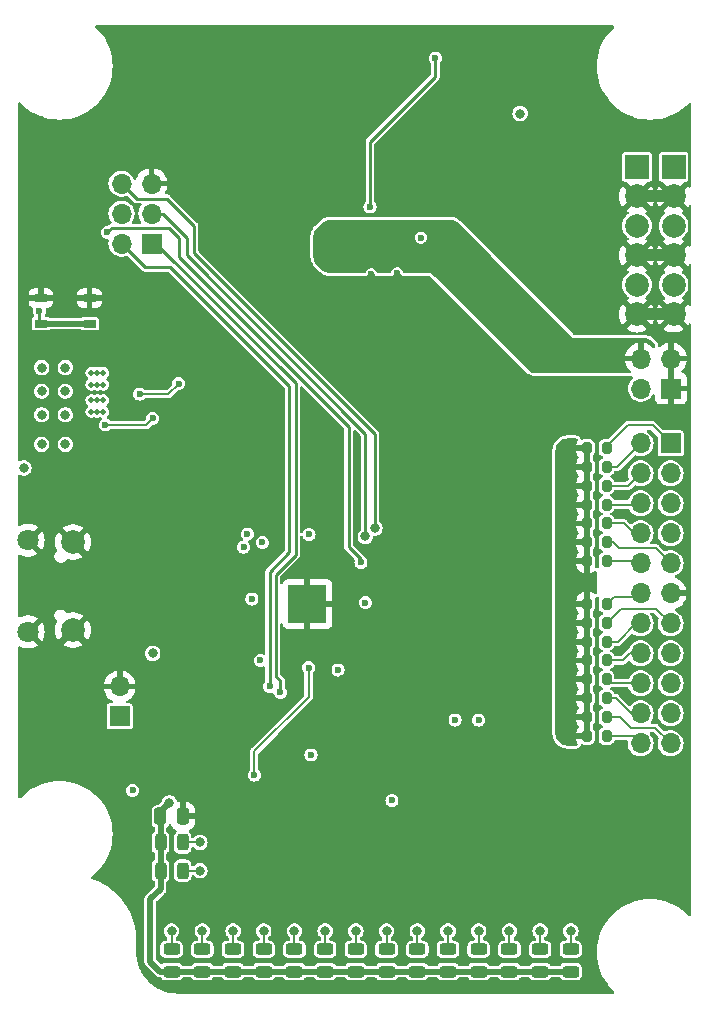
<source format=gbl>
%TF.GenerationSoftware,KiCad,Pcbnew,7.0.9*%
%TF.CreationDate,2025-04-01T16:19:29-06:00*%
%TF.ProjectId,Power_Supply_Brain,506f7765-725f-4537-9570-706c795f4272,rev?*%
%TF.SameCoordinates,Original*%
%TF.FileFunction,Copper,L4,Bot*%
%TF.FilePolarity,Positive*%
%FSLAX46Y46*%
G04 Gerber Fmt 4.6, Leading zero omitted, Abs format (unit mm)*
G04 Created by KiCad (PCBNEW 7.0.9) date 2025-04-01 16:19:29*
%MOMM*%
%LPD*%
G01*
G04 APERTURE LIST*
G04 Aperture macros list*
%AMRoundRect*
0 Rectangle with rounded corners*
0 $1 Rounding radius*
0 $2 $3 $4 $5 $6 $7 $8 $9 X,Y pos of 4 corners*
0 Add a 4 corners polygon primitive as box body*
4,1,4,$2,$3,$4,$5,$6,$7,$8,$9,$2,$3,0*
0 Add four circle primitives for the rounded corners*
1,1,$1+$1,$2,$3*
1,1,$1+$1,$4,$5*
1,1,$1+$1,$6,$7*
1,1,$1+$1,$8,$9*
0 Add four rect primitives between the rounded corners*
20,1,$1+$1,$2,$3,$4,$5,0*
20,1,$1+$1,$4,$5,$6,$7,0*
20,1,$1+$1,$6,$7,$8,$9,0*
20,1,$1+$1,$8,$9,$2,$3,0*%
G04 Aperture macros list end*
%TA.AperFunction,ComponentPad*%
%ADD10C,0.500000*%
%TD*%
%TA.AperFunction,SMDPad,CuDef*%
%ADD11R,3.200000X3.200000*%
%TD*%
%TA.AperFunction,ComponentPad*%
%ADD12R,1.700000X1.700000*%
%TD*%
%TA.AperFunction,ComponentPad*%
%ADD13O,1.700000X1.700000*%
%TD*%
%TA.AperFunction,ComponentPad*%
%ADD14C,1.800000*%
%TD*%
%TA.AperFunction,ComponentPad*%
%ADD15C,2.000000*%
%TD*%
%TA.AperFunction,ComponentPad*%
%ADD16C,0.499999*%
%TD*%
%TA.AperFunction,SMDPad,CuDef*%
%ADD17RoundRect,0.243750X-0.456250X0.243750X-0.456250X-0.243750X0.456250X-0.243750X0.456250X0.243750X0*%
%TD*%
%TA.AperFunction,SMDPad,CuDef*%
%ADD18RoundRect,0.200000X0.200000X0.275000X-0.200000X0.275000X-0.200000X-0.275000X0.200000X-0.275000X0*%
%TD*%
%TA.AperFunction,SMDPad,CuDef*%
%ADD19RoundRect,0.200000X-0.200000X-0.275000X0.200000X-0.275000X0.200000X0.275000X-0.200000X0.275000X0*%
%TD*%
%TA.AperFunction,ComponentPad*%
%ADD20R,2.000000X2.000000*%
%TD*%
%TA.AperFunction,SMDPad,CuDef*%
%ADD21R,1.050000X0.650000*%
%TD*%
%TA.AperFunction,SMDPad,CuDef*%
%ADD22RoundRect,0.250000X-0.250000X-0.475000X0.250000X-0.475000X0.250000X0.475000X-0.250000X0.475000X0*%
%TD*%
%TA.AperFunction,SMDPad,CuDef*%
%ADD23RoundRect,0.243750X0.243750X0.456250X-0.243750X0.456250X-0.243750X-0.456250X0.243750X-0.456250X0*%
%TD*%
%TA.AperFunction,ViaPad*%
%ADD24C,0.600000*%
%TD*%
%TA.AperFunction,ViaPad*%
%ADD25C,0.800000*%
%TD*%
%TA.AperFunction,Conductor*%
%ADD26C,0.500000*%
%TD*%
%TA.AperFunction,Conductor*%
%ADD27C,0.200000*%
%TD*%
%TA.AperFunction,Conductor*%
%ADD28C,1.000000*%
%TD*%
%TA.AperFunction,Conductor*%
%ADD29C,0.250000*%
%TD*%
G04 APERTURE END LIST*
D10*
%TO.P,U2,57,GND*%
%TO.N,GND*%
X144150000Y-112350000D03*
X146850000Y-112350000D03*
D11*
X145500000Y-111000000D03*
D10*
X144150000Y-109650000D03*
X146850000Y-109650000D03*
%TD*%
D12*
%TO.P,J1,1,Pin_1*%
%TO.N,/UART0_RX*%
X132300000Y-80500000D03*
D13*
%TO.P,J1,2,Pin_2*%
%TO.N,/UART0_TX*%
X129760000Y-80500000D03*
%TO.P,J1,3,Pin_3*%
%TO.N,/SWD*%
X132300000Y-77960000D03*
%TO.P,J1,4,Pin_4*%
%TO.N,+3V3*%
X129760000Y-77960000D03*
%TO.P,J1,5,Pin_5*%
%TO.N,GND*%
X132300000Y-75420000D03*
%TO.P,J1,6,Pin_6*%
%TO.N,/SWCLK*%
X129760000Y-75420000D03*
%TD*%
D14*
%TO.P,J3,6,Shield*%
%TO.N,GND*%
X121850000Y-105625000D03*
D15*
X125650000Y-105775000D03*
X125650000Y-113225000D03*
D14*
X121850000Y-113375000D03*
%TD*%
D12*
%TO.P,J4,1,Pin_1*%
%TO.N,/~{USB_BOOT}*%
X129600000Y-120540000D03*
D13*
%TO.P,J4,2,Pin_2*%
%TO.N,GND*%
X129600000Y-118000000D03*
%TD*%
D16*
%TO.P,U3,8*%
%TO.N,N/C*%
X128209999Y-91450001D03*
%TO.P,U3,9*%
X127710000Y-91450001D03*
%TO.P,U3,10*%
X127210001Y-91450001D03*
%TO.P,U3,11*%
%TO.N,+3V3*%
X128209999Y-94749999D03*
%TO.P,U3,12*%
X127710000Y-94749999D03*
%TO.P,U3,13*%
X127210001Y-94749999D03*
%TO.P,U3,14*%
%TO.N,N/C*%
X128209999Y-92449999D03*
%TO.P,U3,15*%
X127710000Y-92449999D03*
%TO.P,U3,16*%
X127210001Y-92449999D03*
%TO.P,U3,17*%
%TO.N,+3V3*%
X128209999Y-93750001D03*
%TO.P,U3,18*%
X127710000Y-93750001D03*
%TO.P,U3,19*%
X127210001Y-93750001D03*
%TD*%
D17*
%TO.P,D14,1,K*%
%TO.N,Net-(D14-K)*%
X152200000Y-140262500D03*
%TO.P,D14,2,A*%
%TO.N,+3V3*%
X152200000Y-142137500D03*
%TD*%
D18*
%TO.P,R2,1*%
%TO.N,ADC1_RDY*%
X170825000Y-107400000D03*
%TO.P,R2,2*%
%TO.N,+3V3*%
X169175000Y-107400000D03*
%TD*%
D19*
%TO.P,R8,1*%
%TO.N,+3V3*%
X169175000Y-114200000D03*
%TO.P,R8,2*%
%TO.N,ALRT_B1*%
X170825000Y-114200000D03*
%TD*%
D17*
%TO.P,D12,1,K*%
%TO.N,Net-(D12-K)*%
X147000000Y-140262500D03*
%TO.P,D12,2,A*%
%TO.N,+3V3*%
X147000000Y-142137500D03*
%TD*%
%TO.P,D7,1,K*%
%TO.N,Net-(D7-K)*%
X134000000Y-140262500D03*
%TO.P,D7,2,A*%
%TO.N,+3V3*%
X134000000Y-142137500D03*
%TD*%
D18*
%TO.P,R23,1*%
%TO.N,PGD_AUX1*%
X170825000Y-104200000D03*
%TO.P,R23,2*%
%TO.N,+3V3*%
X169175000Y-104200000D03*
%TD*%
D17*
%TO.P,D9,1,K*%
%TO.N,Net-(D9-K)*%
X139200000Y-140262500D03*
%TO.P,D9,2,A*%
%TO.N,+3V3*%
X139200000Y-142137500D03*
%TD*%
D18*
%TO.P,R26,1*%
%TO.N,PGD_AUX2*%
X170825000Y-102600000D03*
%TO.P,R26,2*%
%TO.N,+3V3*%
X169175000Y-102600000D03*
%TD*%
D19*
%TO.P,R10,1*%
%TO.N,+3V3*%
X169175000Y-111000000D03*
%TO.P,R10,2*%
%TO.N,ALRT_B3*%
X170825000Y-111000000D03*
%TD*%
D17*
%TO.P,D11,1,K*%
%TO.N,Net-(D11-K)*%
X144400000Y-140262500D03*
%TO.P,D11,2,A*%
%TO.N,+3V3*%
X144400000Y-142137500D03*
%TD*%
D12*
%TO.P,J2,1,Pin_1*%
%TO.N,GND*%
X176275000Y-92775000D03*
D13*
%TO.P,J2,2,Pin_2*%
X176275000Y-90235000D03*
%TO.P,J2,3,Pin_3*%
%TO.N,+5V*%
X173735000Y-92775000D03*
%TO.P,J2,4,Pin_4*%
%TO.N,+9V*%
X173735000Y-90235000D03*
%TD*%
D17*
%TO.P,D8,1,K*%
%TO.N,Net-(D8-K)*%
X136600000Y-140262500D03*
%TO.P,D8,2,A*%
%TO.N,+3V3*%
X136600000Y-142137500D03*
%TD*%
D18*
%TO.P,R6,1*%
%TO.N,I2C1_SCL*%
X170825000Y-97800000D03*
%TO.P,R6,2*%
%TO.N,+3V3*%
X169175000Y-97800000D03*
%TD*%
D17*
%TO.P,D17,1,K*%
%TO.N,Net-(D17-K)*%
X160000000Y-140262500D03*
%TO.P,D17,2,A*%
%TO.N,+3V3*%
X160000000Y-142137500D03*
%TD*%
%TO.P,D19,1,K*%
%TO.N,Net-(D19-K)*%
X165200000Y-140262500D03*
%TO.P,D19,2,A*%
%TO.N,+3V3*%
X165200000Y-142137500D03*
%TD*%
%TO.P,D13,1,K*%
%TO.N,Net-(D13-K)*%
X149600000Y-140262500D03*
%TO.P,D13,2,A*%
%TO.N,+3V3*%
X149600000Y-142137500D03*
%TD*%
D18*
%TO.P,R3,1*%
%TO.N,ADC2_RDY*%
X170825000Y-105800000D03*
%TO.P,R3,2*%
%TO.N,+3V3*%
X169175000Y-105800000D03*
%TD*%
D20*
%TO.P,J5,1,Pin_1*%
%TO.N,VIN_B1*%
X176500000Y-74000000D03*
X173400000Y-74000000D03*
D15*
%TO.P,J5,2,Pin_2*%
%TO.N,GND*%
X176500000Y-76500000D03*
X173400000Y-76500000D03*
%TO.P,J5,3,Pin_3*%
%TO.N,VIN_B2*%
X176500000Y-79000000D03*
X173400000Y-79000000D03*
%TO.P,J5,4,Pin_4*%
%TO.N,GND*%
X176500000Y-81500000D03*
X173400000Y-81500000D03*
%TO.P,J5,5,Pin_5*%
%TO.N,VIN_B3*%
X176500000Y-84000000D03*
X173400000Y-84000000D03*
%TO.P,J5,6,Pin_6*%
%TO.N,GND*%
X176500000Y-86500000D03*
X173400000Y-86500000D03*
%TD*%
D17*
%TO.P,D15,1,K*%
%TO.N,Net-(D15-K)*%
X154800000Y-140262500D03*
%TO.P,D15,2,A*%
%TO.N,+3V3*%
X154800000Y-142137500D03*
%TD*%
D21*
%TO.P,SW1,1,A*%
%TO.N,Net-(U2-RUN)*%
X122925000Y-87275000D03*
X127075000Y-87275000D03*
%TO.P,SW1,2,A*%
%TO.N,GND*%
X122925000Y-85125000D03*
X127050000Y-85125000D03*
%TD*%
D19*
%TO.P,R1,1*%
%TO.N,+3V3*%
X169175000Y-99400000D03*
%TO.P,R1,2*%
%TO.N,I2C1_SDA*%
X170825000Y-99400000D03*
%TD*%
%TO.P,R9,1*%
%TO.N,+3V3*%
X169175000Y-112600000D03*
%TO.P,R9,2*%
%TO.N,ALRT_B2*%
X170825000Y-112600000D03*
%TD*%
%TO.P,R12,1*%
%TO.N,+3V3*%
X169175000Y-122200000D03*
%TO.P,R12,2*%
%TO.N,I2C0_SDA*%
X170825000Y-122200000D03*
%TD*%
D22*
%TO.P,C26,1*%
%TO.N,+3V3*%
X133050000Y-129000000D03*
%TO.P,C26,2*%
%TO.N,GND*%
X134950000Y-129000000D03*
%TD*%
D12*
%TO.P,J6,1,Pin_1*%
%TO.N,I2C1_SCL*%
X176250000Y-97420000D03*
D13*
%TO.P,J6,2,Pin_2*%
%TO.N,I2C1_SDA*%
X173710000Y-97420000D03*
%TO.P,J6,3,Pin_3*%
%TO.N,EN_AUX_3*%
X176250000Y-99960000D03*
%TO.P,J6,4,Pin_4*%
%TO.N,PGD_AUX3*%
X173710000Y-99960000D03*
%TO.P,J6,5,Pin_5*%
%TO.N,EN_AUX_2*%
X176250000Y-102500000D03*
%TO.P,J6,6,Pin_6*%
%TO.N,PGD_AUX2*%
X173710000Y-102500000D03*
%TO.P,J6,7,Pin_7*%
%TO.N,EN_AUX_1*%
X176250000Y-105040000D03*
%TO.P,J6,8,Pin_8*%
%TO.N,PGD_AUX1*%
X173710000Y-105040000D03*
%TO.P,J6,9,Pin_9*%
%TO.N,ADC2_RDY*%
X176250000Y-107580000D03*
%TO.P,J6,10,Pin_10*%
%TO.N,ADC1_RDY*%
X173710000Y-107580000D03*
%TO.P,J6,11,Pin_11*%
%TO.N,GND*%
X176250000Y-110120000D03*
%TO.P,J6,12,Pin_12*%
%TO.N,ALRT_B3*%
X173710000Y-110120000D03*
%TO.P,J6,13,Pin_13*%
%TO.N,ALRT_B2*%
X176250000Y-112660000D03*
%TO.P,J6,14,Pin_14*%
%TO.N,ALRT_B1*%
X173710000Y-112660000D03*
%TO.P,J6,15,Pin_15*%
%TO.N,EN_B1*%
X176250000Y-115200000D03*
%TO.P,J6,16,Pin_16*%
%TO.N,PGD_B1*%
X173710000Y-115200000D03*
%TO.P,J6,17,Pin_17*%
%TO.N,EN_B2*%
X176250000Y-117740000D03*
%TO.P,J6,18,Pin_18*%
%TO.N,PGD_B2*%
X173710000Y-117740000D03*
%TO.P,J6,19,Pin_19*%
%TO.N,EN_B3*%
X176250000Y-120280000D03*
%TO.P,J6,20,Pin_20*%
%TO.N,PGD_B3*%
X173710000Y-120280000D03*
%TO.P,J6,21,Pin_21*%
%TO.N,I2C0_SCL*%
X176250000Y-122820000D03*
%TO.P,J6,22,Pin_22*%
%TO.N,I2C0_SDA*%
X173710000Y-122820000D03*
%TD*%
D18*
%TO.P,R22,1*%
%TO.N,PGD_B3*%
X170825000Y-119000000D03*
%TO.P,R22,2*%
%TO.N,+3V3*%
X169175000Y-119000000D03*
%TD*%
D23*
%TO.P,D6,1,K*%
%TO.N,Net-(D6-K)*%
X134937500Y-133600000D03*
%TO.P,D6,2,A*%
%TO.N,+3V3*%
X133062500Y-133600000D03*
%TD*%
D17*
%TO.P,D10,1,K*%
%TO.N,Net-(D10-K)*%
X141800000Y-140262500D03*
%TO.P,D10,2,A*%
%TO.N,+3V3*%
X141800000Y-142137500D03*
%TD*%
D18*
%TO.P,R28,1*%
%TO.N,PGD_AUX3*%
X170825000Y-101000000D03*
%TO.P,R28,2*%
%TO.N,+3V3*%
X169175000Y-101000000D03*
%TD*%
D17*
%TO.P,D18,1,K*%
%TO.N,Net-(D18-K)*%
X162600000Y-140262500D03*
%TO.P,D18,2,A*%
%TO.N,+3V3*%
X162600000Y-142137500D03*
%TD*%
%TO.P,D20,1,K*%
%TO.N,Net-(D20-K)*%
X167800000Y-140262500D03*
%TO.P,D20,2,A*%
%TO.N,+3V3*%
X167800000Y-142137500D03*
%TD*%
%TO.P,D16,1,K*%
%TO.N,Net-(D16-K)*%
X157400000Y-140262500D03*
%TO.P,D16,2,A*%
%TO.N,+3V3*%
X157400000Y-142137500D03*
%TD*%
D23*
%TO.P,D5,1,K*%
%TO.N,Net-(D5-K)*%
X134937500Y-131200000D03*
%TO.P,D5,2,A*%
%TO.N,+3V3*%
X133062500Y-131200000D03*
%TD*%
D18*
%TO.P,R7,1*%
%TO.N,PGD_B1*%
X170825000Y-115800000D03*
%TO.P,R7,2*%
%TO.N,+3V3*%
X169175000Y-115800000D03*
%TD*%
D19*
%TO.P,R11,1*%
%TO.N,+3V3*%
X169175000Y-120600000D03*
%TO.P,R11,2*%
%TO.N,I2C0_SCL*%
X170825000Y-120600000D03*
%TD*%
D18*
%TO.P,R17,1*%
%TO.N,PGD_B2*%
X170825000Y-117400000D03*
%TO.P,R17,2*%
%TO.N,+3V3*%
X169175000Y-117400000D03*
%TD*%
D24*
%TO.N,+3V3*%
X158000000Y-120850000D03*
D25*
X125000000Y-95000000D03*
D24*
X141500000Y-115800000D03*
X140800000Y-110600000D03*
D25*
X123000000Y-95000000D03*
D24*
X152650000Y-127650000D03*
X150400000Y-110900000D03*
X130700000Y-126800000D03*
D25*
X123000000Y-91000000D03*
D24*
X145639448Y-105125000D03*
D25*
X123000000Y-93000000D03*
D24*
X140400000Y-105080000D03*
D25*
X125000000Y-93000000D03*
X133800000Y-127849500D03*
D24*
X141690000Y-105800000D03*
X148093767Y-116606233D03*
X128400000Y-95850000D03*
X160000000Y-120850000D03*
D25*
X125000000Y-97500000D03*
D24*
X169200000Y-109200000D03*
X167400000Y-109200000D03*
X132400000Y-95300000D03*
X145800000Y-123800000D03*
D25*
X123000000Y-97500000D03*
D24*
X140100000Y-106200000D03*
D25*
X132400000Y-115200000D03*
X125000000Y-91000000D03*
D24*
%TO.N,GND*%
X151800000Y-69400000D03*
D25*
X140000000Y-64400000D03*
D24*
X153000000Y-109700000D03*
D25*
X144000000Y-64400000D03*
D24*
X140000000Y-102000000D03*
X161350000Y-129800000D03*
D25*
X138000000Y-66400000D03*
X142000000Y-64400000D03*
D24*
X142190000Y-103170000D03*
X141200000Y-117200000D03*
D25*
X142000000Y-66400000D03*
D24*
X145639448Y-103600000D03*
X153100000Y-83000000D03*
X151800000Y-67000000D03*
X137090000Y-111070000D03*
D25*
X136600000Y-129000000D03*
D24*
X138900500Y-124000000D03*
X155300000Y-86600000D03*
D25*
X132400000Y-119400000D03*
D24*
X157700000Y-89000000D03*
X151800000Y-122400000D03*
D25*
X158700000Y-107900000D03*
D24*
X135500000Y-104000000D03*
D25*
X155500000Y-113500000D03*
D24*
X133500000Y-102000000D03*
X137990000Y-106970000D03*
D25*
X130300000Y-84200000D03*
D24*
X148500000Y-117300000D03*
D25*
X140000000Y-66400000D03*
D24*
X137990000Y-107970000D03*
X155000000Y-64500000D03*
X127000000Y-110800000D03*
X157800000Y-67800000D03*
X148800000Y-125000000D03*
X131500000Y-100000000D03*
X125500000Y-86050000D03*
X143891922Y-123394220D03*
X157700000Y-66800000D03*
X141190000Y-103170000D03*
X156400000Y-124000000D03*
X153900000Y-77400000D03*
X145800000Y-123000000D03*
X150900000Y-83100000D03*
D25*
X144000000Y-66400000D03*
D24*
X155100000Y-80000000D03*
X151800000Y-68300000D03*
X137090000Y-112070000D03*
D25*
X138000000Y-64400000D03*
D24*
X151400000Y-113174500D03*
X134400000Y-94150000D03*
X137000000Y-99000000D03*
X161600000Y-123550000D03*
X151800000Y-66100000D03*
X153000000Y-110700000D03*
D25*
X146000000Y-64400000D03*
D24*
X138500000Y-100500000D03*
X132300000Y-89500000D03*
D25*
X146000000Y-66400000D03*
D24*
%TO.N,+9V*%
X149300000Y-80200000D03*
X148100000Y-81200000D03*
X146900000Y-80200000D03*
X156320000Y-64800000D03*
X150800000Y-77400000D03*
X148100000Y-79200000D03*
D25*
%TO.N,/MCU_REG_IN*%
X121500000Y-99500000D03*
X163500000Y-69500000D03*
D24*
%TO.N,/UART0_TX*%
X142300000Y-118000000D03*
D25*
%TO.N,/SWD*%
X150400000Y-105300000D03*
D24*
%TO.N,/UART0_RX*%
X143200000Y-118500000D03*
D25*
%TO.N,/SWCLK*%
X151200000Y-104600000D03*
D24*
%TO.N,Net-(U2-RUN)*%
X128560057Y-79560557D03*
X122800000Y-86200000D03*
X150025000Y-107500000D03*
D25*
%TO.N,Net-(D5-K)*%
X136400000Y-131200000D03*
%TO.N,Net-(D6-K)*%
X136400000Y-133600000D03*
%TO.N,Net-(D7-K)*%
X134000000Y-138700000D03*
%TO.N,Net-(D8-K)*%
X136600000Y-138700000D03*
%TO.N,Net-(D9-K)*%
X139200000Y-138700000D03*
%TO.N,Net-(D10-K)*%
X141800000Y-138700000D03*
%TO.N,Net-(D11-K)*%
X144400000Y-138700000D03*
%TO.N,Net-(D12-K)*%
X147000000Y-138700000D03*
%TO.N,Net-(D13-K)*%
X149600000Y-138700000D03*
%TO.N,Net-(D14-K)*%
X152200000Y-138700000D03*
%TO.N,Net-(D15-K)*%
X154800000Y-138700000D03*
%TO.N,Net-(D16-K)*%
X157400000Y-138700000D03*
%TO.N,Net-(D17-K)*%
X160000000Y-138700000D03*
%TO.N,Net-(D18-K)*%
X162600000Y-138700000D03*
%TO.N,Net-(D19-K)*%
X165200000Y-138700000D03*
%TO.N,Net-(D20-K)*%
X167800000Y-138700000D03*
D24*
%TO.N,Net-(U3-EN)*%
X131300000Y-93250000D03*
X134600000Y-92350000D03*
%TO.N,LED_EN*%
X145599500Y-116400000D03*
X141000000Y-125500000D03*
%TD*%
D26*
%TO.N,+3V3*%
X133062500Y-129012500D02*
X133062500Y-135137500D01*
X160000000Y-142137500D02*
X157400000Y-142137500D01*
X133037500Y-142137500D02*
X134000000Y-142137500D01*
X141800000Y-142137500D02*
X139200000Y-142137500D01*
X152200000Y-142137500D02*
X149600000Y-142137500D01*
X133062500Y-135137500D02*
X132200000Y-136000000D01*
X144400000Y-142137500D02*
X141800000Y-142137500D01*
X154800000Y-142137500D02*
X152200000Y-142137500D01*
X133050000Y-128599500D02*
X133050000Y-129000000D01*
X133800000Y-127849500D02*
X133050000Y-128599500D01*
X136600000Y-142137500D02*
X134000000Y-142137500D01*
X157400000Y-142137500D02*
X154800000Y-142137500D01*
X162600000Y-142137500D02*
X160000000Y-142137500D01*
X149600000Y-142137500D02*
X147000000Y-142137500D01*
X167800000Y-142137500D02*
X165200000Y-142137500D01*
X165200000Y-142137500D02*
X162600000Y-142137500D01*
D27*
X132400000Y-95300000D02*
X131850000Y-95850000D01*
D26*
X132200000Y-141300000D02*
X133037500Y-142137500D01*
X132200000Y-136000000D02*
X132200000Y-141300000D01*
D27*
X131850000Y-95850000D02*
X128400000Y-95850000D01*
D26*
X139200000Y-142137500D02*
X136600000Y-142137500D01*
X147000000Y-142137500D02*
X144400000Y-142137500D01*
X133050000Y-129000000D02*
X133062500Y-129012500D01*
D27*
%TO.N,GND*%
X129650000Y-86050000D02*
X132300000Y-88700000D01*
X132300000Y-88700000D02*
X132300000Y-89500000D01*
D28*
X176500000Y-86500000D02*
X173400000Y-86500000D01*
D26*
X122925000Y-85125000D02*
X127050000Y-85125000D01*
D28*
X173400000Y-81500000D02*
X176500000Y-81500000D01*
D26*
X136600000Y-129000000D02*
X134950000Y-129000000D01*
D28*
X176500000Y-76500000D02*
X173400000Y-76500000D01*
D27*
X125500000Y-86050000D02*
X129650000Y-86050000D01*
D29*
%TO.N,+9V*%
X156320000Y-66380000D02*
X156320000Y-64800000D01*
X150800000Y-77400000D02*
X150800000Y-71900000D01*
X150800000Y-71900000D02*
X156320000Y-66380000D01*
%TO.N,/UART0_TX*%
X142300000Y-108300000D02*
X143975000Y-106625000D01*
X142300000Y-118000000D02*
X142300000Y-108300000D01*
X133900000Y-82500000D02*
X131760000Y-82500000D01*
X131760000Y-82500000D02*
X129760000Y-80500000D01*
X143975000Y-106625000D02*
X143975000Y-92575000D01*
X143975000Y-92575000D02*
X133900000Y-82500000D01*
%TO.N,/SWD*%
X133260000Y-77960000D02*
X132300000Y-77960000D01*
X135300000Y-81500000D02*
X135300000Y-80000000D01*
X150400000Y-105300000D02*
X150400000Y-96600000D01*
X135300000Y-80000000D02*
X133260000Y-77960000D01*
X150400000Y-96600000D02*
X135300000Y-81500000D01*
%TO.N,/UART0_RX*%
X143200000Y-118500000D02*
X143200000Y-117500000D01*
X142800000Y-108550000D02*
X144500000Y-106850000D01*
X144500000Y-106850000D02*
X144500000Y-92300000D01*
X144500000Y-92300000D02*
X132700000Y-80500000D01*
X143200000Y-117500000D02*
X142800000Y-117100000D01*
X142800000Y-117100000D02*
X142800000Y-108550000D01*
X132700000Y-80500000D02*
X132300000Y-80500000D01*
%TO.N,/SWCLK*%
X133600000Y-76700000D02*
X131040000Y-76700000D01*
X151200000Y-104600000D02*
X151200000Y-96600000D01*
X135900000Y-79000000D02*
X133600000Y-76700000D01*
X135900000Y-81300000D02*
X135900000Y-79000000D01*
X151200000Y-96600000D02*
X135900000Y-81300000D01*
X131040000Y-76700000D02*
X129760000Y-75420000D01*
D27*
%TO.N,I2C1_SDA*%
X171730000Y-99400000D02*
X173710000Y-97420000D01*
X170825000Y-99400000D02*
X171730000Y-99400000D01*
%TO.N,ADC1_RDY*%
X170825000Y-107400000D02*
X173530000Y-107400000D01*
X173530000Y-107400000D02*
X173710000Y-107580000D01*
%TO.N,ADC2_RDY*%
X174970000Y-106300000D02*
X176250000Y-107580000D01*
X170825000Y-105800000D02*
X171400000Y-105800000D01*
X171400000Y-105800000D02*
X171900000Y-106300000D01*
X171900000Y-106300000D02*
X174970000Y-106300000D01*
%TO.N,I2C1_SCL*%
X172600000Y-95900000D02*
X174730000Y-95900000D01*
X174730000Y-95900000D02*
X176250000Y-97420000D01*
X170825000Y-97800000D02*
X170825000Y-97675000D01*
X170825000Y-97675000D02*
X172600000Y-95900000D01*
%TO.N,PGD_B1*%
X172800000Y-115200000D02*
X173710000Y-115200000D01*
X172200000Y-115800000D02*
X172800000Y-115200000D01*
X170825000Y-115800000D02*
X172200000Y-115800000D01*
%TO.N,ALRT_B1*%
X170825000Y-114200000D02*
X171800000Y-114200000D01*
X171800000Y-114200000D02*
X173340000Y-112660000D01*
X173340000Y-112660000D02*
X173710000Y-112660000D01*
%TO.N,ALRT_B2*%
X170825000Y-112600000D02*
X172025000Y-111400000D01*
X174990000Y-111400000D02*
X176250000Y-112660000D01*
X172025000Y-111400000D02*
X174990000Y-111400000D01*
%TO.N,ALRT_B3*%
X170825000Y-111000000D02*
X171425000Y-110400000D01*
X173430000Y-110400000D02*
X173710000Y-110120000D01*
X171425000Y-110400000D02*
X173430000Y-110400000D01*
%TO.N,I2C0_SCL*%
X172000000Y-120600000D02*
X172900000Y-121500000D01*
X170825000Y-120600000D02*
X172000000Y-120600000D01*
X174930000Y-121500000D02*
X176250000Y-122820000D01*
X172900000Y-121500000D02*
X174930000Y-121500000D01*
%TO.N,I2C0_SDA*%
X173090000Y-122200000D02*
X173710000Y-122820000D01*
X170825000Y-122200000D02*
X173090000Y-122200000D01*
%TO.N,PGD_B2*%
X173670000Y-117700000D02*
X173710000Y-117740000D01*
X171125000Y-117700000D02*
X173670000Y-117700000D01*
X170825000Y-117400000D02*
X171125000Y-117700000D01*
%TO.N,PGD_B3*%
X171600000Y-119000000D02*
X172880000Y-120280000D01*
X172880000Y-120280000D02*
X173710000Y-120280000D01*
X170825000Y-119000000D02*
X171600000Y-119000000D01*
%TO.N,PGD_AUX1*%
X170825000Y-104200000D02*
X172300000Y-104200000D01*
X173140000Y-105040000D02*
X173710000Y-105040000D01*
X172300000Y-104200000D02*
X173140000Y-105040000D01*
%TO.N,PGD_AUX2*%
X170825000Y-102600000D02*
X173610000Y-102600000D01*
X173610000Y-102600000D02*
X173710000Y-102500000D01*
%TO.N,PGD_AUX3*%
X172670000Y-101000000D02*
X173710000Y-99960000D01*
X170825000Y-101000000D02*
X172670000Y-101000000D01*
D29*
%TO.N,Net-(U2-RUN)*%
X122800000Y-86200000D02*
X122800000Y-87150000D01*
X150025000Y-107225000D02*
X150025000Y-107500000D01*
D26*
X127075000Y-87275000D02*
X122925000Y-87275000D01*
D29*
X122800000Y-87150000D02*
X122925000Y-87275000D01*
X149000000Y-106200000D02*
X150025000Y-107225000D01*
X128560057Y-79560557D02*
X128920614Y-79200000D01*
X134600000Y-81600000D02*
X149000000Y-96000000D01*
X133800000Y-79200000D02*
X134600000Y-80000000D01*
X149000000Y-96000000D02*
X149000000Y-106200000D01*
X134600000Y-80000000D02*
X134600000Y-81600000D01*
X128920614Y-79200000D02*
X133800000Y-79200000D01*
D27*
%TO.N,Net-(D5-K)*%
X136400000Y-131200000D02*
X134937500Y-131200000D01*
%TO.N,Net-(D6-K)*%
X136400000Y-133600000D02*
X134937500Y-133600000D01*
%TO.N,Net-(D7-K)*%
X134000000Y-138700000D02*
X134000000Y-140262500D01*
%TO.N,Net-(D8-K)*%
X136600000Y-140262500D02*
X136600000Y-138700000D01*
%TO.N,Net-(D9-K)*%
X139200000Y-140262500D02*
X139200000Y-138700000D01*
%TO.N,Net-(D10-K)*%
X141800000Y-140262500D02*
X141800000Y-138700000D01*
%TO.N,Net-(D11-K)*%
X144400000Y-140262500D02*
X144400000Y-138700000D01*
%TO.N,Net-(D12-K)*%
X147000000Y-140262500D02*
X147000000Y-138700000D01*
%TO.N,Net-(D13-K)*%
X149600000Y-140262500D02*
X149600000Y-138700000D01*
%TO.N,Net-(D14-K)*%
X152200000Y-140262500D02*
X152200000Y-138700000D01*
%TO.N,Net-(D15-K)*%
X154800000Y-140262500D02*
X154800000Y-138700000D01*
%TO.N,Net-(D16-K)*%
X157400000Y-140262500D02*
X157400000Y-138700000D01*
%TO.N,Net-(D17-K)*%
X160000000Y-140262500D02*
X160000000Y-138700000D01*
%TO.N,Net-(D18-K)*%
X162600000Y-140262500D02*
X162600000Y-138700000D01*
%TO.N,Net-(D19-K)*%
X165200000Y-140262500D02*
X165200000Y-138700000D01*
%TO.N,Net-(D20-K)*%
X167800000Y-140262500D02*
X167800000Y-138700000D01*
%TO.N,Net-(U3-EN)*%
X133700000Y-93250000D02*
X131300000Y-93250000D01*
X134600000Y-92350000D02*
X133700000Y-93250000D01*
%TO.N,LED_EN*%
X145599500Y-116400000D02*
X145599500Y-118900500D01*
X145599500Y-118900500D02*
X141000000Y-123500000D01*
X141000000Y-123500000D02*
X141000000Y-125500000D01*
%TD*%
%TA.AperFunction,Conductor*%
%TO.N,+3V3*%
G36*
X168321590Y-97019685D02*
G01*
X168367345Y-97072489D01*
X168377289Y-97141647D01*
X168360667Y-97188151D01*
X168331981Y-97235601D01*
X168331980Y-97235603D01*
X168281409Y-97397893D01*
X168275000Y-97468427D01*
X168275000Y-97550000D01*
X169301000Y-97550000D01*
X169368039Y-97569685D01*
X169413794Y-97622489D01*
X169425000Y-97674000D01*
X169425000Y-108374999D01*
X169431581Y-108374999D01*
X169502102Y-108368591D01*
X169502107Y-108368590D01*
X169664398Y-108318018D01*
X169811849Y-108228880D01*
X169879404Y-108211043D01*
X169945878Y-108232560D01*
X169990166Y-108286600D01*
X170000000Y-108334996D01*
X170000000Y-110065003D01*
X169980315Y-110132042D01*
X169927511Y-110177797D01*
X169858353Y-110187741D01*
X169811850Y-110171120D01*
X169664395Y-110081980D01*
X169664396Y-110081980D01*
X169502105Y-110031409D01*
X169502106Y-110031409D01*
X169431572Y-110025000D01*
X169425000Y-110025000D01*
X169425000Y-122326000D01*
X169405315Y-122393039D01*
X169352511Y-122438794D01*
X169301000Y-122450000D01*
X168275001Y-122450000D01*
X168275001Y-122531582D01*
X168281408Y-122602102D01*
X168281409Y-122602107D01*
X168331981Y-122764398D01*
X168360667Y-122811849D01*
X168378504Y-122879404D01*
X168356987Y-122945878D01*
X168302947Y-122990166D01*
X168254551Y-123000000D01*
X167503049Y-123000000D01*
X167496968Y-122999701D01*
X167317065Y-122981982D01*
X167293224Y-122977240D01*
X167129001Y-122927424D01*
X167106543Y-122918121D01*
X166955201Y-122837227D01*
X166934989Y-122823722D01*
X166802333Y-122714854D01*
X166785145Y-122697666D01*
X166676277Y-122565010D01*
X166662772Y-122544798D01*
X166655708Y-122531582D01*
X166581877Y-122393453D01*
X166572575Y-122370998D01*
X166522757Y-122206769D01*
X166518018Y-122182941D01*
X166500299Y-122003032D01*
X166500000Y-121996951D01*
X166500000Y-121950000D01*
X168275000Y-121950000D01*
X168925000Y-121950000D01*
X168925000Y-120850000D01*
X168275001Y-120850000D01*
X168275001Y-120931582D01*
X168281408Y-121002102D01*
X168281409Y-121002107D01*
X168331981Y-121164396D01*
X168419927Y-121309877D01*
X168422369Y-121312319D01*
X168423585Y-121314546D01*
X168424554Y-121315783D01*
X168424348Y-121315944D01*
X168455854Y-121373642D01*
X168450870Y-121443334D01*
X168422369Y-121487681D01*
X168419928Y-121490121D01*
X168419927Y-121490122D01*
X168331980Y-121635604D01*
X168281409Y-121797893D01*
X168275000Y-121868427D01*
X168275000Y-121950000D01*
X166500000Y-121950000D01*
X166500000Y-120350000D01*
X168275000Y-120350000D01*
X168925000Y-120350000D01*
X168925000Y-119250000D01*
X168275001Y-119250000D01*
X168275001Y-119331582D01*
X168281408Y-119402102D01*
X168281409Y-119402107D01*
X168331981Y-119564396D01*
X168419927Y-119709877D01*
X168422369Y-119712319D01*
X168423585Y-119714546D01*
X168424554Y-119715783D01*
X168424348Y-119715944D01*
X168455854Y-119773642D01*
X168450870Y-119843334D01*
X168422369Y-119887681D01*
X168419928Y-119890121D01*
X168419927Y-119890122D01*
X168331980Y-120035604D01*
X168281409Y-120197893D01*
X168275000Y-120268427D01*
X168275000Y-120350000D01*
X166500000Y-120350000D01*
X166500000Y-118750000D01*
X168275000Y-118750000D01*
X168925000Y-118750000D01*
X168925000Y-117650000D01*
X168275001Y-117650000D01*
X168275001Y-117731582D01*
X168281408Y-117802102D01*
X168281409Y-117802107D01*
X168331981Y-117964396D01*
X168419927Y-118109877D01*
X168422369Y-118112319D01*
X168423585Y-118114546D01*
X168424554Y-118115783D01*
X168424348Y-118115944D01*
X168455854Y-118173642D01*
X168450870Y-118243334D01*
X168422369Y-118287681D01*
X168419928Y-118290121D01*
X168419927Y-118290122D01*
X168331980Y-118435604D01*
X168281409Y-118597893D01*
X168275000Y-118668427D01*
X168275000Y-118750000D01*
X166500000Y-118750000D01*
X166500000Y-117150000D01*
X168275000Y-117150000D01*
X168925000Y-117150000D01*
X168925000Y-116050000D01*
X168275001Y-116050000D01*
X168275001Y-116131582D01*
X168281408Y-116202102D01*
X168281409Y-116202107D01*
X168331981Y-116364396D01*
X168419927Y-116509877D01*
X168422369Y-116512319D01*
X168423585Y-116514546D01*
X168424554Y-116515783D01*
X168424348Y-116515944D01*
X168455854Y-116573642D01*
X168450870Y-116643334D01*
X168422369Y-116687681D01*
X168419928Y-116690121D01*
X168419927Y-116690122D01*
X168331980Y-116835604D01*
X168281409Y-116997893D01*
X168275000Y-117068427D01*
X168275000Y-117150000D01*
X166500000Y-117150000D01*
X166500000Y-115550000D01*
X168275000Y-115550000D01*
X168925000Y-115550000D01*
X168925000Y-114450000D01*
X168275001Y-114450000D01*
X168275001Y-114531582D01*
X168281408Y-114602102D01*
X168281409Y-114602107D01*
X168331981Y-114764396D01*
X168419927Y-114909877D01*
X168422369Y-114912319D01*
X168423585Y-114914546D01*
X168424554Y-114915783D01*
X168424348Y-114915944D01*
X168455854Y-114973642D01*
X168450870Y-115043334D01*
X168422369Y-115087681D01*
X168419928Y-115090121D01*
X168419927Y-115090122D01*
X168331980Y-115235604D01*
X168281409Y-115397893D01*
X168275000Y-115468427D01*
X168275000Y-115550000D01*
X166500000Y-115550000D01*
X166500000Y-113950000D01*
X168275000Y-113950000D01*
X168925000Y-113950000D01*
X168925000Y-112850000D01*
X168275001Y-112850000D01*
X168275001Y-112931582D01*
X168281408Y-113002102D01*
X168281409Y-113002107D01*
X168331981Y-113164396D01*
X168419927Y-113309877D01*
X168422369Y-113312319D01*
X168423585Y-113314546D01*
X168424554Y-113315783D01*
X168424348Y-113315944D01*
X168455854Y-113373642D01*
X168450870Y-113443334D01*
X168422369Y-113487681D01*
X168419928Y-113490121D01*
X168419927Y-113490122D01*
X168331980Y-113635604D01*
X168281409Y-113797893D01*
X168275000Y-113868427D01*
X168275000Y-113950000D01*
X166500000Y-113950000D01*
X166500000Y-112350000D01*
X168275000Y-112350000D01*
X168925000Y-112350000D01*
X168925000Y-111250000D01*
X168275001Y-111250000D01*
X168275001Y-111331582D01*
X168281408Y-111402102D01*
X168281409Y-111402107D01*
X168331981Y-111564396D01*
X168419927Y-111709877D01*
X168422369Y-111712319D01*
X168423585Y-111714546D01*
X168424554Y-111715783D01*
X168424348Y-111715944D01*
X168455854Y-111773642D01*
X168450870Y-111843334D01*
X168422369Y-111887681D01*
X168419928Y-111890121D01*
X168419927Y-111890122D01*
X168331980Y-112035604D01*
X168281409Y-112197893D01*
X168275000Y-112268427D01*
X168275000Y-112350000D01*
X166500000Y-112350000D01*
X166500000Y-110750000D01*
X168275000Y-110750000D01*
X168925000Y-110750000D01*
X168925000Y-110025000D01*
X168924999Y-110024999D01*
X168918436Y-110025000D01*
X168918417Y-110025001D01*
X168847897Y-110031408D01*
X168847892Y-110031409D01*
X168685603Y-110081981D01*
X168540122Y-110169927D01*
X168419927Y-110290122D01*
X168331980Y-110435604D01*
X168281409Y-110597893D01*
X168275000Y-110668427D01*
X168275000Y-110750000D01*
X166500000Y-110750000D01*
X166500000Y-107650000D01*
X168275001Y-107650000D01*
X168275001Y-107731582D01*
X168281408Y-107802102D01*
X168281409Y-107802107D01*
X168331981Y-107964396D01*
X168419927Y-108109877D01*
X168540122Y-108230072D01*
X168685604Y-108318019D01*
X168685603Y-108318019D01*
X168847894Y-108368590D01*
X168847893Y-108368590D01*
X168918408Y-108374998D01*
X168918426Y-108374999D01*
X168924999Y-108374998D01*
X168925000Y-108374998D01*
X168925000Y-107650000D01*
X168275001Y-107650000D01*
X166500000Y-107650000D01*
X166500000Y-107150000D01*
X168275000Y-107150000D01*
X168925000Y-107150000D01*
X168925000Y-106050000D01*
X168275001Y-106050000D01*
X168275001Y-106131582D01*
X168281408Y-106202102D01*
X168281409Y-106202107D01*
X168331981Y-106364396D01*
X168419927Y-106509877D01*
X168422369Y-106512319D01*
X168423585Y-106514546D01*
X168424554Y-106515783D01*
X168424348Y-106515944D01*
X168455854Y-106573642D01*
X168450870Y-106643334D01*
X168422369Y-106687681D01*
X168419928Y-106690121D01*
X168419927Y-106690122D01*
X168331980Y-106835604D01*
X168281409Y-106997893D01*
X168275000Y-107068427D01*
X168275000Y-107150000D01*
X166500000Y-107150000D01*
X166500000Y-105550000D01*
X168275000Y-105550000D01*
X168925000Y-105550000D01*
X168925000Y-104450000D01*
X168275001Y-104450000D01*
X168275001Y-104531582D01*
X168281408Y-104602102D01*
X168281409Y-104602107D01*
X168331981Y-104764396D01*
X168419927Y-104909877D01*
X168422369Y-104912319D01*
X168423585Y-104914546D01*
X168424554Y-104915783D01*
X168424348Y-104915944D01*
X168455854Y-104973642D01*
X168450870Y-105043334D01*
X168422369Y-105087681D01*
X168419928Y-105090121D01*
X168419927Y-105090122D01*
X168331980Y-105235604D01*
X168281409Y-105397893D01*
X168275000Y-105468427D01*
X168275000Y-105550000D01*
X166500000Y-105550000D01*
X166500000Y-103950000D01*
X168275000Y-103950000D01*
X168925000Y-103950000D01*
X168925000Y-102850000D01*
X168275001Y-102850000D01*
X168275001Y-102931582D01*
X168281408Y-103002102D01*
X168281409Y-103002107D01*
X168331981Y-103164396D01*
X168419927Y-103309877D01*
X168422369Y-103312319D01*
X168423585Y-103314546D01*
X168424554Y-103315783D01*
X168424348Y-103315944D01*
X168455854Y-103373642D01*
X168450870Y-103443334D01*
X168422369Y-103487681D01*
X168419928Y-103490121D01*
X168419927Y-103490122D01*
X168331980Y-103635604D01*
X168281409Y-103797893D01*
X168275000Y-103868427D01*
X168275000Y-103950000D01*
X166500000Y-103950000D01*
X166500000Y-102350000D01*
X168275000Y-102350000D01*
X168925000Y-102350000D01*
X168925000Y-101250000D01*
X168275001Y-101250000D01*
X168275001Y-101331582D01*
X168281408Y-101402102D01*
X168281409Y-101402107D01*
X168331981Y-101564396D01*
X168419927Y-101709877D01*
X168422369Y-101712319D01*
X168423585Y-101714546D01*
X168424554Y-101715783D01*
X168424348Y-101715944D01*
X168455854Y-101773642D01*
X168450870Y-101843334D01*
X168422369Y-101887681D01*
X168419928Y-101890121D01*
X168419927Y-101890122D01*
X168331980Y-102035604D01*
X168281409Y-102197893D01*
X168275000Y-102268427D01*
X168275000Y-102350000D01*
X166500000Y-102350000D01*
X166500000Y-100750000D01*
X168275000Y-100750000D01*
X168925000Y-100750000D01*
X168925000Y-99650000D01*
X168275001Y-99650000D01*
X168275001Y-99731582D01*
X168281408Y-99802102D01*
X168281409Y-99802107D01*
X168331981Y-99964396D01*
X168419927Y-100109877D01*
X168422369Y-100112319D01*
X168423585Y-100114546D01*
X168424554Y-100115783D01*
X168424348Y-100115944D01*
X168455854Y-100173642D01*
X168450870Y-100243334D01*
X168422369Y-100287681D01*
X168419928Y-100290121D01*
X168419927Y-100290122D01*
X168331980Y-100435604D01*
X168281409Y-100597893D01*
X168275000Y-100668427D01*
X168275000Y-100750000D01*
X166500000Y-100750000D01*
X166500000Y-99150000D01*
X168275000Y-99150000D01*
X168925000Y-99150000D01*
X168925000Y-98050000D01*
X168275001Y-98050000D01*
X168275001Y-98131582D01*
X168281408Y-98202102D01*
X168281409Y-98202107D01*
X168331981Y-98364396D01*
X168419927Y-98509877D01*
X168422369Y-98512319D01*
X168423585Y-98514546D01*
X168424554Y-98515783D01*
X168424348Y-98515944D01*
X168455854Y-98573642D01*
X168450870Y-98643334D01*
X168422369Y-98687681D01*
X168419928Y-98690121D01*
X168419927Y-98690122D01*
X168331980Y-98835604D01*
X168281409Y-98997893D01*
X168275000Y-99068427D01*
X168275000Y-99150000D01*
X166500000Y-99150000D01*
X166500000Y-98003048D01*
X166500299Y-97996967D01*
X166504706Y-97952213D01*
X166518018Y-97817056D01*
X166522757Y-97793232D01*
X166572577Y-97628994D01*
X166581875Y-97606549D01*
X166662775Y-97455195D01*
X166676272Y-97434995D01*
X166785149Y-97302328D01*
X166802328Y-97285149D01*
X166934995Y-97176272D01*
X166955195Y-97162775D01*
X167106549Y-97081875D01*
X167128994Y-97072577D01*
X167293232Y-97022757D01*
X167317056Y-97018018D01*
X167431501Y-97006746D01*
X167496969Y-97000299D01*
X167503049Y-97000000D01*
X168254551Y-97000000D01*
X168321590Y-97019685D01*
G37*
%TD.AperFunction*%
%TD*%
%TA.AperFunction,Conductor*%
%TO.N,+9V*%
G36*
X157588817Y-78500299D02*
G01*
X157659493Y-78507259D01*
X157768728Y-78518018D01*
X157792556Y-78522757D01*
X157956788Y-78572576D01*
X157979240Y-78581877D01*
X158130585Y-78662772D01*
X158150797Y-78676277D01*
X158290539Y-78790961D01*
X158295039Y-78795039D01*
X161082737Y-81582737D01*
X167707101Y-88207102D01*
X167707106Y-88207106D01*
X168000000Y-88500000D01*
X173996951Y-88500000D01*
X174003032Y-88500299D01*
X174064067Y-88506310D01*
X174182941Y-88518018D01*
X174206769Y-88522757D01*
X174371001Y-88572576D01*
X174393453Y-88581877D01*
X174544798Y-88662772D01*
X174565010Y-88676277D01*
X174697666Y-88785145D01*
X174714854Y-88802333D01*
X174823722Y-88934989D01*
X174837227Y-88955201D01*
X174918121Y-89106543D01*
X174927424Y-89129001D01*
X174953209Y-89214003D01*
X174953832Y-89283870D01*
X174916584Y-89342983D01*
X174853290Y-89372573D01*
X174784045Y-89363248D01*
X174746867Y-89337679D01*
X174606082Y-89196894D01*
X174412578Y-89061399D01*
X174198492Y-88961570D01*
X174198486Y-88961567D01*
X173985000Y-88904364D01*
X173985000Y-89799498D01*
X173877315Y-89750320D01*
X173770763Y-89735000D01*
X173699237Y-89735000D01*
X173592685Y-89750320D01*
X173485000Y-89799498D01*
X173485000Y-88904364D01*
X173484999Y-88904364D01*
X173271513Y-88961567D01*
X173271507Y-88961570D01*
X173057422Y-89061399D01*
X173057420Y-89061400D01*
X172863926Y-89196886D01*
X172863920Y-89196891D01*
X172696891Y-89363920D01*
X172696886Y-89363926D01*
X172561400Y-89557420D01*
X172561399Y-89557422D01*
X172461570Y-89771507D01*
X172461567Y-89771513D01*
X172404364Y-89984999D01*
X172404364Y-89985000D01*
X173301314Y-89985000D01*
X173275507Y-90025156D01*
X173235000Y-90163111D01*
X173235000Y-90306889D01*
X173275507Y-90444844D01*
X173301314Y-90485000D01*
X172404364Y-90485000D01*
X172461567Y-90698486D01*
X172461570Y-90698492D01*
X172561399Y-90912578D01*
X172696894Y-91106082D01*
X172863918Y-91273106D01*
X172865800Y-91274424D01*
X172866435Y-91275219D01*
X172868067Y-91276588D01*
X172867791Y-91276915D01*
X172909426Y-91329001D01*
X172916620Y-91398499D01*
X172885098Y-91460854D01*
X172824869Y-91496269D01*
X172794678Y-91500000D01*
X164917263Y-91500000D01*
X164911182Y-91499701D01*
X164731278Y-91481982D01*
X164707437Y-91477240D01*
X164543214Y-91427424D01*
X164520756Y-91418121D01*
X164369414Y-91337227D01*
X164349202Y-91323722D01*
X164209460Y-91209038D01*
X164204959Y-91204959D01*
X160248923Y-87248923D01*
X156292898Y-83292897D01*
X156292892Y-83292892D01*
X156000000Y-83000000D01*
X155585786Y-83000000D01*
X155585783Y-83000000D01*
X153713094Y-83000000D01*
X153646055Y-82980315D01*
X153600300Y-82927511D01*
X153590356Y-82893647D01*
X153585165Y-82857543D01*
X153571046Y-82826627D01*
X153525377Y-82726627D01*
X153431128Y-82617857D01*
X153310053Y-82540047D01*
X153310051Y-82540046D01*
X153310049Y-82540045D01*
X153310050Y-82540045D01*
X153171963Y-82499500D01*
X153171961Y-82499500D01*
X153028039Y-82499500D01*
X153028036Y-82499500D01*
X152889949Y-82540045D01*
X152768873Y-82617856D01*
X152674623Y-82726626D01*
X152674622Y-82726628D01*
X152614834Y-82857543D01*
X152609644Y-82893647D01*
X152580619Y-82957203D01*
X152521841Y-82994977D01*
X152486906Y-83000000D01*
X151484244Y-83000000D01*
X151417205Y-82980315D01*
X151371450Y-82927512D01*
X151339496Y-82857543D01*
X151325377Y-82826627D01*
X151231128Y-82717857D01*
X151110053Y-82640047D01*
X151110051Y-82640046D01*
X151110049Y-82640045D01*
X151110050Y-82640045D01*
X150971963Y-82599500D01*
X150971961Y-82599500D01*
X150828039Y-82599500D01*
X150828036Y-82599500D01*
X150689949Y-82640045D01*
X150568873Y-82717856D01*
X150474623Y-82826626D01*
X150474622Y-82826628D01*
X150428550Y-82927512D01*
X150382795Y-82980316D01*
X150315756Y-83000000D01*
X147417263Y-83000000D01*
X147411182Y-82999701D01*
X147231278Y-82981982D01*
X147207437Y-82977240D01*
X147043214Y-82927424D01*
X147020756Y-82918121D01*
X146869414Y-82837227D01*
X146849202Y-82823722D01*
X146709460Y-82709038D01*
X146704959Y-82704959D01*
X146295039Y-82295039D01*
X146290961Y-82290539D01*
X146176277Y-82150797D01*
X146162772Y-82130585D01*
X146081878Y-81979243D01*
X146072575Y-81956785D01*
X146022757Y-81792556D01*
X146018018Y-81768728D01*
X146000299Y-81588817D01*
X146000000Y-81582737D01*
X146000000Y-80000000D01*
X154594353Y-80000000D01*
X154614834Y-80142456D01*
X154674622Y-80273371D01*
X154674623Y-80273373D01*
X154768872Y-80382143D01*
X154889947Y-80459953D01*
X154889950Y-80459954D01*
X154889949Y-80459954D01*
X155028036Y-80500499D01*
X155028038Y-80500500D01*
X155028039Y-80500500D01*
X155171962Y-80500500D01*
X155171962Y-80500499D01*
X155310053Y-80459953D01*
X155431128Y-80382143D01*
X155525377Y-80273373D01*
X155585165Y-80142457D01*
X155605647Y-80000000D01*
X155585165Y-79857543D01*
X155525377Y-79726627D01*
X155431128Y-79617857D01*
X155310053Y-79540047D01*
X155310051Y-79540046D01*
X155310049Y-79540045D01*
X155310050Y-79540045D01*
X155171963Y-79499500D01*
X155171961Y-79499500D01*
X155028039Y-79499500D01*
X155028036Y-79499500D01*
X154889949Y-79540045D01*
X154768873Y-79617856D01*
X154674623Y-79726626D01*
X154674622Y-79726628D01*
X154614834Y-79857543D01*
X154594353Y-80000000D01*
X146000000Y-80000000D01*
X146000000Y-79917262D01*
X146000299Y-79911182D01*
X146005798Y-79855340D01*
X146018018Y-79731269D01*
X146022757Y-79707445D01*
X146072577Y-79543207D01*
X146081875Y-79520762D01*
X146162775Y-79369408D01*
X146176272Y-79349208D01*
X146290970Y-79209449D01*
X146295029Y-79204970D01*
X146704970Y-78795029D01*
X146709449Y-78790970D01*
X146849208Y-78676272D01*
X146869408Y-78662775D01*
X147020762Y-78581875D01*
X147043207Y-78572577D01*
X147207445Y-78522757D01*
X147231269Y-78518018D01*
X147345890Y-78506729D01*
X147411183Y-78500299D01*
X147417263Y-78500000D01*
X157582737Y-78500000D01*
X157588817Y-78500299D01*
G37*
%TD.AperFunction*%
%TD*%
%TA.AperFunction,Conductor*%
%TO.N,GND*%
G36*
X171410006Y-62020185D02*
G01*
X171455761Y-62072989D01*
X171465705Y-62142147D01*
X171436680Y-62205703D01*
X171430648Y-62212181D01*
X171174468Y-62468361D01*
X171174450Y-62468381D01*
X170908931Y-62788131D01*
X170908924Y-62788141D01*
X170674022Y-63131055D01*
X170674018Y-63131062D01*
X170471770Y-63494167D01*
X170471756Y-63494195D01*
X170303879Y-63874400D01*
X170303872Y-63874418D01*
X170171784Y-64268519D01*
X170076622Y-64673121D01*
X170076621Y-64673127D01*
X170019196Y-65084792D01*
X170000000Y-65500000D01*
X170019196Y-65915208D01*
X170019196Y-65915214D01*
X170019197Y-65915216D01*
X170076621Y-66326873D01*
X170076622Y-66326878D01*
X170171784Y-66731480D01*
X170303872Y-67125581D01*
X170303879Y-67125599D01*
X170471756Y-67505804D01*
X170471761Y-67505814D01*
X170471765Y-67505823D01*
X170471769Y-67505831D01*
X170471770Y-67505832D01*
X170674018Y-67868937D01*
X170674022Y-67868944D01*
X170674023Y-67868945D01*
X170908922Y-68211856D01*
X170908924Y-68211858D01*
X170908931Y-68211868D01*
X171000499Y-68322138D01*
X171174460Y-68531630D01*
X171468370Y-68825540D01*
X171468381Y-68825549D01*
X171788131Y-69091068D01*
X171788137Y-69091072D01*
X171788144Y-69091078D01*
X172131055Y-69325977D01*
X172494177Y-69528235D01*
X172494194Y-69528242D01*
X172494195Y-69528243D01*
X172874400Y-69696120D01*
X172874418Y-69696127D01*
X173002881Y-69739183D01*
X173268517Y-69828215D01*
X173673127Y-69923379D01*
X174084792Y-69980804D01*
X174500000Y-70000000D01*
X174915208Y-69980804D01*
X175326873Y-69923379D01*
X175731483Y-69828215D01*
X176125587Y-69696125D01*
X176125593Y-69696122D01*
X176125599Y-69696120D01*
X176290607Y-69623261D01*
X176505823Y-69528235D01*
X176868945Y-69325977D01*
X177211856Y-69091078D01*
X177531630Y-68825540D01*
X177787819Y-68569351D01*
X177849142Y-68535866D01*
X177918834Y-68540850D01*
X177974767Y-68582722D01*
X177999184Y-68648186D01*
X177999500Y-68657032D01*
X177999500Y-75636156D01*
X177979815Y-75703195D01*
X177927011Y-75748950D01*
X177857853Y-75758894D01*
X177794297Y-75729869D01*
X177771692Y-75703979D01*
X177723434Y-75630116D01*
X177062772Y-76290778D01*
X177024099Y-76197412D01*
X176927925Y-76072075D01*
X176802588Y-75975901D01*
X176709220Y-75937227D01*
X177359628Y-75286819D01*
X177420951Y-75253334D01*
X177447309Y-75250500D01*
X177524676Y-75250500D01*
X177524677Y-75250499D01*
X177597740Y-75235966D01*
X177680601Y-75180601D01*
X177735966Y-75097740D01*
X177750500Y-75024674D01*
X177750500Y-72975326D01*
X177750500Y-72975323D01*
X177750499Y-72975321D01*
X177735967Y-72902264D01*
X177735966Y-72902260D01*
X177680601Y-72819399D01*
X177597740Y-72764034D01*
X177597739Y-72764033D01*
X177597735Y-72764032D01*
X177524677Y-72749500D01*
X177524674Y-72749500D01*
X175475326Y-72749500D01*
X175475323Y-72749500D01*
X175402264Y-72764032D01*
X175402260Y-72764033D01*
X175319399Y-72819399D01*
X175264033Y-72902260D01*
X175264032Y-72902264D01*
X175249500Y-72975321D01*
X175249500Y-75024678D01*
X175264032Y-75097735D01*
X175264033Y-75097739D01*
X175264034Y-75097740D01*
X175319399Y-75180601D01*
X175373751Y-75216917D01*
X175402260Y-75235966D01*
X175402264Y-75235967D01*
X175475321Y-75250499D01*
X175475324Y-75250500D01*
X175552690Y-75250500D01*
X175619729Y-75270185D01*
X175640371Y-75286819D01*
X176290779Y-75937227D01*
X176197412Y-75975901D01*
X176072075Y-76072075D01*
X175975901Y-76197411D01*
X175937227Y-76290779D01*
X175276564Y-75630116D01*
X175176267Y-75783632D01*
X175076411Y-76011284D01*
X175076408Y-76011292D01*
X175070205Y-76035789D01*
X175034666Y-76095944D01*
X174972245Y-76127336D01*
X174902762Y-76119998D01*
X174848277Y-76076259D01*
X174829795Y-76035789D01*
X174823591Y-76011292D01*
X174823588Y-76011284D01*
X174723731Y-75783630D01*
X174623434Y-75630116D01*
X173962772Y-76290778D01*
X173924099Y-76197412D01*
X173827925Y-76072075D01*
X173702588Y-75975901D01*
X173609220Y-75937227D01*
X174259628Y-75286819D01*
X174320951Y-75253334D01*
X174347309Y-75250500D01*
X174424676Y-75250500D01*
X174424677Y-75250499D01*
X174497740Y-75235966D01*
X174580601Y-75180601D01*
X174635966Y-75097740D01*
X174650500Y-75024674D01*
X174650500Y-72975326D01*
X174650500Y-72975323D01*
X174650499Y-72975321D01*
X174635967Y-72902264D01*
X174635966Y-72902260D01*
X174580601Y-72819399D01*
X174497740Y-72764034D01*
X174497739Y-72764033D01*
X174497735Y-72764032D01*
X174424677Y-72749500D01*
X174424674Y-72749500D01*
X172375326Y-72749500D01*
X172375323Y-72749500D01*
X172302264Y-72764032D01*
X172302260Y-72764033D01*
X172219399Y-72819399D01*
X172164033Y-72902260D01*
X172164032Y-72902264D01*
X172149500Y-72975321D01*
X172149500Y-75024678D01*
X172164032Y-75097735D01*
X172164033Y-75097739D01*
X172164034Y-75097740D01*
X172219399Y-75180601D01*
X172273751Y-75216917D01*
X172302260Y-75235966D01*
X172302264Y-75235967D01*
X172375321Y-75250499D01*
X172375324Y-75250500D01*
X172452690Y-75250500D01*
X172519729Y-75270185D01*
X172540371Y-75286819D01*
X173190779Y-75937227D01*
X173097412Y-75975901D01*
X172972075Y-76072075D01*
X172875901Y-76197411D01*
X172837227Y-76290779D01*
X172176564Y-75630116D01*
X172076267Y-75783632D01*
X171976412Y-76011282D01*
X171915387Y-76252261D01*
X171915385Y-76252270D01*
X171894859Y-76499994D01*
X171894859Y-76500005D01*
X171915385Y-76747729D01*
X171915387Y-76747738D01*
X171976412Y-76988717D01*
X172076266Y-77216364D01*
X172176564Y-77369882D01*
X172837226Y-76709219D01*
X172875901Y-76802588D01*
X172972075Y-76927925D01*
X173097412Y-77024099D01*
X173190779Y-77062772D01*
X172529942Y-77723609D01*
X172576768Y-77760055D01*
X172576774Y-77760059D01*
X172633713Y-77790872D01*
X172683304Y-77840090D01*
X172698414Y-77908307D01*
X172674244Y-77973863D01*
X172645821Y-78001501D01*
X172593122Y-78038401D01*
X172438402Y-78193121D01*
X172312900Y-78372357D01*
X172312898Y-78372361D01*
X172220426Y-78570668D01*
X172220422Y-78570677D01*
X172163793Y-78782020D01*
X172163793Y-78782024D01*
X172144723Y-78999997D01*
X172144723Y-79000002D01*
X172163793Y-79217975D01*
X172163793Y-79217979D01*
X172220422Y-79429322D01*
X172220424Y-79429326D01*
X172220425Y-79429330D01*
X172247696Y-79487813D01*
X172312897Y-79627638D01*
X172337998Y-79663486D01*
X172438402Y-79806877D01*
X172438406Y-79806881D01*
X172593122Y-79961597D01*
X172645821Y-79998498D01*
X172689446Y-80053075D01*
X172696638Y-80122574D01*
X172665115Y-80184928D01*
X172633715Y-80209126D01*
X172576765Y-80239945D01*
X172529942Y-80276388D01*
X172529942Y-80276390D01*
X173190779Y-80937227D01*
X173097412Y-80975901D01*
X172972075Y-81072075D01*
X172875901Y-81197411D01*
X172837227Y-81290779D01*
X172176564Y-80630116D01*
X172076267Y-80783632D01*
X171976412Y-81011282D01*
X171915387Y-81252261D01*
X171915385Y-81252270D01*
X171894859Y-81499994D01*
X171894859Y-81500005D01*
X171915385Y-81747729D01*
X171915387Y-81747738D01*
X171976412Y-81988717D01*
X172076266Y-82216364D01*
X172176564Y-82369882D01*
X172837226Y-81709219D01*
X172875901Y-81802588D01*
X172972075Y-81927925D01*
X173097412Y-82024099D01*
X173190779Y-82062772D01*
X172529942Y-82723609D01*
X172576768Y-82760055D01*
X172576774Y-82760059D01*
X172633713Y-82790872D01*
X172683304Y-82840090D01*
X172698414Y-82908307D01*
X172674244Y-82973863D01*
X172645821Y-83001501D01*
X172593122Y-83038401D01*
X172438402Y-83193121D01*
X172312900Y-83372357D01*
X172312898Y-83372361D01*
X172220426Y-83570668D01*
X172220422Y-83570677D01*
X172163793Y-83782020D01*
X172163793Y-83782024D01*
X172144723Y-83999997D01*
X172144723Y-84000002D01*
X172163793Y-84217975D01*
X172163793Y-84217979D01*
X172220422Y-84429322D01*
X172220424Y-84429326D01*
X172220425Y-84429330D01*
X172226712Y-84442812D01*
X172312897Y-84627638D01*
X172312898Y-84627639D01*
X172438402Y-84806877D01*
X172438406Y-84806881D01*
X172593122Y-84961597D01*
X172645821Y-84998498D01*
X172689446Y-85053075D01*
X172696638Y-85122574D01*
X172665115Y-85184928D01*
X172633715Y-85209126D01*
X172576765Y-85239945D01*
X172529942Y-85276388D01*
X172529942Y-85276390D01*
X173190779Y-85937227D01*
X173097412Y-85975901D01*
X172972075Y-86072075D01*
X172875901Y-86197411D01*
X172837227Y-86290779D01*
X172176564Y-85630116D01*
X172076267Y-85783632D01*
X171976412Y-86011282D01*
X171915387Y-86252261D01*
X171915385Y-86252270D01*
X171894859Y-86499994D01*
X171894859Y-86500005D01*
X171915385Y-86747729D01*
X171915387Y-86747738D01*
X171976412Y-86988717D01*
X172076266Y-87216364D01*
X172176564Y-87369882D01*
X172837226Y-86709219D01*
X172875901Y-86802588D01*
X172972075Y-86927925D01*
X173097412Y-87024099D01*
X173190779Y-87062772D01*
X172529942Y-87723609D01*
X172576768Y-87760055D01*
X172576770Y-87760056D01*
X172795385Y-87878364D01*
X172795396Y-87878369D01*
X173030506Y-87959083D01*
X173264866Y-87998191D01*
X173327751Y-88028642D01*
X173364190Y-88088256D01*
X173362615Y-88158108D01*
X173323525Y-88216020D01*
X173259331Y-88243605D01*
X173244456Y-88244500D01*
X168157194Y-88244500D01*
X168090155Y-88224815D01*
X168069513Y-88208181D01*
X158473485Y-78612153D01*
X158468937Y-78607824D01*
X158459788Y-78599533D01*
X158455047Y-78595443D01*
X158331862Y-78494348D01*
X158308036Y-78474794D01*
X158297959Y-78467320D01*
X158297947Y-78467312D01*
X158287925Y-78460615D01*
X158267317Y-78446846D01*
X158256562Y-78440400D01*
X158256565Y-78440401D01*
X158094162Y-78353595D01*
X158094161Y-78353594D01*
X158082822Y-78348231D01*
X158048775Y-78334126D01*
X158048776Y-78334127D01*
X158036961Y-78329899D01*
X158036962Y-78329899D01*
X157919466Y-78294257D01*
X157860720Y-78276437D01*
X157848548Y-78273389D01*
X157824405Y-78268587D01*
X157812418Y-78266203D01*
X157812416Y-78266203D01*
X157800011Y-78264363D01*
X157800004Y-78264362D01*
X157800002Y-78264362D01*
X157800001Y-78264362D01*
X157610742Y-78245722D01*
X157604495Y-78245261D01*
X157592153Y-78244654D01*
X157590060Y-78244602D01*
X157585876Y-78244500D01*
X147414124Y-78244500D01*
X147409940Y-78244602D01*
X147407847Y-78244654D01*
X147395505Y-78245261D01*
X147389258Y-78245722D01*
X147336344Y-78250933D01*
X147199989Y-78264362D01*
X147199990Y-78264362D01*
X147187575Y-78266204D01*
X147187574Y-78266204D01*
X147175640Y-78268577D01*
X147151447Y-78273390D01*
X147146573Y-78274610D01*
X147139293Y-78276434D01*
X147139296Y-78276433D01*
X146963035Y-78329900D01*
X146963036Y-78329900D01*
X146951220Y-78334128D01*
X146917188Y-78348225D01*
X146917190Y-78348225D01*
X146917185Y-78348227D01*
X146917177Y-78348231D01*
X146905841Y-78353592D01*
X146905840Y-78353593D01*
X146743440Y-78440397D01*
X146743438Y-78440398D01*
X146743435Y-78440400D01*
X146732688Y-78446842D01*
X146732671Y-78446852D01*
X146732669Y-78446853D01*
X146702046Y-78467315D01*
X146691969Y-78474789D01*
X146544940Y-78595453D01*
X146540198Y-78599543D01*
X146531072Y-78607813D01*
X146531060Y-78607824D01*
X146526523Y-78612143D01*
X146112143Y-79026523D01*
X146108021Y-79030853D01*
X146107813Y-79031072D01*
X146099543Y-79040198D01*
X146095453Y-79044940D01*
X145974789Y-79191969D01*
X145974785Y-79191975D01*
X145967313Y-79202049D01*
X145967312Y-79202050D01*
X145946853Y-79232670D01*
X145946852Y-79232671D01*
X145940396Y-79243442D01*
X145853593Y-79405840D01*
X145853592Y-79405841D01*
X145853588Y-79405850D01*
X145848227Y-79417185D01*
X145848225Y-79417190D01*
X145848225Y-79417188D01*
X145834128Y-79451220D01*
X145829900Y-79463036D01*
X145829900Y-79463035D01*
X145776433Y-79639296D01*
X145773392Y-79651441D01*
X145773391Y-79651444D01*
X145766204Y-79687574D01*
X145766204Y-79687575D01*
X145764362Y-79699990D01*
X145764362Y-79699989D01*
X145757051Y-79774227D01*
X145745722Y-79889257D01*
X145745261Y-79895504D01*
X145744654Y-79907847D01*
X145744500Y-79914123D01*
X145744500Y-79999999D01*
X145744500Y-81585876D01*
X145744654Y-81592152D01*
X145745261Y-81604495D01*
X145745722Y-81610742D01*
X145764363Y-81800011D01*
X145766203Y-81812416D01*
X145766204Y-81812420D01*
X145766203Y-81812418D01*
X145768587Y-81824405D01*
X145773389Y-81848548D01*
X145773390Y-81848551D01*
X145773390Y-81848552D01*
X145776437Y-81860720D01*
X145829898Y-82036956D01*
X145834125Y-82048770D01*
X145848229Y-82082817D01*
X145853591Y-82094155D01*
X145940398Y-82256558D01*
X145940406Y-82256571D01*
X145940404Y-82256569D01*
X145942792Y-82260554D01*
X145946846Y-82267317D01*
X145946853Y-82267327D01*
X145946854Y-82267330D01*
X145949134Y-82270742D01*
X145967320Y-82297959D01*
X145974794Y-82308036D01*
X145992658Y-82329803D01*
X146095443Y-82455047D01*
X146099533Y-82459788D01*
X146107824Y-82468937D01*
X146112153Y-82473485D01*
X146526512Y-82887845D01*
X146530841Y-82891965D01*
X146531060Y-82892174D01*
X146540208Y-82900464D01*
X146544951Y-82904555D01*
X146691963Y-83025205D01*
X146702040Y-83032679D01*
X146703495Y-83033651D01*
X146732669Y-83053145D01*
X146732671Y-83053145D01*
X146732682Y-83053153D01*
X146739444Y-83057206D01*
X146743430Y-83059595D01*
X146743428Y-83059593D01*
X146743441Y-83059601D01*
X146905844Y-83146408D01*
X146917182Y-83151770D01*
X146951229Y-83165874D01*
X146951240Y-83165878D01*
X146963046Y-83170102D01*
X146963048Y-83170103D01*
X147139274Y-83223560D01*
X147139272Y-83223559D01*
X147142321Y-83224322D01*
X147151442Y-83226608D01*
X147187586Y-83233797D01*
X147193359Y-83234653D01*
X147199991Y-83235637D01*
X147199989Y-83235637D01*
X147324256Y-83247876D01*
X147389256Y-83254278D01*
X147395505Y-83254739D01*
X147407849Y-83255346D01*
X147409941Y-83255397D01*
X147414125Y-83255500D01*
X147414127Y-83255500D01*
X150315753Y-83255500D01*
X150315756Y-83255500D01*
X150387737Y-83245151D01*
X150450890Y-83226608D01*
X150454763Y-83225471D01*
X150454770Y-83225469D01*
X150454772Y-83225468D01*
X150454776Y-83225467D01*
X150497161Y-83208791D01*
X150575889Y-83147633D01*
X150576951Y-83146408D01*
X150621638Y-83094836D01*
X150621641Y-83094832D01*
X150621642Y-83094831D01*
X150621644Y-83094829D01*
X150660961Y-83033650D01*
X150684368Y-82982394D01*
X150703447Y-82952707D01*
X150726237Y-82926405D01*
X150752907Y-82903297D01*
X150757320Y-82900461D01*
X150782177Y-82884486D01*
X150814285Y-82869823D01*
X150847668Y-82860022D01*
X150882599Y-82855000D01*
X150917398Y-82855000D01*
X150952331Y-82860022D01*
X150985715Y-82869824D01*
X151017815Y-82884482D01*
X151047092Y-82903297D01*
X151073761Y-82926405D01*
X151096549Y-82952704D01*
X151096552Y-82952707D01*
X151115633Y-82982399D01*
X151139036Y-83033645D01*
X151139044Y-83033659D01*
X151178355Y-83094827D01*
X151178359Y-83094832D01*
X151224108Y-83147629D01*
X151224113Y-83147634D01*
X151256885Y-83179257D01*
X151345220Y-83225465D01*
X151345221Y-83225465D01*
X151345221Y-83225466D01*
X151395349Y-83240184D01*
X151412259Y-83245150D01*
X151412263Y-83245150D01*
X151412265Y-83245151D01*
X151421071Y-83246417D01*
X151484244Y-83255500D01*
X151484245Y-83255500D01*
X152486907Y-83255500D01*
X152523270Y-83252899D01*
X152558204Y-83247876D01*
X152560453Y-83247511D01*
X152567205Y-83246418D01*
X152659974Y-83209918D01*
X152718752Y-83172144D01*
X152754721Y-83144202D01*
X152813030Y-83063341D01*
X152842055Y-82999785D01*
X152859899Y-82939008D01*
X152866076Y-82922444D01*
X152884367Y-82882393D01*
X152903442Y-82852713D01*
X152926238Y-82826403D01*
X152952901Y-82803300D01*
X152982182Y-82784482D01*
X153014285Y-82769823D01*
X153047668Y-82760022D01*
X153082599Y-82755000D01*
X153117398Y-82755000D01*
X153152331Y-82760022D01*
X153185715Y-82769824D01*
X153217815Y-82784482D01*
X153247089Y-82803295D01*
X153273761Y-82826405D01*
X153296551Y-82852706D01*
X153315630Y-82882394D01*
X153331993Y-82918223D01*
X153340363Y-82943371D01*
X153344065Y-82960388D01*
X153345207Y-82965634D01*
X153355151Y-82999498D01*
X153355779Y-83001503D01*
X153357874Y-83008196D01*
X153357878Y-83008205D01*
X153407199Y-83094818D01*
X153407205Y-83094827D01*
X153451899Y-83146407D01*
X153452961Y-83147632D01*
X153485735Y-83179257D01*
X153574070Y-83225465D01*
X153574071Y-83225465D01*
X153574071Y-83225466D01*
X153624199Y-83240184D01*
X153641109Y-83245150D01*
X153641113Y-83245150D01*
X153641115Y-83245151D01*
X153649921Y-83246417D01*
X153713094Y-83255500D01*
X155842806Y-83255500D01*
X155909845Y-83275185D01*
X155930487Y-83291819D01*
X162368168Y-89729500D01*
X164026512Y-91387845D01*
X164029316Y-91390514D01*
X164031060Y-91392174D01*
X164040208Y-91400464D01*
X164044951Y-91404555D01*
X164191963Y-91525205D01*
X164202040Y-91532679D01*
X164211924Y-91539283D01*
X164232669Y-91553145D01*
X164232671Y-91553145D01*
X164232682Y-91553153D01*
X164239444Y-91557206D01*
X164243430Y-91559595D01*
X164243428Y-91559593D01*
X164243441Y-91559601D01*
X164405844Y-91646408D01*
X164417182Y-91651770D01*
X164451229Y-91665874D01*
X164451240Y-91665878D01*
X164463046Y-91670102D01*
X164463048Y-91670103D01*
X164639274Y-91723560D01*
X164639272Y-91723559D01*
X164642321Y-91724322D01*
X164651442Y-91726608D01*
X164687586Y-91733797D01*
X164693359Y-91734653D01*
X164699991Y-91735637D01*
X164699989Y-91735637D01*
X164826168Y-91748064D01*
X164889256Y-91754278D01*
X164895505Y-91754739D01*
X164907849Y-91755346D01*
X164909941Y-91755397D01*
X164914125Y-91755500D01*
X164914127Y-91755500D01*
X172802536Y-91755500D01*
X172818221Y-91754535D01*
X172818220Y-91754535D01*
X172856200Y-91749841D01*
X172857135Y-91749717D01*
X172860232Y-91749310D01*
X172881377Y-91741943D01*
X172951159Y-91738477D01*
X173011739Y-91773289D01*
X173043881Y-91835326D01*
X173037381Y-91904893D01*
X173005709Y-91950678D01*
X172918235Y-92030421D01*
X172795327Y-92193178D01*
X172704422Y-92375739D01*
X172704417Y-92375752D01*
X172648602Y-92571917D01*
X172629785Y-92774999D01*
X172629785Y-92775000D01*
X172648602Y-92978082D01*
X172704417Y-93174247D01*
X172704422Y-93174260D01*
X172795327Y-93356821D01*
X172918237Y-93519581D01*
X173068958Y-93656980D01*
X173068960Y-93656982D01*
X173168141Y-93718392D01*
X173242363Y-93764348D01*
X173432544Y-93838024D01*
X173633024Y-93875500D01*
X173633026Y-93875500D01*
X173836974Y-93875500D01*
X173836976Y-93875500D01*
X174037456Y-93838024D01*
X174227637Y-93764348D01*
X174401041Y-93656981D01*
X174551764Y-93519579D01*
X174674673Y-93356821D01*
X174674674Y-93356819D01*
X174690000Y-93326041D01*
X174737503Y-93274803D01*
X174805165Y-93257382D01*
X174871506Y-93279307D01*
X174915461Y-93333619D01*
X174925000Y-93381312D01*
X174925000Y-93672844D01*
X174931401Y-93732372D01*
X174931403Y-93732379D01*
X174981645Y-93867086D01*
X174981649Y-93867093D01*
X175067809Y-93982187D01*
X175067812Y-93982190D01*
X175182906Y-94068350D01*
X175182913Y-94068354D01*
X175317620Y-94118596D01*
X175317627Y-94118598D01*
X175377155Y-94124999D01*
X175377172Y-94125000D01*
X176025000Y-94125000D01*
X176025000Y-93210501D01*
X176132685Y-93259680D01*
X176239237Y-93275000D01*
X176310763Y-93275000D01*
X176417315Y-93259680D01*
X176525000Y-93210501D01*
X176525000Y-94125000D01*
X177172828Y-94125000D01*
X177172844Y-94124999D01*
X177232372Y-94118598D01*
X177232379Y-94118596D01*
X177367086Y-94068354D01*
X177367093Y-94068350D01*
X177482187Y-93982190D01*
X177482190Y-93982187D01*
X177568350Y-93867093D01*
X177568354Y-93867086D01*
X177618596Y-93732379D01*
X177618598Y-93732372D01*
X177624999Y-93672844D01*
X177625000Y-93672827D01*
X177625000Y-93025000D01*
X176708686Y-93025000D01*
X176734493Y-92984844D01*
X176775000Y-92846889D01*
X176775000Y-92703111D01*
X176734493Y-92565156D01*
X176708686Y-92525000D01*
X177625000Y-92525000D01*
X177625000Y-91877172D01*
X177624999Y-91877155D01*
X177618598Y-91817627D01*
X177618596Y-91817620D01*
X177568354Y-91682913D01*
X177568350Y-91682906D01*
X177482190Y-91567812D01*
X177482187Y-91567809D01*
X177367093Y-91481649D01*
X177367086Y-91481645D01*
X177235013Y-91432385D01*
X177179079Y-91390514D01*
X177154662Y-91325049D01*
X177169514Y-91256776D01*
X177190665Y-91228521D01*
X177313108Y-91106078D01*
X177448600Y-90912578D01*
X177548429Y-90698492D01*
X177548432Y-90698486D01*
X177605636Y-90485000D01*
X176708686Y-90485000D01*
X176734493Y-90444844D01*
X176775000Y-90306889D01*
X176775000Y-90163111D01*
X176734493Y-90025156D01*
X176708686Y-89985000D01*
X177605636Y-89985000D01*
X177605635Y-89984999D01*
X177548432Y-89771513D01*
X177548429Y-89771507D01*
X177448600Y-89557422D01*
X177448599Y-89557420D01*
X177313113Y-89363926D01*
X177313108Y-89363920D01*
X177146082Y-89196894D01*
X176952578Y-89061399D01*
X176738492Y-88961570D01*
X176738486Y-88961567D01*
X176525000Y-88904364D01*
X176525000Y-89799498D01*
X176417315Y-89750320D01*
X176310763Y-89735000D01*
X176239237Y-89735000D01*
X176132685Y-89750320D01*
X176025000Y-89799498D01*
X176025000Y-88904364D01*
X176024999Y-88904364D01*
X175811513Y-88961567D01*
X175811507Y-88961570D01*
X175597422Y-89061399D01*
X175597420Y-89061400D01*
X175403926Y-89196886D01*
X175399779Y-89200367D01*
X175398731Y-89199119D01*
X175343921Y-89229034D01*
X175274230Y-89224035D01*
X175218305Y-89182152D01*
X175198926Y-89143856D01*
X175197707Y-89139839D01*
X175197707Y-89139835D01*
X175170101Y-89048830D01*
X175165874Y-89037016D01*
X175151770Y-89002969D01*
X175146408Y-88991631D01*
X175059601Y-88829228D01*
X175059593Y-88829215D01*
X175059595Y-88829217D01*
X175057206Y-88825231D01*
X175053153Y-88818469D01*
X175053145Y-88818458D01*
X175053145Y-88818456D01*
X175032682Y-88787832D01*
X175032681Y-88787830D01*
X175025209Y-88777756D01*
X175025205Y-88777750D01*
X174908379Y-88635397D01*
X174908369Y-88635386D01*
X174908365Y-88635381D01*
X174908366Y-88635382D01*
X174899954Y-88626100D01*
X174873899Y-88600045D01*
X174864617Y-88591633D01*
X174864618Y-88591634D01*
X174864612Y-88591629D01*
X174864602Y-88591620D01*
X174722249Y-88474794D01*
X174712172Y-88467320D01*
X174681530Y-88446846D01*
X174670775Y-88440400D01*
X174670778Y-88440401D01*
X174508375Y-88353595D01*
X174508374Y-88353594D01*
X174497035Y-88348231D01*
X174462988Y-88334126D01*
X174462989Y-88334127D01*
X174451174Y-88329899D01*
X174451175Y-88329899D01*
X174333679Y-88294257D01*
X174274933Y-88276437D01*
X174262761Y-88273389D01*
X174226635Y-88266204D01*
X174226637Y-88266204D01*
X174226056Y-88266117D01*
X174214224Y-88264363D01*
X174214211Y-88264361D01*
X174047739Y-88247965D01*
X174024957Y-88245722D01*
X174021833Y-88245491D01*
X174018710Y-88245261D01*
X174006365Y-88244654D01*
X174004272Y-88244602D01*
X174000089Y-88244500D01*
X174000087Y-88244500D01*
X173555544Y-88244500D01*
X173488505Y-88224815D01*
X173442750Y-88172011D01*
X173432806Y-88102853D01*
X173461831Y-88039297D01*
X173520609Y-88001523D01*
X173535134Y-87998191D01*
X173769493Y-87959083D01*
X174004603Y-87878369D01*
X174004614Y-87878364D01*
X174223228Y-87760057D01*
X174223231Y-87760055D01*
X174270056Y-87723609D01*
X173609220Y-87062773D01*
X173702588Y-87024099D01*
X173827925Y-86927925D01*
X173924099Y-86802589D01*
X173962772Y-86709220D01*
X174623434Y-87369882D01*
X174723731Y-87216369D01*
X174823588Y-86988716D01*
X174829794Y-86964211D01*
X174865334Y-86904055D01*
X174927754Y-86872663D01*
X174997237Y-86880001D01*
X175051723Y-86923739D01*
X175070206Y-86964211D01*
X175076411Y-86988716D01*
X175176266Y-87216364D01*
X175276564Y-87369882D01*
X175937226Y-86709219D01*
X175975901Y-86802588D01*
X176072075Y-86927925D01*
X176197412Y-87024099D01*
X176290779Y-87062772D01*
X175629942Y-87723609D01*
X175676768Y-87760055D01*
X175676770Y-87760056D01*
X175895385Y-87878364D01*
X175895396Y-87878369D01*
X176130506Y-87959083D01*
X176375707Y-88000000D01*
X176624293Y-88000000D01*
X176869493Y-87959083D01*
X177104603Y-87878369D01*
X177104614Y-87878364D01*
X177323228Y-87760057D01*
X177323231Y-87760055D01*
X177370056Y-87723609D01*
X176709220Y-87062773D01*
X176802588Y-87024099D01*
X176927925Y-86927925D01*
X177024099Y-86802589D01*
X177062773Y-86709220D01*
X177723434Y-87369882D01*
X177771692Y-87296020D01*
X177824838Y-87250663D01*
X177894070Y-87241240D01*
X177957405Y-87270742D01*
X177994737Y-87329803D01*
X177999500Y-87363842D01*
X177999500Y-137342967D01*
X177979815Y-137410006D01*
X177927011Y-137455761D01*
X177857853Y-137465705D01*
X177794297Y-137436680D01*
X177787819Y-137430648D01*
X177531638Y-137174468D01*
X177531630Y-137174460D01*
X177531618Y-137174450D01*
X177211868Y-136908931D01*
X177211858Y-136908924D01*
X177211856Y-136908922D01*
X176868945Y-136674023D01*
X176868944Y-136674022D01*
X176868937Y-136674018D01*
X176505832Y-136471770D01*
X176505831Y-136471769D01*
X176505823Y-136471765D01*
X176505814Y-136471761D01*
X176505804Y-136471756D01*
X176125599Y-136303879D01*
X176125581Y-136303872D01*
X175731480Y-136171784D01*
X175326878Y-136076622D01*
X175326873Y-136076621D01*
X174915216Y-136019197D01*
X174915214Y-136019196D01*
X174915208Y-136019196D01*
X174500000Y-136000000D01*
X174084792Y-136019196D01*
X174084785Y-136019196D01*
X174084783Y-136019197D01*
X173673126Y-136076621D01*
X173673121Y-136076622D01*
X173268519Y-136171784D01*
X172874418Y-136303872D01*
X172874400Y-136303879D01*
X172494195Y-136471756D01*
X172494167Y-136471770D01*
X172131062Y-136674018D01*
X172131055Y-136674022D01*
X171788141Y-136908924D01*
X171788131Y-136908931D01*
X171468381Y-137174450D01*
X171468361Y-137174468D01*
X171174468Y-137468361D01*
X171174450Y-137468381D01*
X170908931Y-137788131D01*
X170908924Y-137788141D01*
X170674022Y-138131055D01*
X170674018Y-138131062D01*
X170471770Y-138494167D01*
X170471756Y-138494195D01*
X170303879Y-138874400D01*
X170303872Y-138874418D01*
X170171784Y-139268519D01*
X170076622Y-139673121D01*
X170076621Y-139673126D01*
X170035003Y-139971479D01*
X170019196Y-140084792D01*
X170000000Y-140500000D01*
X170019196Y-140915208D01*
X170019196Y-140915214D01*
X170019197Y-140915216D01*
X170076621Y-141326873D01*
X170076622Y-141326878D01*
X170171784Y-141731480D01*
X170303872Y-142125581D01*
X170303879Y-142125599D01*
X170471756Y-142505804D01*
X170471761Y-142505814D01*
X170471765Y-142505823D01*
X170471769Y-142505831D01*
X170471770Y-142505832D01*
X170674018Y-142868937D01*
X170674022Y-142868944D01*
X170744797Y-142972262D01*
X170908922Y-143211856D01*
X170908924Y-143211858D01*
X170908931Y-143211868D01*
X171071728Y-143407915D01*
X171174460Y-143531630D01*
X171174468Y-143531638D01*
X171430648Y-143787819D01*
X171464133Y-143849142D01*
X171459149Y-143918834D01*
X171417277Y-143974767D01*
X171351813Y-143999184D01*
X171342967Y-143999500D01*
X134501529Y-143999500D01*
X134498486Y-143999425D01*
X134160031Y-143982797D01*
X134153973Y-143982201D01*
X133820293Y-143932704D01*
X133814325Y-143931517D01*
X133759387Y-143917756D01*
X133487103Y-143849552D01*
X133481277Y-143847785D01*
X133305361Y-143784841D01*
X133163668Y-143734142D01*
X133158049Y-143731815D01*
X132853096Y-143587583D01*
X132847732Y-143584715D01*
X132558400Y-143411297D01*
X132553338Y-143407915D01*
X132282384Y-143206961D01*
X132277678Y-143203099D01*
X132027722Y-142976552D01*
X132023447Y-142972277D01*
X131796898Y-142722319D01*
X131793038Y-142717615D01*
X131592084Y-142446661D01*
X131588702Y-142441599D01*
X131580873Y-142428537D01*
X131415279Y-142152260D01*
X131412416Y-142146903D01*
X131402334Y-142125587D01*
X131268182Y-141841946D01*
X131265860Y-141836341D01*
X131152212Y-141518717D01*
X131150447Y-141512896D01*
X131122043Y-141399501D01*
X131088084Y-141263930D01*
X131695641Y-141263930D01*
X131699342Y-141315669D01*
X131699500Y-141320094D01*
X131699500Y-141335799D01*
X131701734Y-141351343D01*
X131702207Y-141355740D01*
X131705909Y-141407485D01*
X131707593Y-141412000D01*
X131714148Y-141437682D01*
X131714834Y-141442455D01*
X131714835Y-141442457D01*
X131736383Y-141489642D01*
X131738071Y-141493716D01*
X131756203Y-141542329D01*
X131759096Y-141546194D01*
X131772617Y-141568983D01*
X131774619Y-141573367D01*
X131774622Y-141573371D01*
X131774623Y-141573373D01*
X131808598Y-141612583D01*
X131811358Y-141616008D01*
X131815993Y-141622200D01*
X131820775Y-141628588D01*
X131820782Y-141628596D01*
X131831886Y-141639700D01*
X131834896Y-141642932D01*
X131844872Y-141654445D01*
X131868871Y-141682142D01*
X131868874Y-141682145D01*
X131872928Y-141684750D01*
X131893571Y-141701385D01*
X132636114Y-142443928D01*
X132652746Y-142464566D01*
X132655354Y-142468625D01*
X132655357Y-142468628D01*
X132694567Y-142502603D01*
X132697783Y-142505597D01*
X132708907Y-142516721D01*
X132708912Y-142516724D01*
X132708917Y-142516729D01*
X132721479Y-142526133D01*
X132724927Y-142528911D01*
X132755447Y-142555356D01*
X132764127Y-142562877D01*
X132768510Y-142564879D01*
X132791307Y-142578405D01*
X132795169Y-142581296D01*
X132843795Y-142599432D01*
X132847851Y-142601112D01*
X132869957Y-142611208D01*
X132895040Y-142622664D01*
X132895041Y-142622664D01*
X132895043Y-142622665D01*
X132899812Y-142623350D01*
X132925502Y-142629907D01*
X132930017Y-142631591D01*
X132981758Y-142635291D01*
X132986157Y-142635764D01*
X133001701Y-142638000D01*
X133017405Y-142638000D01*
X133021829Y-142638158D01*
X133026340Y-142638480D01*
X133067670Y-142641436D01*
X133133132Y-142665852D01*
X133158090Y-142690810D01*
X133190667Y-142734329D01*
X133190668Y-142734329D01*
X133190669Y-142734331D01*
X133304446Y-142819503D01*
X133437609Y-142869171D01*
X133496479Y-142875500D01*
X134503520Y-142875499D01*
X134562391Y-142869171D01*
X134695554Y-142819503D01*
X134809331Y-142734331D01*
X134844246Y-142687690D01*
X134900179Y-142645818D01*
X134943513Y-142638000D01*
X135656487Y-142638000D01*
X135723526Y-142657685D01*
X135755754Y-142687690D01*
X135790667Y-142734329D01*
X135790668Y-142734329D01*
X135790669Y-142734331D01*
X135904446Y-142819503D01*
X136037609Y-142869171D01*
X136096479Y-142875500D01*
X137103520Y-142875499D01*
X137162391Y-142869171D01*
X137295554Y-142819503D01*
X137409331Y-142734331D01*
X137444246Y-142687690D01*
X137500179Y-142645818D01*
X137543513Y-142638000D01*
X138256487Y-142638000D01*
X138323526Y-142657685D01*
X138355754Y-142687690D01*
X138390667Y-142734329D01*
X138390668Y-142734329D01*
X138390669Y-142734331D01*
X138504446Y-142819503D01*
X138637609Y-142869171D01*
X138696479Y-142875500D01*
X139703520Y-142875499D01*
X139762391Y-142869171D01*
X139895554Y-142819503D01*
X140009331Y-142734331D01*
X140044246Y-142687690D01*
X140100179Y-142645818D01*
X140143513Y-142638000D01*
X140856487Y-142638000D01*
X140923526Y-142657685D01*
X140955754Y-142687690D01*
X140990667Y-142734329D01*
X140990668Y-142734329D01*
X140990669Y-142734331D01*
X141104446Y-142819503D01*
X141237609Y-142869171D01*
X141296479Y-142875500D01*
X142303520Y-142875499D01*
X142362391Y-142869171D01*
X142495554Y-142819503D01*
X142609331Y-142734331D01*
X142644246Y-142687690D01*
X142700179Y-142645818D01*
X142743513Y-142638000D01*
X143456487Y-142638000D01*
X143523526Y-142657685D01*
X143555754Y-142687690D01*
X143590667Y-142734329D01*
X143590668Y-142734329D01*
X143590669Y-142734331D01*
X143704446Y-142819503D01*
X143837609Y-142869171D01*
X143896479Y-142875500D01*
X144903520Y-142875499D01*
X144962391Y-142869171D01*
X145095554Y-142819503D01*
X145209331Y-142734331D01*
X145244246Y-142687690D01*
X145300179Y-142645818D01*
X145343513Y-142638000D01*
X146056487Y-142638000D01*
X146123526Y-142657685D01*
X146155754Y-142687690D01*
X146190667Y-142734329D01*
X146190668Y-142734329D01*
X146190669Y-142734331D01*
X146304446Y-142819503D01*
X146437609Y-142869171D01*
X146496479Y-142875500D01*
X147503520Y-142875499D01*
X147562391Y-142869171D01*
X147695554Y-142819503D01*
X147809331Y-142734331D01*
X147844246Y-142687690D01*
X147900179Y-142645818D01*
X147943513Y-142638000D01*
X148656487Y-142638000D01*
X148723526Y-142657685D01*
X148755754Y-142687690D01*
X148790667Y-142734329D01*
X148790668Y-142734329D01*
X148790669Y-142734331D01*
X148904446Y-142819503D01*
X149037609Y-142869171D01*
X149096479Y-142875500D01*
X150103520Y-142875499D01*
X150162391Y-142869171D01*
X150295554Y-142819503D01*
X150409331Y-142734331D01*
X150444246Y-142687690D01*
X150500179Y-142645818D01*
X150543513Y-142638000D01*
X151256487Y-142638000D01*
X151323526Y-142657685D01*
X151355754Y-142687690D01*
X151390667Y-142734329D01*
X151390668Y-142734329D01*
X151390669Y-142734331D01*
X151504446Y-142819503D01*
X151637609Y-142869171D01*
X151696479Y-142875500D01*
X152703520Y-142875499D01*
X152762391Y-142869171D01*
X152895554Y-142819503D01*
X153009331Y-142734331D01*
X153044246Y-142687690D01*
X153100179Y-142645818D01*
X153143513Y-142638000D01*
X153856487Y-142638000D01*
X153923526Y-142657685D01*
X153955754Y-142687690D01*
X153990667Y-142734329D01*
X153990668Y-142734329D01*
X153990669Y-142734331D01*
X154104446Y-142819503D01*
X154237609Y-142869171D01*
X154296479Y-142875500D01*
X155303520Y-142875499D01*
X155362391Y-142869171D01*
X155495554Y-142819503D01*
X155609331Y-142734331D01*
X155644246Y-142687690D01*
X155700179Y-142645818D01*
X155743513Y-142638000D01*
X156456487Y-142638000D01*
X156523526Y-142657685D01*
X156555754Y-142687690D01*
X156590667Y-142734329D01*
X156590668Y-142734329D01*
X156590669Y-142734331D01*
X156704446Y-142819503D01*
X156837609Y-142869171D01*
X156896479Y-142875500D01*
X157903520Y-142875499D01*
X157962391Y-142869171D01*
X158095554Y-142819503D01*
X158209331Y-142734331D01*
X158244246Y-142687690D01*
X158300179Y-142645818D01*
X158343513Y-142638000D01*
X159056487Y-142638000D01*
X159123526Y-142657685D01*
X159155754Y-142687690D01*
X159190667Y-142734329D01*
X159190668Y-142734329D01*
X159190669Y-142734331D01*
X159304446Y-142819503D01*
X159437609Y-142869171D01*
X159496479Y-142875500D01*
X160503520Y-142875499D01*
X160562391Y-142869171D01*
X160695554Y-142819503D01*
X160809331Y-142734331D01*
X160844246Y-142687690D01*
X160900179Y-142645818D01*
X160943513Y-142638000D01*
X161656487Y-142638000D01*
X161723526Y-142657685D01*
X161755754Y-142687690D01*
X161790667Y-142734329D01*
X161790668Y-142734329D01*
X161790669Y-142734331D01*
X161904446Y-142819503D01*
X162037609Y-142869171D01*
X162096479Y-142875500D01*
X163103520Y-142875499D01*
X163162391Y-142869171D01*
X163295554Y-142819503D01*
X163409331Y-142734331D01*
X163444246Y-142687690D01*
X163500179Y-142645818D01*
X163543513Y-142638000D01*
X164256487Y-142638000D01*
X164323526Y-142657685D01*
X164355754Y-142687690D01*
X164390667Y-142734329D01*
X164390668Y-142734329D01*
X164390669Y-142734331D01*
X164504446Y-142819503D01*
X164637609Y-142869171D01*
X164696479Y-142875500D01*
X165703520Y-142875499D01*
X165762391Y-142869171D01*
X165895554Y-142819503D01*
X166009331Y-142734331D01*
X166044246Y-142687690D01*
X166100179Y-142645818D01*
X166143513Y-142638000D01*
X166856487Y-142638000D01*
X166923526Y-142657685D01*
X166955754Y-142687690D01*
X166990667Y-142734329D01*
X166990668Y-142734329D01*
X166990669Y-142734331D01*
X167104446Y-142819503D01*
X167237609Y-142869171D01*
X167296479Y-142875500D01*
X168303520Y-142875499D01*
X168362391Y-142869171D01*
X168495554Y-142819503D01*
X168609331Y-142734331D01*
X168694503Y-142620554D01*
X168744171Y-142487391D01*
X168748550Y-142446661D01*
X168750499Y-142428537D01*
X168750499Y-142428530D01*
X168750500Y-142428521D01*
X168750499Y-141846480D01*
X168744171Y-141787609D01*
X168694503Y-141654446D01*
X168609331Y-141540669D01*
X168531964Y-141482753D01*
X168495556Y-141455498D01*
X168495554Y-141455497D01*
X168362391Y-141405829D01*
X168362389Y-141405828D01*
X168362387Y-141405828D01*
X168303529Y-141399500D01*
X167296482Y-141399500D01*
X167296473Y-141399501D01*
X167237608Y-141405828D01*
X167104445Y-141455497D01*
X166990667Y-141540670D01*
X166955754Y-141587310D01*
X166899821Y-141629182D01*
X166856487Y-141637000D01*
X166143513Y-141637000D01*
X166076474Y-141617315D01*
X166044246Y-141587310D01*
X166009332Y-141540670D01*
X165980058Y-141518756D01*
X165971120Y-141512065D01*
X165895556Y-141455498D01*
X165895554Y-141455497D01*
X165762391Y-141405829D01*
X165762389Y-141405828D01*
X165762387Y-141405828D01*
X165703529Y-141399500D01*
X164696482Y-141399500D01*
X164696473Y-141399501D01*
X164637608Y-141405828D01*
X164504445Y-141455497D01*
X164390667Y-141540670D01*
X164355754Y-141587310D01*
X164299821Y-141629182D01*
X164256487Y-141637000D01*
X163543513Y-141637000D01*
X163476474Y-141617315D01*
X163444246Y-141587310D01*
X163409332Y-141540670D01*
X163380058Y-141518756D01*
X163371120Y-141512065D01*
X163295556Y-141455498D01*
X163295554Y-141455497D01*
X163162391Y-141405829D01*
X163162389Y-141405828D01*
X163162387Y-141405828D01*
X163103529Y-141399500D01*
X162096482Y-141399500D01*
X162096473Y-141399501D01*
X162037608Y-141405828D01*
X161904445Y-141455497D01*
X161790667Y-141540670D01*
X161755754Y-141587310D01*
X161699821Y-141629182D01*
X161656487Y-141637000D01*
X160943513Y-141637000D01*
X160876474Y-141617315D01*
X160844246Y-141587310D01*
X160809332Y-141540670D01*
X160780058Y-141518756D01*
X160771120Y-141512065D01*
X160695556Y-141455498D01*
X160695554Y-141455497D01*
X160562391Y-141405829D01*
X160562389Y-141405828D01*
X160562387Y-141405828D01*
X160503529Y-141399500D01*
X159496482Y-141399500D01*
X159496473Y-141399501D01*
X159437608Y-141405828D01*
X159304445Y-141455497D01*
X159190667Y-141540670D01*
X159155754Y-141587310D01*
X159099821Y-141629182D01*
X159056487Y-141637000D01*
X158343513Y-141637000D01*
X158276474Y-141617315D01*
X158244246Y-141587310D01*
X158209332Y-141540670D01*
X158180058Y-141518756D01*
X158171120Y-141512065D01*
X158095556Y-141455498D01*
X158095554Y-141455497D01*
X157962391Y-141405829D01*
X157962389Y-141405828D01*
X157962387Y-141405828D01*
X157903529Y-141399500D01*
X156896482Y-141399500D01*
X156896473Y-141399501D01*
X156837608Y-141405828D01*
X156704445Y-141455497D01*
X156590667Y-141540670D01*
X156555754Y-141587310D01*
X156499821Y-141629182D01*
X156456487Y-141637000D01*
X155743513Y-141637000D01*
X155676474Y-141617315D01*
X155644246Y-141587310D01*
X155609332Y-141540670D01*
X155580058Y-141518756D01*
X155571120Y-141512065D01*
X155495556Y-141455498D01*
X155495554Y-141455497D01*
X155362391Y-141405829D01*
X155362389Y-141405828D01*
X155362387Y-141405828D01*
X155303529Y-141399500D01*
X154296482Y-141399500D01*
X154296473Y-141399501D01*
X154237608Y-141405828D01*
X154104445Y-141455497D01*
X153990667Y-141540670D01*
X153955754Y-141587310D01*
X153899821Y-141629182D01*
X153856487Y-141637000D01*
X153143513Y-141637000D01*
X153076474Y-141617315D01*
X153044246Y-141587310D01*
X153009332Y-141540670D01*
X152980058Y-141518756D01*
X152971120Y-141512065D01*
X152895556Y-141455498D01*
X152895554Y-141455497D01*
X152762391Y-141405829D01*
X152762389Y-141405828D01*
X152762387Y-141405828D01*
X152703529Y-141399500D01*
X151696482Y-141399500D01*
X151696473Y-141399501D01*
X151637608Y-141405828D01*
X151504445Y-141455497D01*
X151390667Y-141540670D01*
X151355754Y-141587310D01*
X151299821Y-141629182D01*
X151256487Y-141637000D01*
X150543513Y-141637000D01*
X150476474Y-141617315D01*
X150444246Y-141587310D01*
X150409332Y-141540670D01*
X150380058Y-141518756D01*
X150371120Y-141512065D01*
X150295556Y-141455498D01*
X150295554Y-141455497D01*
X150162391Y-141405829D01*
X150162389Y-141405828D01*
X150162387Y-141405828D01*
X150103529Y-141399500D01*
X149096482Y-141399500D01*
X149096473Y-141399501D01*
X149037608Y-141405828D01*
X148904445Y-141455497D01*
X148790667Y-141540670D01*
X148755754Y-141587310D01*
X148699821Y-141629182D01*
X148656487Y-141637000D01*
X147943513Y-141637000D01*
X147876474Y-141617315D01*
X147844246Y-141587310D01*
X147809332Y-141540670D01*
X147780058Y-141518756D01*
X147771120Y-141512065D01*
X147695556Y-141455498D01*
X147695554Y-141455497D01*
X147562391Y-141405829D01*
X147562389Y-141405828D01*
X147562387Y-141405828D01*
X147503529Y-141399500D01*
X146496482Y-141399500D01*
X146496473Y-141399501D01*
X146437608Y-141405828D01*
X146304445Y-141455497D01*
X146190667Y-141540670D01*
X146155754Y-141587310D01*
X146099821Y-141629182D01*
X146056487Y-141637000D01*
X145343513Y-141637000D01*
X145276474Y-141617315D01*
X145244246Y-141587310D01*
X145209332Y-141540670D01*
X145180058Y-141518756D01*
X145171120Y-141512065D01*
X145095556Y-141455498D01*
X145095554Y-141455497D01*
X144962391Y-141405829D01*
X144962389Y-141405828D01*
X144962387Y-141405828D01*
X144903529Y-141399500D01*
X143896482Y-141399500D01*
X143896473Y-141399501D01*
X143837608Y-141405828D01*
X143704445Y-141455497D01*
X143590667Y-141540670D01*
X143555754Y-141587310D01*
X143499821Y-141629182D01*
X143456487Y-141637000D01*
X142743513Y-141637000D01*
X142676474Y-141617315D01*
X142644246Y-141587310D01*
X142609332Y-141540670D01*
X142580058Y-141518756D01*
X142571120Y-141512065D01*
X142495556Y-141455498D01*
X142495554Y-141455497D01*
X142362391Y-141405829D01*
X142362389Y-141405828D01*
X142362387Y-141405828D01*
X142303529Y-141399500D01*
X141296482Y-141399500D01*
X141296473Y-141399501D01*
X141237608Y-141405828D01*
X141104445Y-141455497D01*
X140990667Y-141540670D01*
X140955754Y-141587310D01*
X140899821Y-141629182D01*
X140856487Y-141637000D01*
X140143513Y-141637000D01*
X140076474Y-141617315D01*
X140044246Y-141587310D01*
X140009332Y-141540670D01*
X139980058Y-141518756D01*
X139971120Y-141512065D01*
X139895556Y-141455498D01*
X139895554Y-141455497D01*
X139762391Y-141405829D01*
X139762389Y-141405828D01*
X139762387Y-141405828D01*
X139703529Y-141399500D01*
X138696482Y-141399500D01*
X138696473Y-141399501D01*
X138637608Y-141405828D01*
X138504445Y-141455497D01*
X138390667Y-141540670D01*
X138355754Y-141587310D01*
X138299821Y-141629182D01*
X138256487Y-141637000D01*
X137543513Y-141637000D01*
X137476474Y-141617315D01*
X137444246Y-141587310D01*
X137409332Y-141540670D01*
X137380058Y-141518756D01*
X137371120Y-141512065D01*
X137295556Y-141455498D01*
X137295554Y-141455497D01*
X137162391Y-141405829D01*
X137162389Y-141405828D01*
X137162387Y-141405828D01*
X137103529Y-141399500D01*
X136096482Y-141399500D01*
X136096473Y-141399501D01*
X136037608Y-141405828D01*
X135904445Y-141455497D01*
X135790667Y-141540670D01*
X135755754Y-141587310D01*
X135699821Y-141629182D01*
X135656487Y-141637000D01*
X134943513Y-141637000D01*
X134876474Y-141617315D01*
X134844246Y-141587310D01*
X134809332Y-141540670D01*
X134780058Y-141518756D01*
X134771120Y-141512065D01*
X134695556Y-141455498D01*
X134695554Y-141455497D01*
X134562391Y-141405829D01*
X134562389Y-141405828D01*
X134562387Y-141405828D01*
X134503529Y-141399500D01*
X133496482Y-141399500D01*
X133496473Y-141399501D01*
X133437608Y-141405828D01*
X133304443Y-141455498D01*
X133252558Y-141494339D01*
X133187094Y-141518756D01*
X133118821Y-141503904D01*
X133090567Y-141482753D01*
X132736819Y-141129005D01*
X132703334Y-141067682D01*
X132700500Y-141041324D01*
X132700500Y-140553517D01*
X133049500Y-140553517D01*
X133049501Y-140553526D01*
X133055828Y-140612391D01*
X133098764Y-140727502D01*
X133105497Y-140745554D01*
X133190669Y-140859331D01*
X133304446Y-140944503D01*
X133437609Y-140994171D01*
X133496479Y-141000500D01*
X134503520Y-141000499D01*
X134562391Y-140994171D01*
X134695554Y-140944503D01*
X134809331Y-140859331D01*
X134894503Y-140745554D01*
X134944171Y-140612391D01*
X134946536Y-140590383D01*
X134950499Y-140553537D01*
X134950499Y-140553526D01*
X134950500Y-140553521D01*
X134950500Y-140553517D01*
X135649500Y-140553517D01*
X135649501Y-140553526D01*
X135655828Y-140612391D01*
X135698764Y-140727502D01*
X135705497Y-140745554D01*
X135790669Y-140859331D01*
X135904446Y-140944503D01*
X136037609Y-140994171D01*
X136096479Y-141000500D01*
X137103520Y-141000499D01*
X137162391Y-140994171D01*
X137295554Y-140944503D01*
X137409331Y-140859331D01*
X137494503Y-140745554D01*
X137544171Y-140612391D01*
X137546536Y-140590383D01*
X137550499Y-140553537D01*
X137550499Y-140553526D01*
X137550500Y-140553521D01*
X137550500Y-140553517D01*
X138249500Y-140553517D01*
X138249501Y-140553526D01*
X138255828Y-140612391D01*
X138298764Y-140727502D01*
X138305497Y-140745554D01*
X138390669Y-140859331D01*
X138504446Y-140944503D01*
X138637609Y-140994171D01*
X138696479Y-141000500D01*
X139703520Y-141000499D01*
X139762391Y-140994171D01*
X139895554Y-140944503D01*
X140009331Y-140859331D01*
X140094503Y-140745554D01*
X140144171Y-140612391D01*
X140146536Y-140590383D01*
X140150499Y-140553537D01*
X140150499Y-140553526D01*
X140150500Y-140553521D01*
X140150500Y-140553517D01*
X140849500Y-140553517D01*
X140849501Y-140553526D01*
X140855828Y-140612391D01*
X140898764Y-140727502D01*
X140905497Y-140745554D01*
X140990669Y-140859331D01*
X141104446Y-140944503D01*
X141237609Y-140994171D01*
X141296479Y-141000500D01*
X142303520Y-141000499D01*
X142362391Y-140994171D01*
X142495554Y-140944503D01*
X142609331Y-140859331D01*
X142694503Y-140745554D01*
X142744171Y-140612391D01*
X142746536Y-140590383D01*
X142750499Y-140553537D01*
X142750499Y-140553526D01*
X142750500Y-140553521D01*
X142750500Y-140553517D01*
X143449500Y-140553517D01*
X143449501Y-140553526D01*
X143455828Y-140612391D01*
X143498764Y-140727502D01*
X143505497Y-140745554D01*
X143590669Y-140859331D01*
X143704446Y-140944503D01*
X143837609Y-140994171D01*
X143896479Y-141000500D01*
X144903520Y-141000499D01*
X144962391Y-140994171D01*
X145095554Y-140944503D01*
X145209331Y-140859331D01*
X145294503Y-140745554D01*
X145344171Y-140612391D01*
X145346536Y-140590383D01*
X145350499Y-140553537D01*
X145350499Y-140553526D01*
X145350500Y-140553521D01*
X145350500Y-140553517D01*
X146049500Y-140553517D01*
X146049501Y-140553526D01*
X146055828Y-140612391D01*
X146098764Y-140727502D01*
X146105497Y-140745554D01*
X146190669Y-140859331D01*
X146304446Y-140944503D01*
X146437609Y-140994171D01*
X146496479Y-141000500D01*
X147503520Y-141000499D01*
X147562391Y-140994171D01*
X147695554Y-140944503D01*
X147809331Y-140859331D01*
X147894503Y-140745554D01*
X147944171Y-140612391D01*
X147946536Y-140590383D01*
X147950499Y-140553537D01*
X147950499Y-140553526D01*
X147950500Y-140553521D01*
X147950500Y-140553517D01*
X148649500Y-140553517D01*
X148649501Y-140553526D01*
X148655828Y-140612391D01*
X148698764Y-140727502D01*
X148705497Y-140745554D01*
X148790669Y-140859331D01*
X148904446Y-140944503D01*
X149037609Y-140994171D01*
X149096479Y-141000500D01*
X150103520Y-141000499D01*
X150162391Y-140994171D01*
X150295554Y-140944503D01*
X150409331Y-140859331D01*
X150494503Y-140745554D01*
X150544171Y-140612391D01*
X150546536Y-140590383D01*
X150550499Y-140553537D01*
X150550499Y-140553526D01*
X150550500Y-140553521D01*
X150550500Y-140553517D01*
X151249500Y-140553517D01*
X151249501Y-140553526D01*
X151255828Y-140612391D01*
X151298764Y-140727502D01*
X151305497Y-140745554D01*
X151390669Y-140859331D01*
X151504446Y-140944503D01*
X151637609Y-140994171D01*
X151696479Y-141000500D01*
X152703520Y-141000499D01*
X152762391Y-140994171D01*
X152895554Y-140944503D01*
X153009331Y-140859331D01*
X153094503Y-140745554D01*
X153144171Y-140612391D01*
X153146536Y-140590383D01*
X153150499Y-140553537D01*
X153150499Y-140553526D01*
X153150500Y-140553521D01*
X153150500Y-140553517D01*
X153849500Y-140553517D01*
X153849501Y-140553526D01*
X153855828Y-140612391D01*
X153898764Y-140727502D01*
X153905497Y-140745554D01*
X153990669Y-140859331D01*
X154104446Y-140944503D01*
X154237609Y-140994171D01*
X154296479Y-141000500D01*
X155303520Y-141000499D01*
X155362391Y-140994171D01*
X155495554Y-140944503D01*
X155609331Y-140859331D01*
X155694503Y-140745554D01*
X155744171Y-140612391D01*
X155746536Y-140590383D01*
X155750499Y-140553537D01*
X155750499Y-140553526D01*
X155750500Y-140553521D01*
X155750500Y-140553517D01*
X156449500Y-140553517D01*
X156449501Y-140553526D01*
X156455828Y-140612391D01*
X156498764Y-140727502D01*
X156505497Y-140745554D01*
X156590669Y-140859331D01*
X156704446Y-140944503D01*
X156837609Y-140994171D01*
X156896479Y-141000500D01*
X157903520Y-141000499D01*
X157962391Y-140994171D01*
X158095554Y-140944503D01*
X158209331Y-140859331D01*
X158294503Y-140745554D01*
X158344171Y-140612391D01*
X158346536Y-140590383D01*
X158350499Y-140553537D01*
X158350499Y-140553526D01*
X158350500Y-140553521D01*
X158350500Y-140553517D01*
X159049500Y-140553517D01*
X159049501Y-140553526D01*
X159055828Y-140612391D01*
X159098764Y-140727502D01*
X159105497Y-140745554D01*
X159190669Y-140859331D01*
X159304446Y-140944503D01*
X159437609Y-140994171D01*
X159496479Y-141000500D01*
X160503520Y-141000499D01*
X160562391Y-140994171D01*
X160695554Y-140944503D01*
X160809331Y-140859331D01*
X160894503Y-140745554D01*
X160944171Y-140612391D01*
X160946536Y-140590383D01*
X160950499Y-140553537D01*
X160950499Y-140553526D01*
X160950500Y-140553521D01*
X160950500Y-140553517D01*
X161649500Y-140553517D01*
X161649501Y-140553526D01*
X161655828Y-140612391D01*
X161698764Y-140727502D01*
X161705497Y-140745554D01*
X161790669Y-140859331D01*
X161904446Y-140944503D01*
X162037609Y-140994171D01*
X162096479Y-141000500D01*
X163103520Y-141000499D01*
X163162391Y-140994171D01*
X163295554Y-140944503D01*
X163409331Y-140859331D01*
X163494503Y-140745554D01*
X163544171Y-140612391D01*
X163546536Y-140590383D01*
X163550499Y-140553537D01*
X163550499Y-140553526D01*
X163550500Y-140553521D01*
X163550500Y-140553517D01*
X164249500Y-140553517D01*
X164249501Y-140553526D01*
X164255828Y-140612391D01*
X164298764Y-140727502D01*
X164305497Y-140745554D01*
X164390669Y-140859331D01*
X164504446Y-140944503D01*
X164637609Y-140994171D01*
X164696479Y-141000500D01*
X165703520Y-141000499D01*
X165762391Y-140994171D01*
X165895554Y-140944503D01*
X166009331Y-140859331D01*
X166094503Y-140745554D01*
X166144171Y-140612391D01*
X166146536Y-140590383D01*
X166150499Y-140553537D01*
X166150499Y-140553526D01*
X166150500Y-140553521D01*
X166150500Y-140553517D01*
X166849500Y-140553517D01*
X166849501Y-140553526D01*
X166855828Y-140612391D01*
X166898764Y-140727502D01*
X166905497Y-140745554D01*
X166990669Y-140859331D01*
X167104446Y-140944503D01*
X167237609Y-140994171D01*
X167296479Y-141000500D01*
X168303520Y-141000499D01*
X168362391Y-140994171D01*
X168495554Y-140944503D01*
X168609331Y-140859331D01*
X168694503Y-140745554D01*
X168744171Y-140612391D01*
X168746536Y-140590383D01*
X168750499Y-140553537D01*
X168750499Y-140553526D01*
X168750500Y-140553521D01*
X168750499Y-139971480D01*
X168744171Y-139912609D01*
X168694503Y-139779446D01*
X168609331Y-139665669D01*
X168540962Y-139614489D01*
X168495556Y-139580498D01*
X168495554Y-139580497D01*
X168362391Y-139530829D01*
X168362389Y-139530828D01*
X168362387Y-139530828D01*
X168303537Y-139524500D01*
X168303521Y-139524500D01*
X168274500Y-139524500D01*
X168207461Y-139504815D01*
X168161706Y-139452011D01*
X168150500Y-139400500D01*
X168150500Y-139314350D01*
X168170185Y-139247311D01*
X168192271Y-139221536D01*
X168290483Y-139134530D01*
X168380220Y-139004523D01*
X168436237Y-138856818D01*
X168455278Y-138700000D01*
X168436237Y-138543182D01*
X168380220Y-138395477D01*
X168290483Y-138265470D01*
X168172240Y-138160717D01*
X168172238Y-138160716D01*
X168172237Y-138160715D01*
X168032365Y-138087303D01*
X167878986Y-138049500D01*
X167878985Y-138049500D01*
X167721015Y-138049500D01*
X167721014Y-138049500D01*
X167567634Y-138087303D01*
X167427762Y-138160715D01*
X167309516Y-138265471D01*
X167219781Y-138395475D01*
X167219780Y-138395476D01*
X167163762Y-138543181D01*
X167144722Y-138699999D01*
X167144722Y-138700000D01*
X167163762Y-138856818D01*
X167219780Y-139004523D01*
X167219781Y-139004524D01*
X167309517Y-139134531D01*
X167334868Y-139156989D01*
X167407726Y-139221535D01*
X167444853Y-139280723D01*
X167449500Y-139314350D01*
X167449500Y-139400500D01*
X167429815Y-139467539D01*
X167377011Y-139513294D01*
X167325504Y-139524500D01*
X167296485Y-139524500D01*
X167296473Y-139524501D01*
X167237608Y-139530828D01*
X167104445Y-139580497D01*
X166990669Y-139665669D01*
X166905498Y-139779443D01*
X166855828Y-139912612D01*
X166849500Y-139971462D01*
X166849500Y-140553517D01*
X166150500Y-140553517D01*
X166150499Y-139971480D01*
X166144171Y-139912609D01*
X166094503Y-139779446D01*
X166009331Y-139665669D01*
X165940962Y-139614489D01*
X165895556Y-139580498D01*
X165895554Y-139580497D01*
X165762391Y-139530829D01*
X165762389Y-139530828D01*
X165762387Y-139530828D01*
X165703537Y-139524500D01*
X165703521Y-139524500D01*
X165674500Y-139524500D01*
X165607461Y-139504815D01*
X165561706Y-139452011D01*
X165550500Y-139400500D01*
X165550500Y-139314350D01*
X165570185Y-139247311D01*
X165592271Y-139221536D01*
X165690483Y-139134530D01*
X165780220Y-139004523D01*
X165836237Y-138856818D01*
X165855278Y-138700000D01*
X165836237Y-138543182D01*
X165780220Y-138395477D01*
X165690483Y-138265470D01*
X165572240Y-138160717D01*
X165572238Y-138160716D01*
X165572237Y-138160715D01*
X165432365Y-138087303D01*
X165278986Y-138049500D01*
X165278985Y-138049500D01*
X165121015Y-138049500D01*
X165121014Y-138049500D01*
X164967634Y-138087303D01*
X164827762Y-138160715D01*
X164709516Y-138265471D01*
X164619781Y-138395475D01*
X164619780Y-138395476D01*
X164563762Y-138543181D01*
X164544722Y-138699999D01*
X164544722Y-138700000D01*
X164563762Y-138856818D01*
X164619780Y-139004523D01*
X164619781Y-139004524D01*
X164709517Y-139134531D01*
X164734868Y-139156989D01*
X164807726Y-139221535D01*
X164844853Y-139280723D01*
X164849500Y-139314350D01*
X164849500Y-139400500D01*
X164829815Y-139467539D01*
X164777011Y-139513294D01*
X164725504Y-139524500D01*
X164696485Y-139524500D01*
X164696473Y-139524501D01*
X164637608Y-139530828D01*
X164504445Y-139580497D01*
X164390669Y-139665669D01*
X164305498Y-139779443D01*
X164255828Y-139912612D01*
X164249500Y-139971462D01*
X164249500Y-140553517D01*
X163550500Y-140553517D01*
X163550499Y-139971480D01*
X163544171Y-139912609D01*
X163494503Y-139779446D01*
X163409331Y-139665669D01*
X163340962Y-139614489D01*
X163295556Y-139580498D01*
X163295554Y-139580497D01*
X163162391Y-139530829D01*
X163162389Y-139530828D01*
X163162387Y-139530828D01*
X163103537Y-139524500D01*
X163103521Y-139524500D01*
X163074500Y-139524500D01*
X163007461Y-139504815D01*
X162961706Y-139452011D01*
X162950500Y-139400500D01*
X162950500Y-139314350D01*
X162970185Y-139247311D01*
X162992271Y-139221536D01*
X163090483Y-139134530D01*
X163180220Y-139004523D01*
X163236237Y-138856818D01*
X163255278Y-138700000D01*
X163236237Y-138543182D01*
X163180220Y-138395477D01*
X163090483Y-138265470D01*
X162972240Y-138160717D01*
X162972238Y-138160716D01*
X162972237Y-138160715D01*
X162832365Y-138087303D01*
X162678986Y-138049500D01*
X162678985Y-138049500D01*
X162521015Y-138049500D01*
X162521014Y-138049500D01*
X162367634Y-138087303D01*
X162227762Y-138160715D01*
X162109516Y-138265471D01*
X162019781Y-138395475D01*
X162019780Y-138395476D01*
X161963762Y-138543181D01*
X161944722Y-138699999D01*
X161944722Y-138700000D01*
X161963762Y-138856818D01*
X162019780Y-139004523D01*
X162019781Y-139004524D01*
X162109517Y-139134531D01*
X162134868Y-139156989D01*
X162207726Y-139221535D01*
X162244853Y-139280723D01*
X162249500Y-139314350D01*
X162249500Y-139400500D01*
X162229815Y-139467539D01*
X162177011Y-139513294D01*
X162125504Y-139524500D01*
X162096485Y-139524500D01*
X162096473Y-139524501D01*
X162037608Y-139530828D01*
X161904445Y-139580497D01*
X161790669Y-139665669D01*
X161705498Y-139779443D01*
X161655828Y-139912612D01*
X161649500Y-139971462D01*
X161649500Y-140553517D01*
X160950500Y-140553517D01*
X160950499Y-139971480D01*
X160944171Y-139912609D01*
X160894503Y-139779446D01*
X160809331Y-139665669D01*
X160740962Y-139614489D01*
X160695556Y-139580498D01*
X160695554Y-139580497D01*
X160562391Y-139530829D01*
X160562389Y-139530828D01*
X160562387Y-139530828D01*
X160503537Y-139524500D01*
X160503521Y-139524500D01*
X160474500Y-139524500D01*
X160407461Y-139504815D01*
X160361706Y-139452011D01*
X160350500Y-139400500D01*
X160350500Y-139314350D01*
X160370185Y-139247311D01*
X160392271Y-139221536D01*
X160490483Y-139134530D01*
X160580220Y-139004523D01*
X160636237Y-138856818D01*
X160655278Y-138700000D01*
X160636237Y-138543182D01*
X160580220Y-138395477D01*
X160490483Y-138265470D01*
X160372240Y-138160717D01*
X160372238Y-138160716D01*
X160372237Y-138160715D01*
X160232365Y-138087303D01*
X160078986Y-138049500D01*
X160078985Y-138049500D01*
X159921015Y-138049500D01*
X159921014Y-138049500D01*
X159767634Y-138087303D01*
X159627762Y-138160715D01*
X159509516Y-138265471D01*
X159419781Y-138395475D01*
X159419780Y-138395476D01*
X159363762Y-138543181D01*
X159344722Y-138699999D01*
X159344722Y-138700000D01*
X159363762Y-138856818D01*
X159419780Y-139004523D01*
X159419781Y-139004524D01*
X159509517Y-139134531D01*
X159534868Y-139156989D01*
X159607726Y-139221535D01*
X159644853Y-139280723D01*
X159649500Y-139314350D01*
X159649500Y-139400500D01*
X159629815Y-139467539D01*
X159577011Y-139513294D01*
X159525504Y-139524500D01*
X159496485Y-139524500D01*
X159496473Y-139524501D01*
X159437608Y-139530828D01*
X159304445Y-139580497D01*
X159190669Y-139665669D01*
X159105498Y-139779443D01*
X159055828Y-139912612D01*
X159049500Y-139971462D01*
X159049500Y-140553517D01*
X158350500Y-140553517D01*
X158350499Y-139971480D01*
X158344171Y-139912609D01*
X158294503Y-139779446D01*
X158209331Y-139665669D01*
X158140962Y-139614489D01*
X158095556Y-139580498D01*
X158095554Y-139580497D01*
X157962391Y-139530829D01*
X157962389Y-139530828D01*
X157962387Y-139530828D01*
X157903537Y-139524500D01*
X157903521Y-139524500D01*
X157874500Y-139524500D01*
X157807461Y-139504815D01*
X157761706Y-139452011D01*
X157750500Y-139400500D01*
X157750500Y-139314350D01*
X157770185Y-139247311D01*
X157792271Y-139221536D01*
X157890483Y-139134530D01*
X157980220Y-139004523D01*
X158036237Y-138856818D01*
X158055278Y-138700000D01*
X158036237Y-138543182D01*
X157980220Y-138395477D01*
X157890483Y-138265470D01*
X157772240Y-138160717D01*
X157772238Y-138160716D01*
X157772237Y-138160715D01*
X157632365Y-138087303D01*
X157478986Y-138049500D01*
X157478985Y-138049500D01*
X157321015Y-138049500D01*
X157321014Y-138049500D01*
X157167634Y-138087303D01*
X157027762Y-138160715D01*
X156909516Y-138265471D01*
X156819781Y-138395475D01*
X156819780Y-138395476D01*
X156763762Y-138543181D01*
X156744722Y-138699999D01*
X156744722Y-138700000D01*
X156763762Y-138856818D01*
X156819780Y-139004523D01*
X156819781Y-139004524D01*
X156909517Y-139134531D01*
X156934868Y-139156989D01*
X157007726Y-139221535D01*
X157044853Y-139280723D01*
X157049500Y-139314350D01*
X157049500Y-139400500D01*
X157029815Y-139467539D01*
X156977011Y-139513294D01*
X156925504Y-139524500D01*
X156896485Y-139524500D01*
X156896473Y-139524501D01*
X156837608Y-139530828D01*
X156704445Y-139580497D01*
X156590669Y-139665669D01*
X156505498Y-139779443D01*
X156455828Y-139912612D01*
X156449500Y-139971462D01*
X156449500Y-140553517D01*
X155750500Y-140553517D01*
X155750499Y-139971480D01*
X155744171Y-139912609D01*
X155694503Y-139779446D01*
X155609331Y-139665669D01*
X155540962Y-139614489D01*
X155495556Y-139580498D01*
X155495554Y-139580497D01*
X155362391Y-139530829D01*
X155362389Y-139530828D01*
X155362387Y-139530828D01*
X155303537Y-139524500D01*
X155303521Y-139524500D01*
X155274500Y-139524500D01*
X155207461Y-139504815D01*
X155161706Y-139452011D01*
X155150500Y-139400500D01*
X155150500Y-139314350D01*
X155170185Y-139247311D01*
X155192271Y-139221536D01*
X155290483Y-139134530D01*
X155380220Y-139004523D01*
X155436237Y-138856818D01*
X155455278Y-138700000D01*
X155436237Y-138543182D01*
X155380220Y-138395477D01*
X155290483Y-138265470D01*
X155172240Y-138160717D01*
X155172238Y-138160716D01*
X155172237Y-138160715D01*
X155032365Y-138087303D01*
X154878986Y-138049500D01*
X154878985Y-138049500D01*
X154721015Y-138049500D01*
X154721014Y-138049500D01*
X154567634Y-138087303D01*
X154427762Y-138160715D01*
X154309516Y-138265471D01*
X154219781Y-138395475D01*
X154219780Y-138395476D01*
X154163762Y-138543181D01*
X154144722Y-138699999D01*
X154144722Y-138700000D01*
X154163762Y-138856818D01*
X154219780Y-139004523D01*
X154219781Y-139004524D01*
X154309517Y-139134531D01*
X154334868Y-139156989D01*
X154407726Y-139221535D01*
X154444853Y-139280723D01*
X154449500Y-139314350D01*
X154449500Y-139400500D01*
X154429815Y-139467539D01*
X154377011Y-139513294D01*
X154325504Y-139524500D01*
X154296485Y-139524500D01*
X154296473Y-139524501D01*
X154237608Y-139530828D01*
X154104445Y-139580497D01*
X153990669Y-139665669D01*
X153905498Y-139779443D01*
X153855828Y-139912612D01*
X153849500Y-139971462D01*
X153849500Y-140553517D01*
X153150500Y-140553517D01*
X153150499Y-139971480D01*
X153144171Y-139912609D01*
X153094503Y-139779446D01*
X153009331Y-139665669D01*
X152940962Y-139614489D01*
X152895556Y-139580498D01*
X152895554Y-139580497D01*
X152762391Y-139530829D01*
X152762389Y-139530828D01*
X152762387Y-139530828D01*
X152703537Y-139524500D01*
X152703521Y-139524500D01*
X152674500Y-139524500D01*
X152607461Y-139504815D01*
X152561706Y-139452011D01*
X152550500Y-139400500D01*
X152550500Y-139314350D01*
X152570185Y-139247311D01*
X152592271Y-139221536D01*
X152690483Y-139134530D01*
X152780220Y-139004523D01*
X152836237Y-138856818D01*
X152855278Y-138700000D01*
X152836237Y-138543182D01*
X152780220Y-138395477D01*
X152690483Y-138265470D01*
X152572240Y-138160717D01*
X152572238Y-138160716D01*
X152572237Y-138160715D01*
X152432365Y-138087303D01*
X152278986Y-138049500D01*
X152278985Y-138049500D01*
X152121015Y-138049500D01*
X152121014Y-138049500D01*
X151967634Y-138087303D01*
X151827762Y-138160715D01*
X151709516Y-138265471D01*
X151619781Y-138395475D01*
X151619780Y-138395476D01*
X151563762Y-138543181D01*
X151544722Y-138699999D01*
X151544722Y-138700000D01*
X151563762Y-138856818D01*
X151619780Y-139004523D01*
X151619781Y-139004524D01*
X151709517Y-139134531D01*
X151734868Y-139156989D01*
X151807726Y-139221535D01*
X151844853Y-139280723D01*
X151849500Y-139314350D01*
X151849500Y-139400500D01*
X151829815Y-139467539D01*
X151777011Y-139513294D01*
X151725504Y-139524500D01*
X151696485Y-139524500D01*
X151696473Y-139524501D01*
X151637608Y-139530828D01*
X151504445Y-139580497D01*
X151390669Y-139665669D01*
X151305498Y-139779443D01*
X151255828Y-139912612D01*
X151249500Y-139971462D01*
X151249500Y-140553517D01*
X150550500Y-140553517D01*
X150550499Y-139971480D01*
X150544171Y-139912609D01*
X150494503Y-139779446D01*
X150409331Y-139665669D01*
X150340962Y-139614489D01*
X150295556Y-139580498D01*
X150295554Y-139580497D01*
X150162391Y-139530829D01*
X150162389Y-139530828D01*
X150162387Y-139530828D01*
X150103537Y-139524500D01*
X150103521Y-139524500D01*
X150074500Y-139524500D01*
X150007461Y-139504815D01*
X149961706Y-139452011D01*
X149950500Y-139400500D01*
X149950500Y-139314350D01*
X149970185Y-139247311D01*
X149992271Y-139221536D01*
X150090483Y-139134530D01*
X150180220Y-139004523D01*
X150236237Y-138856818D01*
X150255278Y-138700000D01*
X150236237Y-138543182D01*
X150180220Y-138395477D01*
X150090483Y-138265470D01*
X149972240Y-138160717D01*
X149972238Y-138160716D01*
X149972237Y-138160715D01*
X149832365Y-138087303D01*
X149678986Y-138049500D01*
X149678985Y-138049500D01*
X149521015Y-138049500D01*
X149521014Y-138049500D01*
X149367634Y-138087303D01*
X149227762Y-138160715D01*
X149109516Y-138265471D01*
X149019781Y-138395475D01*
X149019780Y-138395476D01*
X148963762Y-138543181D01*
X148944722Y-138699999D01*
X148944722Y-138700000D01*
X148963762Y-138856818D01*
X149019780Y-139004523D01*
X149019781Y-139004524D01*
X149109517Y-139134531D01*
X149134868Y-139156989D01*
X149207726Y-139221535D01*
X149244853Y-139280723D01*
X149249500Y-139314350D01*
X149249500Y-139400500D01*
X149229815Y-139467539D01*
X149177011Y-139513294D01*
X149125504Y-139524500D01*
X149096485Y-139524500D01*
X149096473Y-139524501D01*
X149037608Y-139530828D01*
X148904445Y-139580497D01*
X148790669Y-139665669D01*
X148705498Y-139779443D01*
X148655828Y-139912612D01*
X148649500Y-139971462D01*
X148649500Y-140553517D01*
X147950500Y-140553517D01*
X147950499Y-139971480D01*
X147944171Y-139912609D01*
X147894503Y-139779446D01*
X147809331Y-139665669D01*
X147740962Y-139614489D01*
X147695556Y-139580498D01*
X147695554Y-139580497D01*
X147562391Y-139530829D01*
X147562389Y-139530828D01*
X147562387Y-139530828D01*
X147503537Y-139524500D01*
X147503521Y-139524500D01*
X147474500Y-139524500D01*
X147407461Y-139504815D01*
X147361706Y-139452011D01*
X147350500Y-139400500D01*
X147350500Y-139314350D01*
X147370185Y-139247311D01*
X147392271Y-139221536D01*
X147490483Y-139134530D01*
X147580220Y-139004523D01*
X147636237Y-138856818D01*
X147655278Y-138700000D01*
X147636237Y-138543182D01*
X147580220Y-138395477D01*
X147490483Y-138265470D01*
X147372240Y-138160717D01*
X147372238Y-138160716D01*
X147372237Y-138160715D01*
X147232365Y-138087303D01*
X147078986Y-138049500D01*
X147078985Y-138049500D01*
X146921015Y-138049500D01*
X146921014Y-138049500D01*
X146767634Y-138087303D01*
X146627762Y-138160715D01*
X146509516Y-138265471D01*
X146419781Y-138395475D01*
X146419780Y-138395476D01*
X146363762Y-138543181D01*
X146344722Y-138699999D01*
X146344722Y-138700000D01*
X146363762Y-138856818D01*
X146419780Y-139004523D01*
X146419781Y-139004524D01*
X146509517Y-139134531D01*
X146534868Y-139156989D01*
X146607726Y-139221535D01*
X146644853Y-139280723D01*
X146649500Y-139314350D01*
X146649500Y-139400500D01*
X146629815Y-139467539D01*
X146577011Y-139513294D01*
X146525504Y-139524500D01*
X146496485Y-139524500D01*
X146496473Y-139524501D01*
X146437608Y-139530828D01*
X146304445Y-139580497D01*
X146190669Y-139665669D01*
X146105498Y-139779443D01*
X146055828Y-139912612D01*
X146049500Y-139971462D01*
X146049500Y-140553517D01*
X145350500Y-140553517D01*
X145350499Y-139971480D01*
X145344171Y-139912609D01*
X145294503Y-139779446D01*
X145209331Y-139665669D01*
X145140962Y-139614489D01*
X145095556Y-139580498D01*
X145095554Y-139580497D01*
X144962391Y-139530829D01*
X144962389Y-139530828D01*
X144962387Y-139530828D01*
X144903537Y-139524500D01*
X144903521Y-139524500D01*
X144874500Y-139524500D01*
X144807461Y-139504815D01*
X144761706Y-139452011D01*
X144750500Y-139400500D01*
X144750500Y-139314350D01*
X144770185Y-139247311D01*
X144792271Y-139221536D01*
X144890483Y-139134530D01*
X144980220Y-139004523D01*
X145036237Y-138856818D01*
X145055278Y-138700000D01*
X145036237Y-138543182D01*
X144980220Y-138395477D01*
X144890483Y-138265470D01*
X144772240Y-138160717D01*
X144772238Y-138160716D01*
X144772237Y-138160715D01*
X144632365Y-138087303D01*
X144478986Y-138049500D01*
X144478985Y-138049500D01*
X144321015Y-138049500D01*
X144321014Y-138049500D01*
X144167634Y-138087303D01*
X144027762Y-138160715D01*
X143909516Y-138265471D01*
X143819781Y-138395475D01*
X143819780Y-138395476D01*
X143763762Y-138543181D01*
X143744722Y-138699999D01*
X143744722Y-138700000D01*
X143763762Y-138856818D01*
X143819780Y-139004523D01*
X143819781Y-139004524D01*
X143909517Y-139134531D01*
X143934868Y-139156989D01*
X144007726Y-139221535D01*
X144044853Y-139280723D01*
X144049500Y-139314350D01*
X144049500Y-139400500D01*
X144029815Y-139467539D01*
X143977011Y-139513294D01*
X143925504Y-139524500D01*
X143896485Y-139524500D01*
X143896473Y-139524501D01*
X143837608Y-139530828D01*
X143704445Y-139580497D01*
X143590669Y-139665669D01*
X143505498Y-139779443D01*
X143455828Y-139912612D01*
X143449500Y-139971462D01*
X143449500Y-140553517D01*
X142750500Y-140553517D01*
X142750499Y-139971480D01*
X142744171Y-139912609D01*
X142694503Y-139779446D01*
X142609331Y-139665669D01*
X142540962Y-139614489D01*
X142495556Y-139580498D01*
X142495554Y-139580497D01*
X142362391Y-139530829D01*
X142362389Y-139530828D01*
X142362387Y-139530828D01*
X142303537Y-139524500D01*
X142303521Y-139524500D01*
X142274500Y-139524500D01*
X142207461Y-139504815D01*
X142161706Y-139452011D01*
X142150500Y-139400500D01*
X142150500Y-139314350D01*
X142170185Y-139247311D01*
X142192271Y-139221536D01*
X142290483Y-139134530D01*
X142380220Y-139004523D01*
X142436237Y-138856818D01*
X142455278Y-138700000D01*
X142436237Y-138543182D01*
X142380220Y-138395477D01*
X142290483Y-138265470D01*
X142172240Y-138160717D01*
X142172238Y-138160716D01*
X142172237Y-138160715D01*
X142032365Y-138087303D01*
X141878986Y-138049500D01*
X141878985Y-138049500D01*
X141721015Y-138049500D01*
X141721014Y-138049500D01*
X141567634Y-138087303D01*
X141427762Y-138160715D01*
X141309516Y-138265471D01*
X141219781Y-138395475D01*
X141219780Y-138395476D01*
X141163762Y-138543181D01*
X141144722Y-138699999D01*
X141144722Y-138700000D01*
X141163762Y-138856818D01*
X141219780Y-139004523D01*
X141219781Y-139004524D01*
X141309517Y-139134531D01*
X141334868Y-139156989D01*
X141407726Y-139221535D01*
X141444853Y-139280723D01*
X141449500Y-139314350D01*
X141449500Y-139400500D01*
X141429815Y-139467539D01*
X141377011Y-139513294D01*
X141325504Y-139524500D01*
X141296485Y-139524500D01*
X141296473Y-139524501D01*
X141237608Y-139530828D01*
X141104445Y-139580497D01*
X140990669Y-139665669D01*
X140905498Y-139779443D01*
X140855828Y-139912612D01*
X140849500Y-139971462D01*
X140849500Y-140553517D01*
X140150500Y-140553517D01*
X140150499Y-139971480D01*
X140144171Y-139912609D01*
X140094503Y-139779446D01*
X140009331Y-139665669D01*
X139940962Y-139614489D01*
X139895556Y-139580498D01*
X139895554Y-139580497D01*
X139762391Y-139530829D01*
X139762389Y-139530828D01*
X139762387Y-139530828D01*
X139703537Y-139524500D01*
X139703521Y-139524500D01*
X139674500Y-139524500D01*
X139607461Y-139504815D01*
X139561706Y-139452011D01*
X139550500Y-139400500D01*
X139550500Y-139314350D01*
X139570185Y-139247311D01*
X139592271Y-139221536D01*
X139690483Y-139134530D01*
X139780220Y-139004523D01*
X139836237Y-138856818D01*
X139855278Y-138700000D01*
X139836237Y-138543182D01*
X139780220Y-138395477D01*
X139690483Y-138265470D01*
X139572240Y-138160717D01*
X139572238Y-138160716D01*
X139572237Y-138160715D01*
X139432365Y-138087303D01*
X139278986Y-138049500D01*
X139278985Y-138049500D01*
X139121015Y-138049500D01*
X139121014Y-138049500D01*
X138967634Y-138087303D01*
X138827762Y-138160715D01*
X138709516Y-138265471D01*
X138619781Y-138395475D01*
X138619780Y-138395476D01*
X138563762Y-138543181D01*
X138544722Y-138699999D01*
X138544722Y-138700000D01*
X138563762Y-138856818D01*
X138619780Y-139004523D01*
X138619781Y-139004524D01*
X138709517Y-139134531D01*
X138734868Y-139156989D01*
X138807726Y-139221535D01*
X138844853Y-139280723D01*
X138849500Y-139314350D01*
X138849500Y-139400500D01*
X138829815Y-139467539D01*
X138777011Y-139513294D01*
X138725504Y-139524500D01*
X138696485Y-139524500D01*
X138696473Y-139524501D01*
X138637608Y-139530828D01*
X138504445Y-139580497D01*
X138390669Y-139665669D01*
X138305498Y-139779443D01*
X138255828Y-139912612D01*
X138249500Y-139971462D01*
X138249500Y-140553517D01*
X137550500Y-140553517D01*
X137550499Y-139971480D01*
X137544171Y-139912609D01*
X137494503Y-139779446D01*
X137409331Y-139665669D01*
X137340962Y-139614489D01*
X137295556Y-139580498D01*
X137295554Y-139580497D01*
X137162391Y-139530829D01*
X137162389Y-139530828D01*
X137162387Y-139530828D01*
X137103537Y-139524500D01*
X137103521Y-139524500D01*
X137074500Y-139524500D01*
X137007461Y-139504815D01*
X136961706Y-139452011D01*
X136950500Y-139400500D01*
X136950500Y-139314350D01*
X136970185Y-139247311D01*
X136992271Y-139221536D01*
X137090483Y-139134530D01*
X137180220Y-139004523D01*
X137236237Y-138856818D01*
X137255278Y-138700000D01*
X137236237Y-138543182D01*
X137180220Y-138395477D01*
X137090483Y-138265470D01*
X136972240Y-138160717D01*
X136972238Y-138160716D01*
X136972237Y-138160715D01*
X136832365Y-138087303D01*
X136678986Y-138049500D01*
X136678985Y-138049500D01*
X136521015Y-138049500D01*
X136521014Y-138049500D01*
X136367634Y-138087303D01*
X136227762Y-138160715D01*
X136109516Y-138265471D01*
X136019781Y-138395475D01*
X136019780Y-138395476D01*
X135963762Y-138543181D01*
X135944722Y-138699999D01*
X135944722Y-138700000D01*
X135963762Y-138856818D01*
X136019780Y-139004523D01*
X136019781Y-139004524D01*
X136109517Y-139134531D01*
X136134868Y-139156989D01*
X136207726Y-139221535D01*
X136244853Y-139280723D01*
X136249500Y-139314350D01*
X136249500Y-139400500D01*
X136229815Y-139467539D01*
X136177011Y-139513294D01*
X136125504Y-139524500D01*
X136096485Y-139524500D01*
X136096473Y-139524501D01*
X136037608Y-139530828D01*
X135904445Y-139580497D01*
X135790669Y-139665669D01*
X135705498Y-139779443D01*
X135655828Y-139912612D01*
X135649500Y-139971462D01*
X135649500Y-140553517D01*
X134950500Y-140553517D01*
X134950499Y-139971480D01*
X134944171Y-139912609D01*
X134894503Y-139779446D01*
X134809331Y-139665669D01*
X134740962Y-139614489D01*
X134695556Y-139580498D01*
X134695554Y-139580497D01*
X134562391Y-139530829D01*
X134562389Y-139530828D01*
X134562387Y-139530828D01*
X134503537Y-139524500D01*
X134503521Y-139524500D01*
X134474500Y-139524500D01*
X134407461Y-139504815D01*
X134361706Y-139452011D01*
X134350500Y-139400500D01*
X134350500Y-139314350D01*
X134370185Y-139247311D01*
X134392271Y-139221536D01*
X134490483Y-139134530D01*
X134580220Y-139004523D01*
X134636237Y-138856818D01*
X134655278Y-138700000D01*
X134636237Y-138543182D01*
X134580220Y-138395477D01*
X134490483Y-138265470D01*
X134372240Y-138160717D01*
X134372238Y-138160716D01*
X134372237Y-138160715D01*
X134232365Y-138087303D01*
X134078986Y-138049500D01*
X134078985Y-138049500D01*
X133921015Y-138049500D01*
X133921014Y-138049500D01*
X133767634Y-138087303D01*
X133627762Y-138160715D01*
X133509516Y-138265471D01*
X133419781Y-138395475D01*
X133419780Y-138395476D01*
X133363762Y-138543181D01*
X133344722Y-138699999D01*
X133344722Y-138700000D01*
X133363762Y-138856818D01*
X133419780Y-139004523D01*
X133419781Y-139004524D01*
X133509517Y-139134531D01*
X133534868Y-139156989D01*
X133607726Y-139221535D01*
X133644853Y-139280723D01*
X133649500Y-139314350D01*
X133649500Y-139400500D01*
X133629815Y-139467539D01*
X133577011Y-139513294D01*
X133525504Y-139524500D01*
X133496485Y-139524500D01*
X133496473Y-139524501D01*
X133437608Y-139530828D01*
X133304445Y-139580497D01*
X133190669Y-139665669D01*
X133105498Y-139779443D01*
X133055828Y-139912612D01*
X133049500Y-139971462D01*
X133049500Y-140553517D01*
X132700500Y-140553517D01*
X132700500Y-136258675D01*
X132720185Y-136191636D01*
X132736815Y-136170998D01*
X133368931Y-135538881D01*
X133389568Y-135522251D01*
X133393628Y-135519643D01*
X133427609Y-135480425D01*
X133430592Y-135477220D01*
X133441721Y-135466093D01*
X133451137Y-135453514D01*
X133453917Y-135450064D01*
X133457590Y-135445825D01*
X133487877Y-135410873D01*
X133489875Y-135406495D01*
X133503407Y-135383689D01*
X133506296Y-135379831D01*
X133524422Y-135331228D01*
X133526114Y-135327145D01*
X133538937Y-135299067D01*
X133547665Y-135279957D01*
X133548350Y-135275185D01*
X133554909Y-135249492D01*
X133556591Y-135244983D01*
X133560291Y-135193240D01*
X133560765Y-135188840D01*
X133563000Y-135173299D01*
X133563000Y-135157594D01*
X133563158Y-135153169D01*
X133566859Y-135101427D01*
X133565832Y-135096706D01*
X133563000Y-135070358D01*
X133563000Y-134543512D01*
X133582685Y-134476473D01*
X133612687Y-134444247D01*
X133659331Y-134409331D01*
X133744503Y-134295554D01*
X133794171Y-134162391D01*
X133796655Y-134139283D01*
X133800499Y-134103537D01*
X133800499Y-134103526D01*
X133800500Y-134103521D01*
X133800500Y-134103517D01*
X134199500Y-134103517D01*
X134199501Y-134103526D01*
X134205828Y-134162391D01*
X134228682Y-134223662D01*
X134255497Y-134295554D01*
X134340669Y-134409331D01*
X134454446Y-134494503D01*
X134587609Y-134544171D01*
X134646479Y-134550500D01*
X135228520Y-134550499D01*
X135287391Y-134544171D01*
X135420554Y-134494503D01*
X135534331Y-134409331D01*
X135619503Y-134295554D01*
X135669171Y-134162391D01*
X135671655Y-134139283D01*
X135675499Y-134103537D01*
X135675500Y-134103520D01*
X135675500Y-134093427D01*
X135695185Y-134026388D01*
X135747989Y-133980633D01*
X135817147Y-133970689D01*
X135880703Y-133999714D01*
X135901551Y-134022989D01*
X135909515Y-134034528D01*
X135909516Y-134034529D01*
X135909517Y-134034530D01*
X136027760Y-134139283D01*
X136027762Y-134139284D01*
X136167634Y-134212696D01*
X136321014Y-134250500D01*
X136321015Y-134250500D01*
X136478985Y-134250500D01*
X136632365Y-134212696D01*
X136683959Y-134185617D01*
X136772240Y-134139283D01*
X136890483Y-134034530D01*
X136980220Y-133904523D01*
X137036237Y-133756818D01*
X137055278Y-133600000D01*
X137046978Y-133531638D01*
X137036237Y-133443181D01*
X137014992Y-133387164D01*
X136980220Y-133295477D01*
X136890483Y-133165470D01*
X136772240Y-133060717D01*
X136772238Y-133060716D01*
X136772237Y-133060715D01*
X136632365Y-132987303D01*
X136478986Y-132949500D01*
X136478985Y-132949500D01*
X136321015Y-132949500D01*
X136321014Y-132949500D01*
X136167634Y-132987303D01*
X136027762Y-133060715D01*
X135909514Y-133165472D01*
X135901549Y-133177013D01*
X135847267Y-133221004D01*
X135777818Y-133228664D01*
X135715253Y-133197561D01*
X135679436Y-133137571D01*
X135675499Y-133106574D01*
X135675499Y-133096482D01*
X135675498Y-133096473D01*
X135669171Y-133037608D01*
X135650408Y-132987303D01*
X135619503Y-132904446D01*
X135534331Y-132790669D01*
X135437999Y-132718556D01*
X135420556Y-132705498D01*
X135420554Y-132705497D01*
X135287391Y-132655829D01*
X135287389Y-132655828D01*
X135287387Y-132655828D01*
X135228529Y-132649500D01*
X134646482Y-132649500D01*
X134646473Y-132649501D01*
X134587608Y-132655828D01*
X134454445Y-132705497D01*
X134340669Y-132790669D01*
X134255498Y-132904443D01*
X134205828Y-133037612D01*
X134199500Y-133096462D01*
X134199500Y-134103517D01*
X133800500Y-134103517D01*
X133800499Y-133096480D01*
X133794171Y-133037609D01*
X133744503Y-132904446D01*
X133744501Y-132904443D01*
X133659336Y-132790674D01*
X133659330Y-132790668D01*
X133612688Y-132755752D01*
X133570818Y-132699818D01*
X133563000Y-132656486D01*
X133563000Y-132143512D01*
X133582685Y-132076473D01*
X133612687Y-132044247D01*
X133659331Y-132009331D01*
X133744503Y-131895554D01*
X133794171Y-131762391D01*
X133797494Y-131731480D01*
X133800499Y-131703537D01*
X133800499Y-131703526D01*
X133800500Y-131703521D01*
X133800499Y-130696480D01*
X133794171Y-130637609D01*
X133744503Y-130504446D01*
X133744501Y-130504443D01*
X133659336Y-130390674D01*
X133659330Y-130390668D01*
X133612688Y-130355752D01*
X133570818Y-130299818D01*
X133563000Y-130256486D01*
X133563000Y-129965392D01*
X133582685Y-129898353D01*
X133612686Y-129866127D01*
X133657546Y-129832546D01*
X133743796Y-129717331D01*
X133751180Y-129697532D01*
X133793050Y-129641598D01*
X133858514Y-129617179D01*
X133926787Y-129632029D01*
X133976194Y-129681433D01*
X133985069Y-129701859D01*
X134015641Y-129794119D01*
X134015643Y-129794124D01*
X134107684Y-129943345D01*
X134231654Y-130067315D01*
X134373194Y-130154618D01*
X134419918Y-130206566D01*
X134431141Y-130275529D01*
X134403297Y-130339611D01*
X134382409Y-130359422D01*
X134340670Y-130390668D01*
X134340669Y-130390669D01*
X134255498Y-130504443D01*
X134205828Y-130637612D01*
X134199500Y-130696462D01*
X134199500Y-131703517D01*
X134199501Y-131703526D01*
X134205828Y-131762391D01*
X134238692Y-131850500D01*
X134255497Y-131895554D01*
X134340669Y-132009331D01*
X134454446Y-132094503D01*
X134587609Y-132144171D01*
X134646479Y-132150500D01*
X135228520Y-132150499D01*
X135287391Y-132144171D01*
X135420554Y-132094503D01*
X135534331Y-132009331D01*
X135619503Y-131895554D01*
X135669171Y-131762391D01*
X135672494Y-131731480D01*
X135675499Y-131703537D01*
X135675500Y-131703520D01*
X135675500Y-131693427D01*
X135695185Y-131626388D01*
X135747989Y-131580633D01*
X135817147Y-131570689D01*
X135880703Y-131599714D01*
X135901551Y-131622989D01*
X135909515Y-131634528D01*
X135909516Y-131634529D01*
X135909517Y-131634530D01*
X136027760Y-131739283D01*
X136027762Y-131739284D01*
X136167634Y-131812696D01*
X136321014Y-131850500D01*
X136321015Y-131850500D01*
X136478985Y-131850500D01*
X136632365Y-131812696D01*
X136772240Y-131739283D01*
X136890483Y-131634530D01*
X136980220Y-131504523D01*
X137036237Y-131356818D01*
X137055278Y-131200000D01*
X137036237Y-131043182D01*
X136980220Y-130895477D01*
X136890483Y-130765470D01*
X136772240Y-130660717D01*
X136772238Y-130660716D01*
X136772237Y-130660715D01*
X136632365Y-130587303D01*
X136478986Y-130549500D01*
X136478985Y-130549500D01*
X136321015Y-130549500D01*
X136321014Y-130549500D01*
X136167634Y-130587303D01*
X136027762Y-130660715D01*
X135909514Y-130765472D01*
X135901549Y-130777013D01*
X135847267Y-130821004D01*
X135777818Y-130828664D01*
X135715253Y-130797561D01*
X135679436Y-130737571D01*
X135675499Y-130706574D01*
X135675499Y-130696482D01*
X135675498Y-130696473D01*
X135669171Y-130637608D01*
X135650408Y-130587303D01*
X135619503Y-130504446D01*
X135534331Y-130390669D01*
X135503884Y-130367876D01*
X135462014Y-130311944D01*
X135457030Y-130242253D01*
X135490515Y-130180930D01*
X135513099Y-130163072D01*
X135668345Y-130067315D01*
X135792315Y-129943345D01*
X135884356Y-129794124D01*
X135884358Y-129794119D01*
X135939505Y-129627697D01*
X135939506Y-129627690D01*
X135949999Y-129524986D01*
X135950000Y-129524973D01*
X135950000Y-129250000D01*
X134824000Y-129250000D01*
X134756961Y-129230315D01*
X134711206Y-129177511D01*
X134700000Y-129126000D01*
X134700000Y-127775000D01*
X135200000Y-127775000D01*
X135200000Y-128750000D01*
X135949999Y-128750000D01*
X135949999Y-128475028D01*
X135949998Y-128475013D01*
X135939505Y-128372302D01*
X135884358Y-128205880D01*
X135884356Y-128205875D01*
X135792315Y-128056654D01*
X135668345Y-127932684D01*
X135519124Y-127840643D01*
X135519119Y-127840641D01*
X135352697Y-127785494D01*
X135352690Y-127785493D01*
X135249986Y-127775000D01*
X135200000Y-127775000D01*
X134700000Y-127775000D01*
X134699999Y-127774999D01*
X134650029Y-127775000D01*
X134650006Y-127775002D01*
X134568485Y-127783329D01*
X134499793Y-127770559D01*
X134448909Y-127722677D01*
X134439483Y-127699472D01*
X134438897Y-127699695D01*
X134420050Y-127650000D01*
X152094750Y-127650000D01*
X152112588Y-127785494D01*
X152113670Y-127793708D01*
X152113671Y-127793712D01*
X152169137Y-127927622D01*
X152169138Y-127927624D01*
X152169139Y-127927625D01*
X152257379Y-128042621D01*
X152372375Y-128130861D01*
X152506291Y-128186330D01*
X152633280Y-128203048D01*
X152649999Y-128205250D01*
X152650000Y-128205250D01*
X152650001Y-128205250D01*
X152664977Y-128203278D01*
X152793709Y-128186330D01*
X152927625Y-128130861D01*
X153042621Y-128042621D01*
X153130861Y-127927625D01*
X153186330Y-127793709D01*
X153205250Y-127650000D01*
X153186330Y-127506291D01*
X153130861Y-127372375D01*
X153042621Y-127257379D01*
X152927625Y-127169139D01*
X152927624Y-127169138D01*
X152927622Y-127169137D01*
X152793712Y-127113671D01*
X152793710Y-127113670D01*
X152793709Y-127113670D01*
X152721854Y-127104210D01*
X152650001Y-127094750D01*
X152649999Y-127094750D01*
X152506291Y-127113670D01*
X152506287Y-127113671D01*
X152372377Y-127169137D01*
X152257379Y-127257379D01*
X152169137Y-127372377D01*
X152113671Y-127506287D01*
X152113670Y-127506291D01*
X152094750Y-127650000D01*
X134420050Y-127650000D01*
X134418712Y-127646472D01*
X134380220Y-127544977D01*
X134290483Y-127414970D01*
X134172240Y-127310217D01*
X134172238Y-127310216D01*
X134172237Y-127310215D01*
X134032365Y-127236803D01*
X133878986Y-127199000D01*
X133878985Y-127199000D01*
X133721015Y-127199000D01*
X133721014Y-127199000D01*
X133567634Y-127236803D01*
X133427762Y-127310215D01*
X133309516Y-127414971D01*
X133219781Y-127544975D01*
X133219780Y-127544976D01*
X133163763Y-127692678D01*
X133163762Y-127692682D01*
X133157139Y-127747228D01*
X133129516Y-127811405D01*
X133121724Y-127819960D01*
X132953503Y-127988181D01*
X132892180Y-128021666D01*
X132865823Y-128024500D01*
X132752130Y-128024500D01*
X132752123Y-128024501D01*
X132692516Y-128030908D01*
X132557671Y-128081202D01*
X132557664Y-128081206D01*
X132442455Y-128167452D01*
X132442452Y-128167455D01*
X132356206Y-128282664D01*
X132356202Y-128282671D01*
X132305908Y-128417517D01*
X132299501Y-128477116D01*
X132299500Y-128477135D01*
X132299500Y-129522870D01*
X132299501Y-129522876D01*
X132305908Y-129582483D01*
X132356202Y-129717328D01*
X132356206Y-129717335D01*
X132442451Y-129832543D01*
X132442452Y-129832544D01*
X132442454Y-129832546D01*
X132512312Y-129884842D01*
X132554182Y-129940774D01*
X132562000Y-129984107D01*
X132562000Y-130256486D01*
X132542315Y-130323525D01*
X132512312Y-130355752D01*
X132465669Y-130390668D01*
X132465663Y-130390674D01*
X132380499Y-130504441D01*
X132380497Y-130504445D01*
X132380497Y-130504446D01*
X132349592Y-130587304D01*
X132330828Y-130637612D01*
X132324500Y-130696462D01*
X132324500Y-131703517D01*
X132324501Y-131703526D01*
X132330828Y-131762391D01*
X132363692Y-131850500D01*
X132380497Y-131895554D01*
X132465669Y-132009331D01*
X132512310Y-132044246D01*
X132554181Y-132100177D01*
X132562000Y-132143512D01*
X132562000Y-132656486D01*
X132542315Y-132723525D01*
X132512312Y-132755752D01*
X132465669Y-132790668D01*
X132465663Y-132790674D01*
X132380499Y-132904441D01*
X132380497Y-132904445D01*
X132380497Y-132904446D01*
X132349592Y-132987304D01*
X132330828Y-133037612D01*
X132324500Y-133096462D01*
X132324500Y-134103517D01*
X132324501Y-134103526D01*
X132330828Y-134162391D01*
X132353682Y-134223662D01*
X132380497Y-134295554D01*
X132465669Y-134409331D01*
X132512310Y-134444246D01*
X132554181Y-134500177D01*
X132562000Y-134543512D01*
X132562000Y-134878823D01*
X132542315Y-134945862D01*
X132525681Y-134966504D01*
X131893568Y-135598616D01*
X131872938Y-135615243D01*
X131868876Y-135617854D01*
X131868867Y-135617861D01*
X131834905Y-135657055D01*
X131831892Y-135660291D01*
X131820781Y-135671402D01*
X131811354Y-135683996D01*
X131808587Y-135687428D01*
X131795375Y-135702676D01*
X131774623Y-135726626D01*
X131774617Y-135726636D01*
X131772615Y-135731020D01*
X131759100Y-135753799D01*
X131756206Y-135757664D01*
X131756200Y-135757675D01*
X131738078Y-135806264D01*
X131736385Y-135810353D01*
X131714835Y-135857543D01*
X131714833Y-135857550D01*
X131714146Y-135862327D01*
X131707598Y-135887986D01*
X131705910Y-135892513D01*
X131705909Y-135892517D01*
X131702207Y-135944260D01*
X131701734Y-135948656D01*
X131699500Y-135964199D01*
X131699500Y-135979904D01*
X131699342Y-135984329D01*
X131695641Y-136036069D01*
X131695641Y-136036073D01*
X131696666Y-136040785D01*
X131699500Y-136067143D01*
X131699500Y-141232858D01*
X131696667Y-141259206D01*
X131695641Y-141263927D01*
X131695641Y-141263929D01*
X131695641Y-141263930D01*
X131088084Y-141263930D01*
X131068478Y-141185658D01*
X131067295Y-141179706D01*
X131040712Y-141000498D01*
X131017797Y-140846021D01*
X131017202Y-140839968D01*
X131000575Y-140501512D01*
X131000500Y-140498470D01*
X131000500Y-139272500D01*
X130962926Y-138819046D01*
X130892245Y-138395476D01*
X130888035Y-138370248D01*
X130776338Y-137929166D01*
X130749279Y-137850347D01*
X130628596Y-137498809D01*
X130445824Y-137082131D01*
X130445824Y-137082132D01*
X130229265Y-136681967D01*
X129980404Y-136301057D01*
X129980404Y-136301056D01*
X129805719Y-136076621D01*
X129700933Y-135941991D01*
X129392766Y-135607234D01*
X129058009Y-135299067D01*
X128764163Y-135070358D01*
X128698944Y-135019596D01*
X128698943Y-135019596D01*
X128318033Y-134770735D01*
X127917868Y-134554176D01*
X127917869Y-134554176D01*
X127501191Y-134371404D01*
X127266409Y-134290802D01*
X127209393Y-134250416D01*
X127183263Y-134185617D01*
X127196315Y-134116977D01*
X127227453Y-134078126D01*
X127531630Y-133825540D01*
X127825540Y-133531630D01*
X128091078Y-133211856D01*
X128325977Y-132868945D01*
X128528235Y-132505823D01*
X128685125Y-132150500D01*
X128696120Y-132125599D01*
X128696127Y-132125581D01*
X128828215Y-131731483D01*
X128923379Y-131326873D01*
X128980804Y-130915208D01*
X129000000Y-130500000D01*
X128980804Y-130084792D01*
X128923379Y-129673127D01*
X128828215Y-129268517D01*
X128696125Y-128874413D01*
X128696120Y-128874400D01*
X128528243Y-128494195D01*
X128528242Y-128494194D01*
X128528235Y-128494177D01*
X128325977Y-128131055D01*
X128091078Y-127788144D01*
X128091072Y-127788137D01*
X128091068Y-127788131D01*
X127825549Y-127468381D01*
X127825540Y-127468370D01*
X127531630Y-127174460D01*
X127458424Y-127113670D01*
X127211868Y-126908931D01*
X127211858Y-126908924D01*
X127211856Y-126908922D01*
X127052849Y-126800000D01*
X130144750Y-126800000D01*
X130163670Y-126943708D01*
X130163671Y-126943712D01*
X130219137Y-127077622D01*
X130219138Y-127077624D01*
X130219139Y-127077625D01*
X130307379Y-127192621D01*
X130422375Y-127280861D01*
X130556291Y-127336330D01*
X130673894Y-127351813D01*
X130699999Y-127355250D01*
X130700000Y-127355250D01*
X130700001Y-127355250D01*
X130714977Y-127353278D01*
X130843709Y-127336330D01*
X130977625Y-127280861D01*
X131092621Y-127192621D01*
X131180861Y-127077625D01*
X131236330Y-126943709D01*
X131255250Y-126800000D01*
X131236330Y-126656291D01*
X131180861Y-126522375D01*
X131092621Y-126407379D01*
X130977625Y-126319139D01*
X130977624Y-126319138D01*
X130977622Y-126319137D01*
X130843712Y-126263671D01*
X130843710Y-126263670D01*
X130843709Y-126263670D01*
X130771854Y-126254210D01*
X130700001Y-126244750D01*
X130699999Y-126244750D01*
X130556291Y-126263670D01*
X130556287Y-126263671D01*
X130422377Y-126319137D01*
X130307379Y-126407379D01*
X130219137Y-126522377D01*
X130163671Y-126656287D01*
X130163670Y-126656291D01*
X130144750Y-126799999D01*
X130144750Y-126800000D01*
X127052849Y-126800000D01*
X126868945Y-126674023D01*
X126868944Y-126674022D01*
X126868937Y-126674018D01*
X126505832Y-126471770D01*
X126505831Y-126471769D01*
X126505823Y-126471765D01*
X126505814Y-126471761D01*
X126505804Y-126471756D01*
X126125599Y-126303879D01*
X126125581Y-126303872D01*
X125731480Y-126171784D01*
X125326878Y-126076622D01*
X125326873Y-126076621D01*
X124915216Y-126019197D01*
X124915214Y-126019196D01*
X124915208Y-126019196D01*
X124500000Y-126000000D01*
X124084792Y-126019196D01*
X124084785Y-126019196D01*
X124084783Y-126019197D01*
X123673126Y-126076621D01*
X123673121Y-126076622D01*
X123268519Y-126171784D01*
X122874418Y-126303872D01*
X122874400Y-126303879D01*
X122494195Y-126471756D01*
X122494167Y-126471770D01*
X122131062Y-126674018D01*
X122131055Y-126674022D01*
X121788141Y-126908924D01*
X121788131Y-126908931D01*
X121468381Y-127174450D01*
X121468361Y-127174468D01*
X121212181Y-127430648D01*
X121150858Y-127464133D01*
X121081166Y-127459149D01*
X121025233Y-127417277D01*
X121000816Y-127351813D01*
X121000500Y-127342967D01*
X121000500Y-125500000D01*
X140444750Y-125500000D01*
X140463670Y-125643708D01*
X140463671Y-125643712D01*
X140519137Y-125777622D01*
X140519138Y-125777624D01*
X140519139Y-125777625D01*
X140607379Y-125892621D01*
X140722375Y-125980861D01*
X140856291Y-126036330D01*
X140983280Y-126053048D01*
X140999999Y-126055250D01*
X141000000Y-126055250D01*
X141000001Y-126055250D01*
X141014977Y-126053278D01*
X141143709Y-126036330D01*
X141277625Y-125980861D01*
X141392621Y-125892621D01*
X141480861Y-125777625D01*
X141536330Y-125643709D01*
X141555250Y-125500000D01*
X141536330Y-125356291D01*
X141480861Y-125222375D01*
X141392621Y-125107379D01*
X141392619Y-125107377D01*
X141392615Y-125107372D01*
X141386871Y-125101628D01*
X141389387Y-125099111D01*
X141357797Y-125055817D01*
X141350500Y-125013908D01*
X141350500Y-123800000D01*
X145244750Y-123800000D01*
X145260614Y-123920500D01*
X145263670Y-123943708D01*
X145263671Y-123943712D01*
X145319137Y-124077622D01*
X145319138Y-124077624D01*
X145319139Y-124077625D01*
X145407379Y-124192621D01*
X145522375Y-124280861D01*
X145656291Y-124336330D01*
X145783280Y-124353048D01*
X145799999Y-124355250D01*
X145800000Y-124355250D01*
X145800001Y-124355250D01*
X145814977Y-124353278D01*
X145943709Y-124336330D01*
X146077625Y-124280861D01*
X146192621Y-124192621D01*
X146280861Y-124077625D01*
X146336330Y-123943709D01*
X146355250Y-123800000D01*
X146336330Y-123656291D01*
X146280861Y-123522375D01*
X146192621Y-123407379D01*
X146077625Y-123319139D01*
X146077624Y-123319138D01*
X146077622Y-123319137D01*
X145943712Y-123263671D01*
X145943710Y-123263670D01*
X145943709Y-123263670D01*
X145842786Y-123250383D01*
X145800001Y-123244750D01*
X145799999Y-123244750D01*
X145656291Y-123263670D01*
X145656287Y-123263671D01*
X145522377Y-123319137D01*
X145407379Y-123407379D01*
X145319137Y-123522377D01*
X145263671Y-123656287D01*
X145263670Y-123656291D01*
X145244750Y-123800000D01*
X141350500Y-123800000D01*
X141350500Y-123696543D01*
X141370185Y-123629504D01*
X141386814Y-123608867D01*
X142995593Y-122000087D01*
X166244500Y-122000087D01*
X166244654Y-122006365D01*
X166245261Y-122018710D01*
X166245722Y-122024956D01*
X166264361Y-122214211D01*
X166264363Y-122214224D01*
X166266203Y-122226630D01*
X166273389Y-122262761D01*
X166273390Y-122262764D01*
X166273390Y-122262765D01*
X166276437Y-122274933D01*
X166329898Y-122451169D01*
X166329901Y-122451177D01*
X166329900Y-122451176D01*
X166331472Y-122455569D01*
X166334126Y-122462984D01*
X166334129Y-122462991D01*
X166348229Y-122497031D01*
X166348229Y-122497032D01*
X166353588Y-122508360D01*
X166353587Y-122508360D01*
X166440401Y-122670778D01*
X166440400Y-122670775D01*
X166446846Y-122681530D01*
X166467320Y-122712172D01*
X166474794Y-122722249D01*
X166591620Y-122864602D01*
X166591629Y-122864612D01*
X166591634Y-122864618D01*
X166591633Y-122864617D01*
X166600045Y-122873899D01*
X166626100Y-122899954D01*
X166635382Y-122908366D01*
X166635381Y-122908365D01*
X166635386Y-122908369D01*
X166635397Y-122908379D01*
X166777750Y-123025205D01*
X166787827Y-123032679D01*
X166797995Y-123039473D01*
X166818456Y-123053145D01*
X166818458Y-123053145D01*
X166818469Y-123053153D01*
X166825231Y-123057206D01*
X166829217Y-123059595D01*
X166829215Y-123059593D01*
X166829228Y-123059601D01*
X166991631Y-123146408D01*
X167002969Y-123151770D01*
X167037016Y-123165874D01*
X167037027Y-123165878D01*
X167048833Y-123170102D01*
X167048835Y-123170103D01*
X167225061Y-123223560D01*
X167225059Y-123223559D01*
X167228108Y-123224322D01*
X167237229Y-123226608D01*
X167273373Y-123233797D01*
X167279146Y-123234653D01*
X167285778Y-123235637D01*
X167285776Y-123235637D01*
X167411954Y-123248064D01*
X167475042Y-123254278D01*
X167481291Y-123254739D01*
X167493635Y-123255346D01*
X167495727Y-123255397D01*
X167499911Y-123255500D01*
X167499913Y-123255500D01*
X168254549Y-123255500D01*
X168254551Y-123255500D01*
X168305429Y-123250383D01*
X168353812Y-123240552D01*
X168353813Y-123240552D01*
X168361700Y-123238562D01*
X168376948Y-123234715D01*
X168464900Y-123187780D01*
X168518940Y-123143492D01*
X168551455Y-123111596D01*
X168600070Y-123024562D01*
X168620134Y-122962574D01*
X168659506Y-122904857D01*
X168723834Y-122877587D01*
X168779062Y-122883722D01*
X168890299Y-122922646D01*
X168920730Y-122925500D01*
X168920734Y-122925500D01*
X169429270Y-122925500D01*
X169459699Y-122922646D01*
X169459701Y-122922646D01*
X169524549Y-122899954D01*
X169587882Y-122877793D01*
X169697150Y-122797150D01*
X169777793Y-122687882D01*
X169818977Y-122570185D01*
X169822646Y-122559701D01*
X169822646Y-122559699D01*
X169825500Y-122529269D01*
X169825500Y-121870730D01*
X169822646Y-121840300D01*
X169822646Y-121840298D01*
X169777793Y-121712119D01*
X169777793Y-121712118D01*
X169704729Y-121613119D01*
X169680759Y-121547490D01*
X169680500Y-121539486D01*
X169680500Y-121260513D01*
X169700185Y-121193474D01*
X169704730Y-121186880D01*
X169777790Y-121087886D01*
X169777792Y-121087883D01*
X169777793Y-121087882D01*
X169805796Y-121007853D01*
X169822646Y-120959701D01*
X169822646Y-120959699D01*
X169825500Y-120929269D01*
X169825500Y-120270730D01*
X169822646Y-120240300D01*
X169822646Y-120240298D01*
X169777793Y-120112119D01*
X169777793Y-120112118D01*
X169704729Y-120013119D01*
X169680759Y-119947490D01*
X169680500Y-119939486D01*
X169680500Y-119660513D01*
X169700185Y-119593474D01*
X169704730Y-119586880D01*
X169777790Y-119487886D01*
X169777789Y-119487886D01*
X169777793Y-119487882D01*
X169801611Y-119419815D01*
X169822646Y-119359701D01*
X169822646Y-119359699D01*
X169825500Y-119329269D01*
X169825500Y-118670730D01*
X169822646Y-118640300D01*
X169822646Y-118640298D01*
X169777793Y-118512119D01*
X169777793Y-118512118D01*
X169704729Y-118413119D01*
X169680759Y-118347490D01*
X169680500Y-118339486D01*
X169680500Y-118060513D01*
X169700185Y-117993474D01*
X169704730Y-117986880D01*
X169777790Y-117887886D01*
X169777789Y-117887886D01*
X169777793Y-117887882D01*
X169811989Y-117790156D01*
X169822646Y-117759701D01*
X169822646Y-117759699D01*
X169825500Y-117729269D01*
X169825500Y-117070730D01*
X169822646Y-117040300D01*
X169822646Y-117040298D01*
X169777793Y-116912119D01*
X169777793Y-116912118D01*
X169704729Y-116813119D01*
X169680759Y-116747490D01*
X169680500Y-116739486D01*
X169680500Y-116460513D01*
X169700185Y-116393474D01*
X169704730Y-116386880D01*
X169777790Y-116287886D01*
X169777792Y-116287883D01*
X169777793Y-116287882D01*
X169811126Y-116192621D01*
X169822646Y-116159701D01*
X169822646Y-116159699D01*
X169825500Y-116129269D01*
X169825500Y-115470730D01*
X169822646Y-115440300D01*
X169822646Y-115440298D01*
X169789006Y-115344163D01*
X169777793Y-115312118D01*
X169704729Y-115213119D01*
X169680759Y-115147490D01*
X169680500Y-115139486D01*
X169680500Y-114860513D01*
X169700185Y-114793474D01*
X169704730Y-114786880D01*
X169777790Y-114687886D01*
X169777792Y-114687883D01*
X169777793Y-114687882D01*
X169807367Y-114603364D01*
X169822646Y-114559701D01*
X169822646Y-114559699D01*
X169825500Y-114529269D01*
X169825500Y-113870730D01*
X169822646Y-113840300D01*
X169822646Y-113840298D01*
X169781608Y-113723022D01*
X169777793Y-113712118D01*
X169704729Y-113613119D01*
X169680759Y-113547490D01*
X169680500Y-113539486D01*
X169680500Y-113260513D01*
X169700185Y-113193474D01*
X169704730Y-113186880D01*
X169777790Y-113087886D01*
X169777789Y-113087886D01*
X169777793Y-113087882D01*
X169816501Y-112977261D01*
X169822646Y-112959701D01*
X169822646Y-112959699D01*
X169825500Y-112929269D01*
X169825500Y-112270730D01*
X169822646Y-112240300D01*
X169822646Y-112240298D01*
X169777793Y-112112119D01*
X169777793Y-112112118D01*
X169704729Y-112013119D01*
X169680759Y-111947490D01*
X169680500Y-111939486D01*
X169680500Y-111660513D01*
X169700185Y-111593474D01*
X169704730Y-111586880D01*
X169777790Y-111487886D01*
X169777789Y-111487886D01*
X169777793Y-111487882D01*
X169810842Y-111393434D01*
X169822646Y-111359701D01*
X169822646Y-111359699D01*
X169825500Y-111329269D01*
X169825500Y-110670730D01*
X169822646Y-110640302D01*
X169815542Y-110620000D01*
X169809353Y-110602314D01*
X169805791Y-110532538D01*
X169840519Y-110471910D01*
X169902512Y-110439682D01*
X169908727Y-110438625D01*
X169944460Y-110433487D01*
X169963877Y-110430696D01*
X169995893Y-110423129D01*
X170008198Y-110420222D01*
X170027839Y-110409037D01*
X170095833Y-110392969D01*
X170161723Y-110416212D01*
X170204588Y-110471388D01*
X170210817Y-110540979D01*
X170206241Y-110557745D01*
X170177353Y-110640301D01*
X170174500Y-110670730D01*
X170174500Y-111329269D01*
X170177353Y-111359699D01*
X170177353Y-111359701D01*
X170221998Y-111487285D01*
X170222207Y-111487882D01*
X170302850Y-111597150D01*
X170412118Y-111677793D01*
X170426884Y-111682959D01*
X170483658Y-111723682D01*
X170509404Y-111788635D01*
X170495947Y-111857196D01*
X170447559Y-111907598D01*
X170426887Y-111917038D01*
X170412118Y-111922207D01*
X170412117Y-111922207D01*
X170412116Y-111922208D01*
X170302850Y-112002850D01*
X170222207Y-112112117D01*
X170222206Y-112112119D01*
X170177353Y-112240298D01*
X170177353Y-112240300D01*
X170174500Y-112270730D01*
X170174500Y-112929269D01*
X170177353Y-112959699D01*
X170177353Y-112959701D01*
X170222206Y-113087880D01*
X170222207Y-113087882D01*
X170302850Y-113197150D01*
X170412118Y-113277793D01*
X170426884Y-113282959D01*
X170483658Y-113323682D01*
X170509404Y-113388635D01*
X170495947Y-113457196D01*
X170447559Y-113507598D01*
X170426887Y-113517038D01*
X170412118Y-113522207D01*
X170412117Y-113522207D01*
X170412116Y-113522208D01*
X170302850Y-113602850D01*
X170222207Y-113712117D01*
X170222206Y-113712119D01*
X170177353Y-113840298D01*
X170177353Y-113840300D01*
X170174500Y-113870730D01*
X170174500Y-114529269D01*
X170177353Y-114559699D01*
X170177353Y-114559701D01*
X170222206Y-114687880D01*
X170222207Y-114687882D01*
X170302850Y-114797150D01*
X170412118Y-114877793D01*
X170426884Y-114882959D01*
X170483658Y-114923682D01*
X170509404Y-114988635D01*
X170495947Y-115057196D01*
X170447559Y-115107598D01*
X170426887Y-115117038D01*
X170412118Y-115122207D01*
X170412117Y-115122207D01*
X170412116Y-115122208D01*
X170302850Y-115202850D01*
X170222207Y-115312117D01*
X170222206Y-115312119D01*
X170177353Y-115440298D01*
X170177353Y-115440300D01*
X170174500Y-115470730D01*
X170174500Y-116129269D01*
X170177353Y-116159699D01*
X170177353Y-116159701D01*
X170220699Y-116283572D01*
X170222207Y-116287882D01*
X170302850Y-116397150D01*
X170412118Y-116477793D01*
X170426884Y-116482959D01*
X170483658Y-116523682D01*
X170509404Y-116588635D01*
X170495947Y-116657196D01*
X170447559Y-116707598D01*
X170426887Y-116717038D01*
X170412118Y-116722207D01*
X170412117Y-116722207D01*
X170412116Y-116722208D01*
X170302850Y-116802850D01*
X170222207Y-116912117D01*
X170222206Y-116912119D01*
X170177353Y-117040298D01*
X170177353Y-117040300D01*
X170174500Y-117070730D01*
X170174500Y-117729269D01*
X170177353Y-117759699D01*
X170177353Y-117759701D01*
X170222206Y-117887880D01*
X170222207Y-117887882D01*
X170302850Y-117997150D01*
X170412118Y-118077793D01*
X170426884Y-118082959D01*
X170483658Y-118123682D01*
X170509404Y-118188635D01*
X170495947Y-118257196D01*
X170447559Y-118307598D01*
X170426887Y-118317038D01*
X170412118Y-118322207D01*
X170412117Y-118322207D01*
X170412116Y-118322208D01*
X170302850Y-118402850D01*
X170222207Y-118512117D01*
X170222206Y-118512119D01*
X170177353Y-118640298D01*
X170177353Y-118640300D01*
X170174500Y-118670730D01*
X170174500Y-119329269D01*
X170177353Y-119359699D01*
X170177353Y-119359701D01*
X170212980Y-119461513D01*
X170222207Y-119487882D01*
X170302850Y-119597150D01*
X170412118Y-119677793D01*
X170426884Y-119682959D01*
X170483658Y-119723682D01*
X170509404Y-119788635D01*
X170495947Y-119857196D01*
X170447559Y-119907598D01*
X170426887Y-119917038D01*
X170412118Y-119922207D01*
X170412117Y-119922207D01*
X170412116Y-119922208D01*
X170302850Y-120002850D01*
X170222207Y-120112117D01*
X170222206Y-120112119D01*
X170177353Y-120240298D01*
X170177353Y-120240300D01*
X170174500Y-120270730D01*
X170174500Y-120929269D01*
X170177353Y-120959699D01*
X170177353Y-120959701D01*
X170218403Y-121077011D01*
X170222207Y-121087882D01*
X170302850Y-121197150D01*
X170412118Y-121277793D01*
X170426884Y-121282959D01*
X170483658Y-121323682D01*
X170509404Y-121388635D01*
X170495947Y-121457196D01*
X170447559Y-121507598D01*
X170426887Y-121517038D01*
X170412118Y-121522207D01*
X170412117Y-121522207D01*
X170412116Y-121522208D01*
X170302850Y-121602850D01*
X170222207Y-121712117D01*
X170222206Y-121712119D01*
X170177353Y-121840298D01*
X170177353Y-121840300D01*
X170174500Y-121870730D01*
X170174500Y-122529269D01*
X170177353Y-122559699D01*
X170177353Y-122559701D01*
X170222206Y-122687880D01*
X170222207Y-122687882D01*
X170302850Y-122797150D01*
X170412118Y-122877793D01*
X170454845Y-122892744D01*
X170540299Y-122922646D01*
X170570730Y-122925500D01*
X170570734Y-122925500D01*
X171079270Y-122925500D01*
X171109699Y-122922646D01*
X171109701Y-122922646D01*
X171174549Y-122899954D01*
X171237882Y-122877793D01*
X171347150Y-122797150D01*
X171427793Y-122687882D01*
X171446806Y-122633543D01*
X171487527Y-122576769D01*
X171552480Y-122551022D01*
X171563847Y-122550500D01*
X172493736Y-122550500D01*
X172560775Y-122570185D01*
X172606530Y-122622989D01*
X172617207Y-122685941D01*
X172604785Y-122819999D01*
X172604785Y-122820000D01*
X172623602Y-123023082D01*
X172679417Y-123219247D01*
X172679422Y-123219260D01*
X172770327Y-123401821D01*
X172893237Y-123564581D01*
X173043958Y-123701980D01*
X173043960Y-123701982D01*
X173143141Y-123763392D01*
X173217363Y-123809348D01*
X173407544Y-123883024D01*
X173608024Y-123920500D01*
X173608026Y-123920500D01*
X173811974Y-123920500D01*
X173811976Y-123920500D01*
X174012456Y-123883024D01*
X174202637Y-123809348D01*
X174376041Y-123701981D01*
X174526764Y-123564579D01*
X174649673Y-123401821D01*
X174740582Y-123219250D01*
X174796397Y-123023083D01*
X174815215Y-122820000D01*
X174806097Y-122721604D01*
X174796397Y-122616917D01*
X174777648Y-122551022D01*
X174740582Y-122420750D01*
X174649673Y-122238179D01*
X174526764Y-122075421D01*
X174516579Y-122066136D01*
X174480299Y-122006428D01*
X174482058Y-121936580D01*
X174521301Y-121878772D01*
X174585567Y-121851357D01*
X174600118Y-121850500D01*
X174733456Y-121850500D01*
X174800495Y-121870185D01*
X174821137Y-121886819D01*
X175201423Y-122267104D01*
X175234908Y-122328427D01*
X175229924Y-122398118D01*
X175224743Y-122410054D01*
X175219420Y-122420743D01*
X175219419Y-122420746D01*
X175163602Y-122616917D01*
X175144785Y-122819999D01*
X175144785Y-122820000D01*
X175163602Y-123023082D01*
X175219417Y-123219247D01*
X175219422Y-123219260D01*
X175310327Y-123401821D01*
X175433237Y-123564581D01*
X175583958Y-123701980D01*
X175583960Y-123701982D01*
X175683141Y-123763392D01*
X175757363Y-123809348D01*
X175947544Y-123883024D01*
X176148024Y-123920500D01*
X176148026Y-123920500D01*
X176351974Y-123920500D01*
X176351976Y-123920500D01*
X176552456Y-123883024D01*
X176742637Y-123809348D01*
X176916041Y-123701981D01*
X177066764Y-123564579D01*
X177189673Y-123401821D01*
X177280582Y-123219250D01*
X177336397Y-123023083D01*
X177355215Y-122820000D01*
X177346097Y-122721604D01*
X177336397Y-122616917D01*
X177317648Y-122551022D01*
X177280582Y-122420750D01*
X177189673Y-122238179D01*
X177066764Y-122075421D01*
X177066762Y-122075418D01*
X176916041Y-121938019D01*
X176916039Y-121938017D01*
X176742642Y-121830655D01*
X176742635Y-121830651D01*
X176614575Y-121781041D01*
X176552456Y-121756976D01*
X176351976Y-121719500D01*
X176148024Y-121719500D01*
X175947544Y-121756976D01*
X175947541Y-121756976D01*
X175947541Y-121756977D01*
X175831963Y-121801752D01*
X175762339Y-121807614D01*
X175700599Y-121774904D01*
X175699488Y-121773806D01*
X175212637Y-121286955D01*
X175196511Y-121267098D01*
X175191437Y-121259331D01*
X175165487Y-121239133D01*
X175159741Y-121234059D01*
X175157307Y-121231625D01*
X175157306Y-121231624D01*
X175157305Y-121231623D01*
X175150848Y-121227013D01*
X175139561Y-121218955D01*
X175099126Y-121187483D01*
X175099122Y-121187481D01*
X175092648Y-121183977D01*
X175086069Y-121180760D01*
X175036954Y-121166138D01*
X174988486Y-121149498D01*
X174981269Y-121148294D01*
X174973953Y-121147382D01*
X174924725Y-121149419D01*
X174922769Y-121149500D01*
X174681454Y-121149500D01*
X174614415Y-121129815D01*
X174568660Y-121077011D01*
X174558716Y-121007853D01*
X174582500Y-120950774D01*
X174649671Y-120861824D01*
X174649671Y-120861822D01*
X174649673Y-120861821D01*
X174740582Y-120679250D01*
X174796397Y-120483083D01*
X174815215Y-120280000D01*
X175144785Y-120280000D01*
X175163602Y-120483082D01*
X175219417Y-120679247D01*
X175219422Y-120679260D01*
X175310327Y-120861821D01*
X175433237Y-121024581D01*
X175583958Y-121161980D01*
X175583960Y-121161982D01*
X175634822Y-121193474D01*
X175757363Y-121269348D01*
X175947544Y-121343024D01*
X176148024Y-121380500D01*
X176148026Y-121380500D01*
X176351974Y-121380500D01*
X176351976Y-121380500D01*
X176552456Y-121343024D01*
X176742637Y-121269348D01*
X176916041Y-121161981D01*
X177066764Y-121024579D01*
X177189673Y-120861821D01*
X177280582Y-120679250D01*
X177336397Y-120483083D01*
X177355215Y-120280000D01*
X177351536Y-120240301D01*
X177336397Y-120076917D01*
X177324698Y-120035799D01*
X177280582Y-119880750D01*
X177278376Y-119876320D01*
X177201856Y-119722646D01*
X177189673Y-119698179D01*
X177103456Y-119584009D01*
X177066762Y-119535418D01*
X176916041Y-119398019D01*
X176916039Y-119398017D01*
X176742642Y-119290655D01*
X176742635Y-119290651D01*
X176597167Y-119234297D01*
X176552456Y-119216976D01*
X176351976Y-119179500D01*
X176148024Y-119179500D01*
X175947544Y-119216976D01*
X175947541Y-119216976D01*
X175947541Y-119216977D01*
X175757364Y-119290651D01*
X175757357Y-119290655D01*
X175583960Y-119398017D01*
X175583958Y-119398019D01*
X175433237Y-119535418D01*
X175310327Y-119698178D01*
X175219422Y-119880739D01*
X175219417Y-119880752D01*
X175163602Y-120076917D01*
X175144785Y-120279999D01*
X175144785Y-120280000D01*
X174815215Y-120280000D01*
X174811536Y-120240301D01*
X174796397Y-120076917D01*
X174784698Y-120035799D01*
X174740582Y-119880750D01*
X174738376Y-119876320D01*
X174661856Y-119722646D01*
X174649673Y-119698179D01*
X174563456Y-119584009D01*
X174526762Y-119535418D01*
X174376041Y-119398019D01*
X174376039Y-119398017D01*
X174202642Y-119290655D01*
X174202635Y-119290651D01*
X174057167Y-119234297D01*
X174012456Y-119216976D01*
X173811976Y-119179500D01*
X173608024Y-119179500D01*
X173407544Y-119216976D01*
X173407541Y-119216976D01*
X173407541Y-119216977D01*
X173217364Y-119290651D01*
X173217357Y-119290655D01*
X173043960Y-119398017D01*
X173043958Y-119398019D01*
X172893236Y-119535419D01*
X172866325Y-119571056D01*
X172810216Y-119612691D01*
X172740504Y-119617382D01*
X172679691Y-119584009D01*
X171882637Y-118786955D01*
X171866511Y-118767098D01*
X171861437Y-118759331D01*
X171835487Y-118739133D01*
X171829741Y-118734059D01*
X171827307Y-118731625D01*
X171827306Y-118731624D01*
X171827305Y-118731623D01*
X171820848Y-118727013D01*
X171809561Y-118718955D01*
X171769126Y-118687483D01*
X171769122Y-118687481D01*
X171762648Y-118683977D01*
X171756069Y-118680760D01*
X171706954Y-118666138D01*
X171658486Y-118649498D01*
X171651269Y-118648294D01*
X171643953Y-118647382D01*
X171594725Y-118649419D01*
X171592769Y-118649500D01*
X171563847Y-118649500D01*
X171496808Y-118629815D01*
X171451053Y-118577011D01*
X171446812Y-118566471D01*
X171427793Y-118512118D01*
X171347150Y-118402850D01*
X171237882Y-118322207D01*
X171237880Y-118322206D01*
X171223118Y-118317041D01*
X171166342Y-118276320D01*
X171140595Y-118211367D01*
X171154051Y-118142805D01*
X171202439Y-118092402D01*
X171223118Y-118082959D01*
X171237882Y-118077793D01*
X171242034Y-118074728D01*
X171307662Y-118050759D01*
X171315666Y-118050500D01*
X172560526Y-118050500D01*
X172627565Y-118070185D01*
X172673320Y-118122989D01*
X172677343Y-118133914D01*
X172677350Y-118133912D01*
X172679418Y-118139251D01*
X172770327Y-118321821D01*
X172893237Y-118484581D01*
X173043958Y-118621980D01*
X173043960Y-118621982D01*
X173115275Y-118666138D01*
X173217363Y-118729348D01*
X173407544Y-118803024D01*
X173608024Y-118840500D01*
X173608026Y-118840500D01*
X173811974Y-118840500D01*
X173811976Y-118840500D01*
X174012456Y-118803024D01*
X174202637Y-118729348D01*
X174376041Y-118621981D01*
X174526764Y-118484579D01*
X174649673Y-118321821D01*
X174740582Y-118139250D01*
X174796397Y-117943083D01*
X174815215Y-117740000D01*
X175144785Y-117740000D01*
X175163602Y-117943082D01*
X175210350Y-118107379D01*
X175219418Y-118139250D01*
X175219418Y-118139251D01*
X175219422Y-118139260D01*
X175310327Y-118321821D01*
X175433237Y-118484581D01*
X175583958Y-118621980D01*
X175583960Y-118621982D01*
X175655275Y-118666138D01*
X175757363Y-118729348D01*
X175947544Y-118803024D01*
X176148024Y-118840500D01*
X176148026Y-118840500D01*
X176351974Y-118840500D01*
X176351976Y-118840500D01*
X176552456Y-118803024D01*
X176742637Y-118729348D01*
X176916041Y-118621981D01*
X177066764Y-118484579D01*
X177189673Y-118321821D01*
X177280582Y-118139250D01*
X177336397Y-117943083D01*
X177355215Y-117740000D01*
X177336397Y-117536917D01*
X177280582Y-117340750D01*
X177189673Y-117158179D01*
X177100655Y-117040300D01*
X177066762Y-116995418D01*
X176916041Y-116858019D01*
X176916039Y-116858017D01*
X176742642Y-116750655D01*
X176742635Y-116750651D01*
X176554126Y-116677623D01*
X176552456Y-116676976D01*
X176351976Y-116639500D01*
X176148024Y-116639500D01*
X175947544Y-116676976D01*
X175947541Y-116676976D01*
X175947541Y-116676977D01*
X175757364Y-116750651D01*
X175757357Y-116750655D01*
X175583960Y-116858017D01*
X175583958Y-116858019D01*
X175433237Y-116995418D01*
X175310327Y-117158178D01*
X175219422Y-117340739D01*
X175219417Y-117340752D01*
X175163602Y-117536917D01*
X175144785Y-117739999D01*
X175144785Y-117740000D01*
X174815215Y-117740000D01*
X174796397Y-117536917D01*
X174740582Y-117340750D01*
X174649673Y-117158179D01*
X174560655Y-117040300D01*
X174526762Y-116995418D01*
X174376041Y-116858019D01*
X174376039Y-116858017D01*
X174202642Y-116750655D01*
X174202635Y-116750651D01*
X174014126Y-116677623D01*
X174012456Y-116676976D01*
X173811976Y-116639500D01*
X173608024Y-116639500D01*
X173407544Y-116676976D01*
X173407541Y-116676976D01*
X173407541Y-116676977D01*
X173217364Y-116750651D01*
X173217357Y-116750655D01*
X173043960Y-116858017D01*
X173043958Y-116858019D01*
X172893237Y-116995418D01*
X172770327Y-117158178D01*
X172709283Y-117280772D01*
X172661780Y-117332009D01*
X172598283Y-117349500D01*
X171599500Y-117349500D01*
X171532461Y-117329815D01*
X171486706Y-117277011D01*
X171475500Y-117225500D01*
X171475500Y-117070730D01*
X171472646Y-117040300D01*
X171472646Y-117040298D01*
X171427793Y-116912119D01*
X171427792Y-116912117D01*
X171387866Y-116858019D01*
X171347150Y-116802850D01*
X171237882Y-116722207D01*
X171237880Y-116722206D01*
X171223118Y-116717041D01*
X171166342Y-116676320D01*
X171140595Y-116611367D01*
X171154051Y-116542805D01*
X171202439Y-116492402D01*
X171223118Y-116482959D01*
X171237882Y-116477793D01*
X171347150Y-116397150D01*
X171427793Y-116287882D01*
X171446806Y-116233543D01*
X171487527Y-116176769D01*
X171552480Y-116151022D01*
X171563847Y-116150500D01*
X172150789Y-116150500D01*
X172176234Y-116153138D01*
X172185315Y-116155043D01*
X172201005Y-116153087D01*
X172217939Y-116150977D01*
X172225615Y-116150500D01*
X172229035Y-116150500D01*
X172229040Y-116150500D01*
X172232608Y-116149904D01*
X172250539Y-116146913D01*
X172277958Y-116143494D01*
X172301393Y-116140573D01*
X172301402Y-116140568D01*
X172308451Y-116138470D01*
X172315377Y-116136092D01*
X172315381Y-116136092D01*
X172360444Y-116111704D01*
X172406484Y-116089198D01*
X172406487Y-116089194D01*
X172412453Y-116084935D01*
X172418254Y-116080419D01*
X172418258Y-116080418D01*
X172452957Y-116042724D01*
X172645272Y-115850408D01*
X172706593Y-115816925D01*
X172776284Y-115821909D01*
X172831905Y-115863364D01*
X172893236Y-115944579D01*
X173042244Y-116080418D01*
X173043958Y-116081980D01*
X173043960Y-116081982D01*
X173143141Y-116143392D01*
X173217363Y-116189348D01*
X173407544Y-116263024D01*
X173608024Y-116300500D01*
X173608026Y-116300500D01*
X173811974Y-116300500D01*
X173811976Y-116300500D01*
X174012456Y-116263024D01*
X174202637Y-116189348D01*
X174376041Y-116081981D01*
X174526764Y-115944579D01*
X174649673Y-115781821D01*
X174740582Y-115599250D01*
X174796397Y-115403083D01*
X174815215Y-115200000D01*
X175144785Y-115200000D01*
X175163602Y-115403082D01*
X175219417Y-115599247D01*
X175219422Y-115599260D01*
X175310327Y-115781821D01*
X175433237Y-115944581D01*
X175502124Y-116007379D01*
X175582244Y-116080418D01*
X175583958Y-116081980D01*
X175583960Y-116081982D01*
X175683141Y-116143392D01*
X175757363Y-116189348D01*
X175947544Y-116263024D01*
X176148024Y-116300500D01*
X176148026Y-116300500D01*
X176351974Y-116300500D01*
X176351976Y-116300500D01*
X176552456Y-116263024D01*
X176742637Y-116189348D01*
X176916041Y-116081981D01*
X177066764Y-115944579D01*
X177189673Y-115781821D01*
X177280582Y-115599250D01*
X177336397Y-115403083D01*
X177355215Y-115200000D01*
X177348006Y-115122206D01*
X177336397Y-114996917D01*
X177325118Y-114957275D01*
X177280582Y-114800750D01*
X177278789Y-114797150D01*
X177222489Y-114684083D01*
X177189673Y-114618179D01*
X177066764Y-114455421D01*
X177066762Y-114455418D01*
X176916041Y-114318019D01*
X176916039Y-114318017D01*
X176742642Y-114210655D01*
X176742635Y-114210651D01*
X176644501Y-114172634D01*
X176552456Y-114136976D01*
X176351976Y-114099500D01*
X176148024Y-114099500D01*
X175947544Y-114136976D01*
X175947541Y-114136976D01*
X175947541Y-114136977D01*
X175757364Y-114210651D01*
X175757357Y-114210655D01*
X175583960Y-114318017D01*
X175583958Y-114318019D01*
X175433237Y-114455418D01*
X175310327Y-114618178D01*
X175219422Y-114800739D01*
X175219417Y-114800752D01*
X175163602Y-114996917D01*
X175144785Y-115199999D01*
X175144785Y-115200000D01*
X174815215Y-115200000D01*
X174808006Y-115122206D01*
X174796397Y-114996917D01*
X174785118Y-114957275D01*
X174740582Y-114800750D01*
X174738789Y-114797150D01*
X174682489Y-114684083D01*
X174649673Y-114618179D01*
X174526764Y-114455421D01*
X174526762Y-114455418D01*
X174376041Y-114318019D01*
X174376039Y-114318017D01*
X174202642Y-114210655D01*
X174202635Y-114210651D01*
X174104501Y-114172634D01*
X174012456Y-114136976D01*
X173811976Y-114099500D01*
X173608024Y-114099500D01*
X173407544Y-114136976D01*
X173407541Y-114136976D01*
X173407541Y-114136977D01*
X173217364Y-114210651D01*
X173217357Y-114210655D01*
X173043960Y-114318017D01*
X173043958Y-114318019D01*
X172893237Y-114455418D01*
X172770327Y-114618178D01*
X172679418Y-114800748D01*
X172679417Y-114800750D01*
X172672055Y-114826624D01*
X172634775Y-114885717D01*
X172607253Y-114904086D01*
X172593513Y-114910803D01*
X172587566Y-114915048D01*
X172581742Y-114919581D01*
X172560363Y-114942805D01*
X172547042Y-114957275D01*
X172301468Y-115202850D01*
X172091137Y-115413181D01*
X172029814Y-115446666D01*
X172003456Y-115449500D01*
X171563847Y-115449500D01*
X171496808Y-115429815D01*
X171451053Y-115377011D01*
X171446812Y-115366471D01*
X171427793Y-115312118D01*
X171347150Y-115202850D01*
X171237882Y-115122207D01*
X171237880Y-115122206D01*
X171223118Y-115117041D01*
X171166342Y-115076320D01*
X171140595Y-115011367D01*
X171154051Y-114942805D01*
X171202439Y-114892402D01*
X171223118Y-114882959D01*
X171237882Y-114877793D01*
X171347150Y-114797150D01*
X171427793Y-114687882D01*
X171446806Y-114633543D01*
X171487527Y-114576769D01*
X171552480Y-114551022D01*
X171563847Y-114550500D01*
X171750789Y-114550500D01*
X171776234Y-114553138D01*
X171785315Y-114555043D01*
X171801005Y-114553087D01*
X171817939Y-114550977D01*
X171825615Y-114550500D01*
X171829035Y-114550500D01*
X171829040Y-114550500D01*
X171832608Y-114549904D01*
X171850539Y-114546913D01*
X171877958Y-114543494D01*
X171901393Y-114540573D01*
X171901402Y-114540568D01*
X171908451Y-114538470D01*
X171915377Y-114536092D01*
X171915381Y-114536092D01*
X171960444Y-114511704D01*
X172006484Y-114489198D01*
X172006487Y-114489194D01*
X172012453Y-114484935D01*
X172018254Y-114480419D01*
X172018258Y-114480418D01*
X172052957Y-114442724D01*
X172918765Y-113576915D01*
X172980086Y-113543432D01*
X173049777Y-113548416D01*
X173071721Y-113559171D01*
X173155509Y-113611050D01*
X173217363Y-113649348D01*
X173407544Y-113723024D01*
X173608024Y-113760500D01*
X173608026Y-113760500D01*
X173811974Y-113760500D01*
X173811976Y-113760500D01*
X174012456Y-113723024D01*
X174202637Y-113649348D01*
X174376041Y-113541981D01*
X174526764Y-113404579D01*
X174649673Y-113241821D01*
X174740582Y-113059250D01*
X174796397Y-112863083D01*
X174815215Y-112660000D01*
X174796397Y-112456917D01*
X174740582Y-112260750D01*
X174735229Y-112250000D01*
X174694611Y-112168427D01*
X174649673Y-112078179D01*
X174552292Y-111949226D01*
X174527601Y-111883866D01*
X174542166Y-111815531D01*
X174591364Y-111765918D01*
X174651247Y-111750500D01*
X174793456Y-111750500D01*
X174860495Y-111770185D01*
X174881137Y-111786819D01*
X175201422Y-112107104D01*
X175234907Y-112168427D01*
X175229923Y-112238119D01*
X175224745Y-112250049D01*
X175219419Y-112260745D01*
X175219419Y-112260746D01*
X175163602Y-112456917D01*
X175144785Y-112659999D01*
X175144785Y-112660000D01*
X175163602Y-112863082D01*
X175219417Y-113059247D01*
X175219422Y-113059260D01*
X175310327Y-113241821D01*
X175433237Y-113404581D01*
X175583958Y-113541980D01*
X175583960Y-113541982D01*
X175682266Y-113602850D01*
X175757363Y-113649348D01*
X175947544Y-113723024D01*
X176148024Y-113760500D01*
X176148026Y-113760500D01*
X176351974Y-113760500D01*
X176351976Y-113760500D01*
X176552456Y-113723024D01*
X176742637Y-113649348D01*
X176916041Y-113541981D01*
X177066764Y-113404579D01*
X177189673Y-113241821D01*
X177280582Y-113059250D01*
X177336397Y-112863083D01*
X177355215Y-112660000D01*
X177336397Y-112456917D01*
X177280582Y-112260750D01*
X177275229Y-112250000D01*
X177234611Y-112168427D01*
X177189673Y-112078179D01*
X177092293Y-111949227D01*
X177066762Y-111915418D01*
X176916041Y-111778019D01*
X176916039Y-111778017D01*
X176742642Y-111670655D01*
X176742635Y-111670651D01*
X176691617Y-111650887D01*
X176661714Y-111639302D01*
X176606313Y-111596730D01*
X176582723Y-111530963D01*
X176598434Y-111462883D01*
X176648458Y-111414104D01*
X176674417Y-111403901D01*
X176713481Y-111393434D01*
X176713492Y-111393429D01*
X176927578Y-111293600D01*
X177121082Y-111158105D01*
X177288105Y-110991082D01*
X177423600Y-110797578D01*
X177523429Y-110583492D01*
X177523432Y-110583486D01*
X177580636Y-110370000D01*
X176683686Y-110370000D01*
X176709493Y-110329844D01*
X176750000Y-110191889D01*
X176750000Y-110048111D01*
X176709493Y-109910156D01*
X176683686Y-109870000D01*
X177580636Y-109870000D01*
X177580635Y-109869999D01*
X177523432Y-109656513D01*
X177523429Y-109656507D01*
X177423600Y-109442422D01*
X177423599Y-109442420D01*
X177288113Y-109248926D01*
X177288108Y-109248920D01*
X177121082Y-109081894D01*
X176927578Y-108946399D01*
X176713492Y-108846570D01*
X176713477Y-108846564D01*
X176674414Y-108836097D01*
X176614754Y-108799732D01*
X176584226Y-108736885D01*
X176592521Y-108667509D01*
X176637007Y-108613632D01*
X176661710Y-108600698D01*
X176742637Y-108569348D01*
X176916041Y-108461981D01*
X177066764Y-108324579D01*
X177189673Y-108161821D01*
X177280582Y-107979250D01*
X177336397Y-107783083D01*
X177355215Y-107580000D01*
X177336397Y-107376917D01*
X177280582Y-107180750D01*
X177279364Y-107178304D01*
X177217031Y-107053122D01*
X177189673Y-106998179D01*
X177113333Y-106897088D01*
X177066762Y-106835418D01*
X176916041Y-106698019D01*
X176916039Y-106698017D01*
X176742642Y-106590655D01*
X176742635Y-106590651D01*
X176613615Y-106540669D01*
X176552456Y-106516976D01*
X176351976Y-106479500D01*
X176148024Y-106479500D01*
X175947544Y-106516976D01*
X175947541Y-106516976D01*
X175947541Y-106516977D01*
X175831963Y-106561752D01*
X175762339Y-106567614D01*
X175700599Y-106534904D01*
X175699488Y-106533806D01*
X175252637Y-106086955D01*
X175236511Y-106067098D01*
X175231437Y-106059331D01*
X175205487Y-106039133D01*
X175199741Y-106034059D01*
X175197307Y-106031625D01*
X175197306Y-106031624D01*
X175197305Y-106031623D01*
X175188092Y-106025046D01*
X175179561Y-106018955D01*
X175139126Y-105987483D01*
X175139122Y-105987481D01*
X175132648Y-105983977D01*
X175126069Y-105980760D01*
X175076954Y-105966138D01*
X175028486Y-105949498D01*
X175021269Y-105948294D01*
X175013953Y-105947382D01*
X174964725Y-105949419D01*
X174962769Y-105949500D01*
X174651247Y-105949500D01*
X174584208Y-105929815D01*
X174538453Y-105877011D01*
X174528509Y-105807853D01*
X174552293Y-105750773D01*
X174576182Y-105719139D01*
X174649673Y-105621821D01*
X174740582Y-105439250D01*
X174796397Y-105243083D01*
X174815215Y-105040000D01*
X175144785Y-105040000D01*
X175163602Y-105243082D01*
X175219417Y-105439247D01*
X175219422Y-105439260D01*
X175310327Y-105621821D01*
X175433237Y-105784581D01*
X175583958Y-105921980D01*
X175583960Y-105921982D01*
X175630019Y-105950500D01*
X175757363Y-106029348D01*
X175947544Y-106103024D01*
X176148024Y-106140500D01*
X176148026Y-106140500D01*
X176351974Y-106140500D01*
X176351976Y-106140500D01*
X176552456Y-106103024D01*
X176742637Y-106029348D01*
X176916041Y-105921981D01*
X177066764Y-105784579D01*
X177189673Y-105621821D01*
X177280582Y-105439250D01*
X177336397Y-105243083D01*
X177355215Y-105040000D01*
X177352811Y-105014061D01*
X177336397Y-104836917D01*
X177324036Y-104793474D01*
X177280582Y-104640750D01*
X177259862Y-104599139D01*
X177196877Y-104472647D01*
X177189673Y-104458179D01*
X177099311Y-104338520D01*
X177066762Y-104295418D01*
X176916041Y-104158019D01*
X176916039Y-104158017D01*
X176742642Y-104050655D01*
X176742635Y-104050651D01*
X176554740Y-103977861D01*
X176552456Y-103976976D01*
X176351976Y-103939500D01*
X176148024Y-103939500D01*
X175947544Y-103976976D01*
X175947541Y-103976976D01*
X175947541Y-103976977D01*
X175757364Y-104050651D01*
X175757357Y-104050655D01*
X175583960Y-104158017D01*
X175583958Y-104158019D01*
X175433237Y-104295418D01*
X175310327Y-104458178D01*
X175219422Y-104640739D01*
X175219417Y-104640752D01*
X175163602Y-104836917D01*
X175144785Y-105039999D01*
X175144785Y-105040000D01*
X174815215Y-105040000D01*
X174812811Y-105014061D01*
X174796397Y-104836917D01*
X174784036Y-104793474D01*
X174740582Y-104640750D01*
X174719862Y-104599139D01*
X174656877Y-104472647D01*
X174649673Y-104458179D01*
X174559311Y-104338520D01*
X174526762Y-104295418D01*
X174376041Y-104158019D01*
X174376039Y-104158017D01*
X174202642Y-104050655D01*
X174202635Y-104050651D01*
X174014740Y-103977861D01*
X174012456Y-103976976D01*
X173811976Y-103939500D01*
X173608024Y-103939500D01*
X173407544Y-103976976D01*
X173407541Y-103976976D01*
X173407541Y-103976977D01*
X173217364Y-104050651D01*
X173217357Y-104050655D01*
X173043960Y-104158017D01*
X173043958Y-104158019D01*
X172979618Y-104216673D01*
X172916814Y-104247290D01*
X172847427Y-104239092D01*
X172808399Y-104212717D01*
X172582637Y-103986955D01*
X172566511Y-103967098D01*
X172561437Y-103959331D01*
X172535487Y-103939133D01*
X172529741Y-103934059D01*
X172527307Y-103931625D01*
X172527306Y-103931624D01*
X172527305Y-103931623D01*
X172520848Y-103927013D01*
X172509561Y-103918955D01*
X172469126Y-103887483D01*
X172469122Y-103887481D01*
X172462648Y-103883977D01*
X172456069Y-103880760D01*
X172406954Y-103866138D01*
X172358486Y-103849498D01*
X172351269Y-103848294D01*
X172343953Y-103847382D01*
X172294725Y-103849419D01*
X172292769Y-103849500D01*
X171563847Y-103849500D01*
X171496808Y-103829815D01*
X171451053Y-103777011D01*
X171446812Y-103766471D01*
X171427793Y-103712118D01*
X171347150Y-103602850D01*
X171237882Y-103522207D01*
X171237880Y-103522206D01*
X171223118Y-103517041D01*
X171166342Y-103476320D01*
X171140595Y-103411367D01*
X171154051Y-103342805D01*
X171202439Y-103292402D01*
X171223118Y-103282959D01*
X171237882Y-103277793D01*
X171347150Y-103197150D01*
X171427793Y-103087882D01*
X171446806Y-103033543D01*
X171487527Y-102976769D01*
X171552480Y-102951022D01*
X171563847Y-102950500D01*
X172628160Y-102950500D01*
X172695199Y-102970185D01*
X172739158Y-103019226D01*
X172770327Y-103081821D01*
X172788209Y-103105500D01*
X172893237Y-103244581D01*
X173043958Y-103381980D01*
X173043960Y-103381982D01*
X173091419Y-103411367D01*
X173217363Y-103489348D01*
X173407544Y-103563024D01*
X173608024Y-103600500D01*
X173608026Y-103600500D01*
X173811974Y-103600500D01*
X173811976Y-103600500D01*
X174012456Y-103563024D01*
X174202637Y-103489348D01*
X174376041Y-103381981D01*
X174526764Y-103244579D01*
X174649673Y-103081821D01*
X174740582Y-102899250D01*
X174796397Y-102703083D01*
X174815215Y-102500000D01*
X175144785Y-102500000D01*
X175163602Y-102703082D01*
X175219417Y-102899247D01*
X175219422Y-102899260D01*
X175310327Y-103081821D01*
X175433237Y-103244581D01*
X175583958Y-103381980D01*
X175583960Y-103381982D01*
X175631419Y-103411367D01*
X175757363Y-103489348D01*
X175947544Y-103563024D01*
X176148024Y-103600500D01*
X176148026Y-103600500D01*
X176351974Y-103600500D01*
X176351976Y-103600500D01*
X176552456Y-103563024D01*
X176742637Y-103489348D01*
X176916041Y-103381981D01*
X177066764Y-103244579D01*
X177189673Y-103081821D01*
X177280582Y-102899250D01*
X177336397Y-102703083D01*
X177355215Y-102500000D01*
X177336397Y-102296917D01*
X177280582Y-102100750D01*
X177189673Y-101918179D01*
X177130704Y-101840091D01*
X177066762Y-101755418D01*
X176916041Y-101618019D01*
X176916039Y-101618017D01*
X176742642Y-101510655D01*
X176742635Y-101510651D01*
X176647546Y-101473814D01*
X176552456Y-101436976D01*
X176351976Y-101399500D01*
X176148024Y-101399500D01*
X175947544Y-101436976D01*
X175947541Y-101436976D01*
X175947541Y-101436977D01*
X175757364Y-101510651D01*
X175757357Y-101510655D01*
X175583960Y-101618017D01*
X175583958Y-101618019D01*
X175433237Y-101755418D01*
X175310327Y-101918178D01*
X175219422Y-102100739D01*
X175219417Y-102100752D01*
X175163602Y-102296917D01*
X175144785Y-102499999D01*
X175144785Y-102500000D01*
X174815215Y-102500000D01*
X174796397Y-102296917D01*
X174740582Y-102100750D01*
X174649673Y-101918179D01*
X174590704Y-101840091D01*
X174526762Y-101755418D01*
X174376041Y-101618019D01*
X174376039Y-101618017D01*
X174202642Y-101510655D01*
X174202635Y-101510651D01*
X174107546Y-101473814D01*
X174012456Y-101436976D01*
X173811976Y-101399500D01*
X173608024Y-101399500D01*
X173407544Y-101436976D01*
X173407541Y-101436976D01*
X173407541Y-101436977D01*
X173217364Y-101510651D01*
X173217357Y-101510655D01*
X173043960Y-101618017D01*
X173043958Y-101618019D01*
X172893237Y-101755418D01*
X172770327Y-101918178D01*
X172679419Y-102100745D01*
X172662720Y-102159436D01*
X172625440Y-102218529D01*
X172562130Y-102248086D01*
X172543454Y-102249500D01*
X171563847Y-102249500D01*
X171496808Y-102229815D01*
X171451053Y-102177011D01*
X171446812Y-102166471D01*
X171427793Y-102112118D01*
X171347150Y-102002850D01*
X171237882Y-101922207D01*
X171237880Y-101922206D01*
X171227513Y-101918578D01*
X171223117Y-101917040D01*
X171166342Y-101876320D01*
X171140595Y-101811367D01*
X171154051Y-101742805D01*
X171202439Y-101692402D01*
X171223118Y-101682959D01*
X171237882Y-101677793D01*
X171347150Y-101597150D01*
X171427793Y-101487882D01*
X171446806Y-101433543D01*
X171487527Y-101376769D01*
X171552480Y-101351022D01*
X171563847Y-101350500D01*
X172620789Y-101350500D01*
X172646234Y-101353138D01*
X172655315Y-101355043D01*
X172671005Y-101353087D01*
X172687939Y-101350977D01*
X172695615Y-101350500D01*
X172699035Y-101350500D01*
X172699040Y-101350500D01*
X172702608Y-101349904D01*
X172720539Y-101346913D01*
X172747958Y-101343494D01*
X172771393Y-101340573D01*
X172771402Y-101340568D01*
X172778451Y-101338470D01*
X172785377Y-101336092D01*
X172785381Y-101336092D01*
X172830444Y-101311704D01*
X172876484Y-101289198D01*
X172876487Y-101289194D01*
X172882453Y-101284935D01*
X172888254Y-101280419D01*
X172888258Y-101280418D01*
X172922957Y-101242724D01*
X173159489Y-101006191D01*
X173220810Y-100972708D01*
X173290501Y-100977692D01*
X173291962Y-100978248D01*
X173407536Y-101023021D01*
X173407544Y-101023024D01*
X173608024Y-101060500D01*
X173608026Y-101060500D01*
X173811974Y-101060500D01*
X173811976Y-101060500D01*
X174012456Y-101023024D01*
X174202637Y-100949348D01*
X174376041Y-100841981D01*
X174526764Y-100704579D01*
X174649673Y-100541821D01*
X174740582Y-100359250D01*
X174796397Y-100163083D01*
X174815215Y-99960000D01*
X175144785Y-99960000D01*
X175163602Y-100163082D01*
X175219417Y-100359247D01*
X175219422Y-100359260D01*
X175310327Y-100541821D01*
X175433237Y-100704581D01*
X175583958Y-100841980D01*
X175583960Y-100841982D01*
X175683141Y-100903392D01*
X175757363Y-100949348D01*
X175947544Y-101023024D01*
X176148024Y-101060500D01*
X176148026Y-101060500D01*
X176351974Y-101060500D01*
X176351976Y-101060500D01*
X176552456Y-101023024D01*
X176742637Y-100949348D01*
X176916041Y-100841981D01*
X177066764Y-100704579D01*
X177189673Y-100541821D01*
X177280582Y-100359250D01*
X177336397Y-100163083D01*
X177355215Y-99960000D01*
X177336397Y-99756917D01*
X177280582Y-99560750D01*
X177189673Y-99378179D01*
X177066764Y-99215421D01*
X177066762Y-99215418D01*
X176916041Y-99078019D01*
X176916039Y-99078017D01*
X176742642Y-98970655D01*
X176742635Y-98970651D01*
X176591542Y-98912118D01*
X176552456Y-98896976D01*
X176351976Y-98859500D01*
X176148024Y-98859500D01*
X175947544Y-98896976D01*
X175947541Y-98896976D01*
X175947541Y-98896977D01*
X175757364Y-98970651D01*
X175757357Y-98970655D01*
X175583960Y-99078017D01*
X175583958Y-99078019D01*
X175433237Y-99215418D01*
X175310327Y-99378178D01*
X175219422Y-99560739D01*
X175219417Y-99560752D01*
X175163602Y-99756917D01*
X175144785Y-99959999D01*
X175144785Y-99960000D01*
X174815215Y-99960000D01*
X174796397Y-99756917D01*
X174740582Y-99560750D01*
X174649673Y-99378179D01*
X174526764Y-99215421D01*
X174526762Y-99215418D01*
X174376041Y-99078019D01*
X174376039Y-99078017D01*
X174202642Y-98970655D01*
X174202635Y-98970651D01*
X174051542Y-98912118D01*
X174012456Y-98896976D01*
X173811976Y-98859500D01*
X173608024Y-98859500D01*
X173407544Y-98896976D01*
X173407541Y-98896976D01*
X173407541Y-98896977D01*
X173217364Y-98970651D01*
X173217357Y-98970655D01*
X173043960Y-99078017D01*
X173043958Y-99078019D01*
X172893237Y-99215418D01*
X172770327Y-99378178D01*
X172679422Y-99560739D01*
X172679417Y-99560752D01*
X172623602Y-99756917D01*
X172604785Y-99959999D01*
X172604785Y-99960000D01*
X172623602Y-100163082D01*
X172679418Y-100359253D01*
X172684741Y-100369941D01*
X172697002Y-100438726D01*
X172670129Y-100503221D01*
X172661423Y-100512893D01*
X172561138Y-100613180D01*
X172499815Y-100646666D01*
X172473456Y-100649500D01*
X171563847Y-100649500D01*
X171496808Y-100629815D01*
X171451053Y-100577011D01*
X171446812Y-100566471D01*
X171427793Y-100512118D01*
X171347150Y-100402850D01*
X171237882Y-100322207D01*
X171237880Y-100322206D01*
X171223118Y-100317041D01*
X171166342Y-100276320D01*
X171140595Y-100211367D01*
X171154051Y-100142805D01*
X171202439Y-100092402D01*
X171223118Y-100082959D01*
X171237882Y-100077793D01*
X171347150Y-99997150D01*
X171427793Y-99887882D01*
X171446806Y-99833543D01*
X171487527Y-99776769D01*
X171552480Y-99751022D01*
X171563847Y-99750500D01*
X171680789Y-99750500D01*
X171706234Y-99753138D01*
X171715315Y-99755043D01*
X171731005Y-99753087D01*
X171747939Y-99750977D01*
X171755615Y-99750500D01*
X171759035Y-99750500D01*
X171759040Y-99750500D01*
X171762608Y-99749904D01*
X171780539Y-99746913D01*
X171807958Y-99743494D01*
X171831393Y-99740573D01*
X171831402Y-99740568D01*
X171838451Y-99738470D01*
X171845377Y-99736092D01*
X171845381Y-99736092D01*
X171890444Y-99711704D01*
X171936484Y-99689198D01*
X171936487Y-99689194D01*
X171942453Y-99684935D01*
X171948254Y-99680419D01*
X171948258Y-99680418D01*
X171982957Y-99642724D01*
X173159489Y-98466191D01*
X173220810Y-98432708D01*
X173290502Y-98437692D01*
X173291962Y-98438248D01*
X173394041Y-98477793D01*
X173407544Y-98483024D01*
X173608024Y-98520500D01*
X173608026Y-98520500D01*
X173811974Y-98520500D01*
X173811976Y-98520500D01*
X174012456Y-98483024D01*
X174202637Y-98409348D01*
X174376041Y-98301981D01*
X174526764Y-98164579D01*
X174649673Y-98001821D01*
X174740582Y-97819250D01*
X174796397Y-97623083D01*
X174815215Y-97420000D01*
X174805218Y-97312118D01*
X174796397Y-97216917D01*
X174773201Y-97135392D01*
X174740582Y-97020750D01*
X174726166Y-96991799D01*
X174674134Y-96887304D01*
X174649673Y-96838179D01*
X174526764Y-96675421D01*
X174526762Y-96675418D01*
X174376041Y-96538019D01*
X174376039Y-96538017D01*
X174282219Y-96479927D01*
X174235583Y-96427900D01*
X174224479Y-96358918D01*
X174252432Y-96294883D01*
X174310567Y-96256127D01*
X174347496Y-96250500D01*
X174533456Y-96250500D01*
X174600495Y-96270185D01*
X174621137Y-96286819D01*
X175113181Y-96778863D01*
X175146666Y-96840186D01*
X175149500Y-96866544D01*
X175149500Y-98294678D01*
X175164032Y-98367735D01*
X175164033Y-98367739D01*
X175164034Y-98367740D01*
X175219399Y-98450601D01*
X175281960Y-98492402D01*
X175302260Y-98505966D01*
X175302264Y-98505967D01*
X175375321Y-98520499D01*
X175375324Y-98520500D01*
X175375326Y-98520500D01*
X177124676Y-98520500D01*
X177124677Y-98520499D01*
X177197740Y-98505966D01*
X177280601Y-98450601D01*
X177335966Y-98367740D01*
X177350500Y-98294674D01*
X177350500Y-96545326D01*
X177350500Y-96545323D01*
X177350499Y-96545321D01*
X177335967Y-96472264D01*
X177335966Y-96472260D01*
X177324903Y-96455703D01*
X177280601Y-96389399D01*
X177197740Y-96334034D01*
X177197739Y-96334033D01*
X177197735Y-96334032D01*
X177124677Y-96319500D01*
X177124674Y-96319500D01*
X175696544Y-96319500D01*
X175629505Y-96299815D01*
X175608863Y-96283181D01*
X175012637Y-95686955D01*
X174996511Y-95667098D01*
X174991437Y-95659331D01*
X174965487Y-95639133D01*
X174959741Y-95634059D01*
X174957307Y-95631625D01*
X174957306Y-95631624D01*
X174957305Y-95631623D01*
X174950848Y-95627013D01*
X174939561Y-95618955D01*
X174899126Y-95587483D01*
X174899122Y-95587481D01*
X174892648Y-95583977D01*
X174886069Y-95580760D01*
X174836954Y-95566138D01*
X174788486Y-95549498D01*
X174781269Y-95548294D01*
X174773953Y-95547382D01*
X174724725Y-95549419D01*
X174722769Y-95549500D01*
X172649211Y-95549500D01*
X172623765Y-95546861D01*
X172614685Y-95544957D01*
X172614684Y-95544957D01*
X172614682Y-95544957D01*
X172582061Y-95549023D01*
X172574385Y-95549500D01*
X172570960Y-95549500D01*
X172549457Y-95553087D01*
X172498608Y-95559426D01*
X172491570Y-95561521D01*
X172484622Y-95563906D01*
X172439555Y-95588295D01*
X172393512Y-95610803D01*
X172387566Y-95615048D01*
X172381742Y-95619581D01*
X172365914Y-95636775D01*
X172347042Y-95657275D01*
X171645400Y-96358918D01*
X170966137Y-97038181D01*
X170904814Y-97071666D01*
X170878456Y-97074500D01*
X170570730Y-97074500D01*
X170540300Y-97077353D01*
X170540298Y-97077353D01*
X170412119Y-97122206D01*
X170412117Y-97122207D01*
X170302850Y-97202850D01*
X170222207Y-97312117D01*
X170222206Y-97312119D01*
X170177353Y-97440298D01*
X170177353Y-97440300D01*
X170174500Y-97470730D01*
X170174500Y-98129269D01*
X170177353Y-98159699D01*
X170177353Y-98159701D01*
X170222206Y-98287880D01*
X170222207Y-98287882D01*
X170302850Y-98397150D01*
X170412118Y-98477793D01*
X170426884Y-98482959D01*
X170483658Y-98523682D01*
X170509404Y-98588635D01*
X170495947Y-98657196D01*
X170447559Y-98707598D01*
X170426887Y-98717038D01*
X170412118Y-98722207D01*
X170412117Y-98722207D01*
X170412116Y-98722208D01*
X170302850Y-98802850D01*
X170222207Y-98912117D01*
X170222206Y-98912119D01*
X170177353Y-99040298D01*
X170177353Y-99040300D01*
X170174500Y-99070730D01*
X170174500Y-99729269D01*
X170177353Y-99759699D01*
X170177353Y-99759701D01*
X170222206Y-99887880D01*
X170222207Y-99887882D01*
X170302850Y-99997150D01*
X170412118Y-100077793D01*
X170426884Y-100082959D01*
X170483658Y-100123682D01*
X170509404Y-100188635D01*
X170495947Y-100257196D01*
X170447559Y-100307598D01*
X170426887Y-100317038D01*
X170412118Y-100322207D01*
X170412117Y-100322207D01*
X170412116Y-100322208D01*
X170302850Y-100402850D01*
X170222207Y-100512117D01*
X170222206Y-100512119D01*
X170177353Y-100640298D01*
X170177353Y-100640300D01*
X170174500Y-100670730D01*
X170174500Y-101329269D01*
X170177353Y-101359699D01*
X170177353Y-101359701D01*
X170222206Y-101487880D01*
X170222207Y-101487882D01*
X170302850Y-101597150D01*
X170412118Y-101677793D01*
X170426884Y-101682959D01*
X170483658Y-101723682D01*
X170509404Y-101788635D01*
X170495947Y-101857196D01*
X170447559Y-101907598D01*
X170426887Y-101917038D01*
X170412118Y-101922207D01*
X170412117Y-101922207D01*
X170412116Y-101922208D01*
X170302850Y-102002850D01*
X170222207Y-102112117D01*
X170222206Y-102112119D01*
X170177353Y-102240298D01*
X170177353Y-102240300D01*
X170174500Y-102270730D01*
X170174500Y-102929269D01*
X170177353Y-102959699D01*
X170177353Y-102959701D01*
X170220086Y-103081821D01*
X170222207Y-103087882D01*
X170302850Y-103197150D01*
X170412118Y-103277793D01*
X170426884Y-103282959D01*
X170483658Y-103323682D01*
X170509404Y-103388635D01*
X170495947Y-103457196D01*
X170447559Y-103507598D01*
X170426887Y-103517038D01*
X170412118Y-103522207D01*
X170412117Y-103522207D01*
X170412116Y-103522208D01*
X170302850Y-103602850D01*
X170222207Y-103712117D01*
X170222206Y-103712119D01*
X170177353Y-103840298D01*
X170177353Y-103840300D01*
X170174500Y-103870730D01*
X170174500Y-104529269D01*
X170177353Y-104559699D01*
X170177353Y-104559701D01*
X170222031Y-104687379D01*
X170222207Y-104687882D01*
X170302850Y-104797150D01*
X170412118Y-104877793D01*
X170426884Y-104882959D01*
X170483658Y-104923682D01*
X170509404Y-104988635D01*
X170495947Y-105057196D01*
X170447559Y-105107598D01*
X170426887Y-105117038D01*
X170412118Y-105122207D01*
X170412117Y-105122207D01*
X170412116Y-105122208D01*
X170302850Y-105202850D01*
X170222207Y-105312117D01*
X170222206Y-105312119D01*
X170177353Y-105440298D01*
X170177353Y-105440300D01*
X170174500Y-105470730D01*
X170174500Y-106129269D01*
X170177353Y-106159699D01*
X170177353Y-106159701D01*
X170222206Y-106287880D01*
X170222207Y-106287882D01*
X170302850Y-106397150D01*
X170412118Y-106477793D01*
X170426884Y-106482959D01*
X170483658Y-106523682D01*
X170509404Y-106588635D01*
X170495947Y-106657196D01*
X170447559Y-106707598D01*
X170426887Y-106717038D01*
X170412118Y-106722207D01*
X170412117Y-106722207D01*
X170412116Y-106722208D01*
X170302850Y-106802850D01*
X170222207Y-106912117D01*
X170222206Y-106912119D01*
X170177353Y-107040298D01*
X170177353Y-107040300D01*
X170174500Y-107070730D01*
X170174500Y-107729269D01*
X170177353Y-107759696D01*
X170206389Y-107842676D01*
X170209950Y-107912455D01*
X170175221Y-107973083D01*
X170113228Y-108005310D01*
X170043653Y-107998905D01*
X170028880Y-107991889D01*
X170024562Y-107989477D01*
X169992958Y-107979247D01*
X169958096Y-107967962D01*
X169958089Y-107967960D01*
X169958088Y-107967960D01*
X169941335Y-107964146D01*
X169905030Y-107955883D01*
X169905572Y-107953498D01*
X169852548Y-107933137D01*
X169811218Y-107876802D01*
X169806906Y-107807065D01*
X169810767Y-107793644D01*
X169822646Y-107759699D01*
X169825500Y-107729266D01*
X169825500Y-107070734D01*
X169823848Y-107053122D01*
X169822646Y-107040300D01*
X169822646Y-107040298D01*
X169789006Y-106944163D01*
X169777793Y-106912118D01*
X169715650Y-106827918D01*
X169704729Y-106813119D01*
X169680759Y-106747490D01*
X169680500Y-106739486D01*
X169680500Y-106460513D01*
X169700185Y-106393474D01*
X169704730Y-106386880D01*
X169770586Y-106297646D01*
X169777793Y-106287882D01*
X169801724Y-106219491D01*
X169822646Y-106159701D01*
X169822646Y-106159699D01*
X169825500Y-106129269D01*
X169825500Y-105470730D01*
X169822646Y-105440300D01*
X169822646Y-105440298D01*
X169781395Y-105322412D01*
X169777793Y-105312118D01*
X169704729Y-105213119D01*
X169680759Y-105147490D01*
X169680500Y-105139486D01*
X169680500Y-104860513D01*
X169700185Y-104793474D01*
X169704730Y-104786880D01*
X169777790Y-104687886D01*
X169777792Y-104687883D01*
X169777793Y-104687882D01*
X169808544Y-104600000D01*
X169822646Y-104559701D01*
X169822646Y-104559699D01*
X169825500Y-104529269D01*
X169825500Y-103870730D01*
X169822646Y-103840300D01*
X169822646Y-103840298D01*
X169777793Y-103712119D01*
X169777793Y-103712118D01*
X169704729Y-103613119D01*
X169680759Y-103547490D01*
X169680500Y-103539486D01*
X169680500Y-103260513D01*
X169700185Y-103193474D01*
X169704730Y-103186880D01*
X169777790Y-103087886D01*
X169777792Y-103087883D01*
X169777793Y-103087882D01*
X169818977Y-102970185D01*
X169822646Y-102959701D01*
X169822646Y-102959699D01*
X169825500Y-102929269D01*
X169825500Y-102270730D01*
X169822646Y-102240300D01*
X169822646Y-102240298D01*
X169777793Y-102112119D01*
X169777793Y-102112118D01*
X169704729Y-102013119D01*
X169680759Y-101947490D01*
X169680500Y-101939486D01*
X169680500Y-101660513D01*
X169700185Y-101593474D01*
X169704730Y-101586880D01*
X169777790Y-101487886D01*
X169777792Y-101487883D01*
X169777793Y-101487882D01*
X169816673Y-101376769D01*
X169822646Y-101359701D01*
X169822646Y-101359699D01*
X169825500Y-101329269D01*
X169825500Y-100670730D01*
X169822646Y-100640300D01*
X169822646Y-100640298D01*
X169777793Y-100512119D01*
X169777793Y-100512118D01*
X169704729Y-100413119D01*
X169680759Y-100347490D01*
X169680500Y-100339486D01*
X169680500Y-100060513D01*
X169700185Y-99993474D01*
X169704730Y-99986880D01*
X169777790Y-99887886D01*
X169777792Y-99887883D01*
X169777793Y-99887882D01*
X169806961Y-99804524D01*
X169822646Y-99759701D01*
X169822646Y-99759699D01*
X169825500Y-99729269D01*
X169825500Y-99070730D01*
X169822646Y-99040300D01*
X169822646Y-99040298D01*
X169777793Y-98912119D01*
X169777793Y-98912118D01*
X169704729Y-98813119D01*
X169680759Y-98747490D01*
X169680500Y-98739486D01*
X169680500Y-98460513D01*
X169700185Y-98393474D01*
X169704730Y-98386880D01*
X169777790Y-98287886D01*
X169777789Y-98287886D01*
X169777793Y-98287882D01*
X169820938Y-98164581D01*
X169822646Y-98159701D01*
X169822646Y-98159699D01*
X169825500Y-98129269D01*
X169825500Y-97470730D01*
X169822646Y-97440300D01*
X169822646Y-97440298D01*
X169777793Y-97312119D01*
X169777792Y-97312117D01*
X169697150Y-97202850D01*
X169587882Y-97122207D01*
X169587880Y-97122206D01*
X169459700Y-97077353D01*
X169429270Y-97074500D01*
X169429266Y-97074500D01*
X168920734Y-97074500D01*
X168920730Y-97074500D01*
X168890300Y-97077353D01*
X168890298Y-97077354D01*
X168779833Y-97116008D01*
X168710054Y-97119570D01*
X168649427Y-97084842D01*
X168618202Y-97027483D01*
X168609770Y-96991802D01*
X168560439Y-96905172D01*
X168544956Y-96887304D01*
X168514687Y-96852371D01*
X168510392Y-96848227D01*
X168481910Y-96820743D01*
X168393575Y-96774535D01*
X168393574Y-96774534D01*
X168393573Y-96774534D01*
X168393573Y-96774533D01*
X168326541Y-96754851D01*
X168326529Y-96754848D01*
X168254552Y-96744500D01*
X168254551Y-96744500D01*
X167499910Y-96744500D01*
X167495726Y-96744602D01*
X167493633Y-96744654D01*
X167481291Y-96745261D01*
X167475044Y-96745722D01*
X167422129Y-96750933D01*
X167285776Y-96764362D01*
X167285777Y-96764362D01*
X167273362Y-96766204D01*
X167273361Y-96766204D01*
X167261427Y-96768577D01*
X167237234Y-96773390D01*
X167232360Y-96774610D01*
X167225080Y-96776434D01*
X167225083Y-96776433D01*
X167048822Y-96829900D01*
X167048823Y-96829900D01*
X167037007Y-96834128D01*
X167002975Y-96848225D01*
X167002977Y-96848225D01*
X167002972Y-96848227D01*
X166996314Y-96851375D01*
X166991628Y-96853592D01*
X166991627Y-96853593D01*
X166829227Y-96940397D01*
X166829229Y-96940396D01*
X166818458Y-96946852D01*
X166818457Y-96946853D01*
X166797708Y-96960717D01*
X166787833Y-96967315D01*
X166777756Y-96974789D01*
X166635392Y-97091624D01*
X166635381Y-97091633D01*
X166635377Y-97091637D01*
X166626095Y-97100049D01*
X166600049Y-97126095D01*
X166591637Y-97135377D01*
X166591633Y-97135381D01*
X166591624Y-97135392D01*
X166474789Y-97277756D01*
X166474785Y-97277762D01*
X166467313Y-97287836D01*
X166467312Y-97287837D01*
X166446853Y-97318457D01*
X166446852Y-97318458D01*
X166440396Y-97329229D01*
X166353593Y-97491627D01*
X166353592Y-97491628D01*
X166353588Y-97491637D01*
X166348227Y-97502972D01*
X166348225Y-97502977D01*
X166348225Y-97502975D01*
X166334128Y-97537007D01*
X166329900Y-97548823D01*
X166329900Y-97548822D01*
X166276433Y-97725083D01*
X166274404Y-97733182D01*
X166273390Y-97737234D01*
X166266204Y-97773361D01*
X166264363Y-97785771D01*
X166264362Y-97785780D01*
X166245722Y-97975043D01*
X166245261Y-97981289D01*
X166244654Y-97993634D01*
X166244500Y-97999912D01*
X166244500Y-122000087D01*
X142995593Y-122000087D01*
X144145680Y-120850000D01*
X157444750Y-120850000D01*
X157459192Y-120959699D01*
X157463670Y-120993708D01*
X157463671Y-120993712D01*
X157519137Y-121127622D01*
X157519138Y-121127624D01*
X157519139Y-121127625D01*
X157607379Y-121242621D01*
X157722375Y-121330861D01*
X157722376Y-121330861D01*
X157722377Y-121330862D01*
X157767013Y-121349350D01*
X157856291Y-121386330D01*
X157983280Y-121403048D01*
X157999999Y-121405250D01*
X158000000Y-121405250D01*
X158000001Y-121405250D01*
X158014977Y-121403278D01*
X158143709Y-121386330D01*
X158277625Y-121330861D01*
X158392621Y-121242621D01*
X158480861Y-121127625D01*
X158536330Y-120993709D01*
X158555250Y-120850000D01*
X159444750Y-120850000D01*
X159459192Y-120959699D01*
X159463670Y-120993708D01*
X159463671Y-120993712D01*
X159519137Y-121127622D01*
X159519138Y-121127624D01*
X159519139Y-121127625D01*
X159607379Y-121242621D01*
X159722375Y-121330861D01*
X159722376Y-121330861D01*
X159722377Y-121330862D01*
X159767013Y-121349350D01*
X159856291Y-121386330D01*
X159983280Y-121403048D01*
X159999999Y-121405250D01*
X160000000Y-121405250D01*
X160000001Y-121405250D01*
X160014977Y-121403278D01*
X160143709Y-121386330D01*
X160277625Y-121330861D01*
X160392621Y-121242621D01*
X160480861Y-121127625D01*
X160536330Y-120993709D01*
X160555250Y-120850000D01*
X160536330Y-120706291D01*
X160480861Y-120572375D01*
X160392621Y-120457379D01*
X160277625Y-120369139D01*
X160277624Y-120369138D01*
X160277622Y-120369137D01*
X160143712Y-120313671D01*
X160143710Y-120313670D01*
X160143709Y-120313670D01*
X160071854Y-120304210D01*
X160000001Y-120294750D01*
X159999999Y-120294750D01*
X159856291Y-120313670D01*
X159856287Y-120313671D01*
X159722377Y-120369137D01*
X159607379Y-120457379D01*
X159519137Y-120572377D01*
X159463671Y-120706287D01*
X159463670Y-120706291D01*
X159444750Y-120850000D01*
X158555250Y-120850000D01*
X158536330Y-120706291D01*
X158480861Y-120572375D01*
X158392621Y-120457379D01*
X158277625Y-120369139D01*
X158277624Y-120369138D01*
X158277622Y-120369137D01*
X158143712Y-120313671D01*
X158143710Y-120313670D01*
X158143709Y-120313670D01*
X158071854Y-120304210D01*
X158000001Y-120294750D01*
X157999999Y-120294750D01*
X157856291Y-120313670D01*
X157856287Y-120313671D01*
X157722377Y-120369137D01*
X157607379Y-120457379D01*
X157519137Y-120572377D01*
X157463671Y-120706287D01*
X157463670Y-120706291D01*
X157444750Y-120850000D01*
X144145680Y-120850000D01*
X145812546Y-119183134D01*
X145832402Y-119167011D01*
X145840169Y-119161937D01*
X145860373Y-119135977D01*
X145865441Y-119130239D01*
X145867875Y-119127807D01*
X145880540Y-119110067D01*
X145889301Y-119098810D01*
X145912017Y-119069626D01*
X145912020Y-119069616D01*
X145915506Y-119063175D01*
X145918735Y-119056570D01*
X145918739Y-119056566D01*
X145933356Y-119007466D01*
X145950000Y-118958988D01*
X145950000Y-118958982D01*
X145951192Y-118951842D01*
X145951201Y-118951772D01*
X145951214Y-118951691D01*
X145952117Y-118944452D01*
X145950000Y-118893270D01*
X145950000Y-116886092D01*
X145969685Y-116819053D01*
X145987614Y-116799609D01*
X145986374Y-116798369D01*
X145992119Y-116792623D01*
X145992121Y-116792621D01*
X146080361Y-116677625D01*
X146109932Y-116606233D01*
X147538517Y-116606233D01*
X147556060Y-116739486D01*
X147557437Y-116749941D01*
X147557438Y-116749945D01*
X147612904Y-116883855D01*
X147612905Y-116883857D01*
X147612906Y-116883858D01*
X147701146Y-116998854D01*
X147816142Y-117087094D01*
X147950058Y-117142563D01*
X148077047Y-117159281D01*
X148093766Y-117161483D01*
X148093767Y-117161483D01*
X148093768Y-117161483D01*
X148108744Y-117159511D01*
X148237476Y-117142563D01*
X148371392Y-117087094D01*
X148486388Y-116998854D01*
X148574628Y-116883858D01*
X148630097Y-116749942D01*
X148649017Y-116606233D01*
X148630097Y-116462524D01*
X148574628Y-116328608D01*
X148486388Y-116213612D01*
X148371392Y-116125372D01*
X148371391Y-116125371D01*
X148371389Y-116125370D01*
X148237479Y-116069904D01*
X148237477Y-116069903D01*
X148237476Y-116069903D01*
X148165621Y-116060443D01*
X148093768Y-116050983D01*
X148093766Y-116050983D01*
X147950058Y-116069903D01*
X147950054Y-116069904D01*
X147816144Y-116125370D01*
X147701146Y-116213612D01*
X147612904Y-116328610D01*
X147557438Y-116462520D01*
X147557437Y-116462524D01*
X147538517Y-116606233D01*
X146109932Y-116606233D01*
X146135830Y-116543709D01*
X146154750Y-116400000D01*
X146153992Y-116394246D01*
X146148858Y-116355250D01*
X146135830Y-116256291D01*
X146087028Y-116138470D01*
X146080362Y-116122377D01*
X146080361Y-116122376D01*
X146080361Y-116122375D01*
X145992121Y-116007379D01*
X145877125Y-115919139D01*
X145877124Y-115919138D01*
X145877122Y-115919137D01*
X145743212Y-115863671D01*
X145743210Y-115863670D01*
X145743209Y-115863670D01*
X145643175Y-115850500D01*
X145599501Y-115844750D01*
X145599499Y-115844750D01*
X145455791Y-115863670D01*
X145455787Y-115863671D01*
X145321877Y-115919137D01*
X145206879Y-116007379D01*
X145118637Y-116122377D01*
X145063171Y-116256287D01*
X145063170Y-116256291D01*
X145044250Y-116399999D01*
X145044250Y-116400000D01*
X145063170Y-116543708D01*
X145063171Y-116543712D01*
X145118638Y-116677623D01*
X145118639Y-116677625D01*
X145206880Y-116792623D01*
X145212626Y-116798369D01*
X145210074Y-116800920D01*
X145241591Y-116843873D01*
X145249000Y-116886092D01*
X145249000Y-118703955D01*
X145229315Y-118770994D01*
X145212681Y-118791636D01*
X140786955Y-123217361D01*
X140767106Y-123233482D01*
X140759331Y-123238562D01*
X140739143Y-123264498D01*
X140734067Y-123270248D01*
X140731634Y-123272681D01*
X140731623Y-123272694D01*
X140718954Y-123290438D01*
X140687483Y-123330872D01*
X140683975Y-123337353D01*
X140680760Y-123343932D01*
X140666138Y-123393045D01*
X140649498Y-123441516D01*
X140648294Y-123448733D01*
X140647382Y-123456046D01*
X140649500Y-123507230D01*
X140649500Y-125013908D01*
X140629815Y-125080947D01*
X140611913Y-125100412D01*
X140613129Y-125101628D01*
X140607384Y-125107372D01*
X140519137Y-125222377D01*
X140463671Y-125356287D01*
X140463670Y-125356291D01*
X140444750Y-125499999D01*
X140444750Y-125500000D01*
X121000500Y-125500000D01*
X121000500Y-118250000D01*
X128269364Y-118250000D01*
X128326567Y-118463486D01*
X128326570Y-118463492D01*
X128426399Y-118677578D01*
X128561894Y-118871082D01*
X128728917Y-119038105D01*
X128922421Y-119173600D01*
X128985723Y-119203118D01*
X129038162Y-119249290D01*
X129057314Y-119316484D01*
X129037098Y-119383365D01*
X128983933Y-119428700D01*
X128933318Y-119439500D01*
X128725323Y-119439500D01*
X128652264Y-119454032D01*
X128652260Y-119454033D01*
X128569399Y-119509399D01*
X128514033Y-119592260D01*
X128514032Y-119592264D01*
X128499500Y-119665321D01*
X128499500Y-121414678D01*
X128514032Y-121487735D01*
X128514033Y-121487739D01*
X128514034Y-121487740D01*
X128569399Y-121570601D01*
X128633033Y-121613119D01*
X128652260Y-121625966D01*
X128652264Y-121625967D01*
X128725321Y-121640499D01*
X128725324Y-121640500D01*
X128725326Y-121640500D01*
X130474676Y-121640500D01*
X130474677Y-121640499D01*
X130547740Y-121625966D01*
X130630601Y-121570601D01*
X130685966Y-121487740D01*
X130700500Y-121414674D01*
X130700500Y-119665326D01*
X130700500Y-119665323D01*
X130700499Y-119665321D01*
X130685967Y-119592264D01*
X130685966Y-119592260D01*
X130676535Y-119578146D01*
X130630601Y-119509399D01*
X130575235Y-119472405D01*
X130547739Y-119454033D01*
X130547735Y-119454032D01*
X130474677Y-119439500D01*
X130474674Y-119439500D01*
X130266682Y-119439500D01*
X130199643Y-119419815D01*
X130153888Y-119367011D01*
X130143944Y-119297853D01*
X130172969Y-119234297D01*
X130214277Y-119203118D01*
X130277578Y-119173600D01*
X130471082Y-119038105D01*
X130638105Y-118871082D01*
X130773600Y-118677578D01*
X130873429Y-118463492D01*
X130873432Y-118463486D01*
X130930636Y-118250000D01*
X130033686Y-118250000D01*
X130059493Y-118209844D01*
X130100000Y-118071889D01*
X130100000Y-117928111D01*
X130059493Y-117790156D01*
X130033686Y-117750000D01*
X130930636Y-117750000D01*
X130930635Y-117749999D01*
X130873432Y-117536513D01*
X130873429Y-117536507D01*
X130773600Y-117322422D01*
X130773599Y-117322420D01*
X130638113Y-117128926D01*
X130638108Y-117128920D01*
X130471082Y-116961894D01*
X130277578Y-116826399D01*
X130063492Y-116726570D01*
X130063486Y-116726567D01*
X129850000Y-116669364D01*
X129850000Y-117564498D01*
X129742315Y-117515320D01*
X129635763Y-117500000D01*
X129564237Y-117500000D01*
X129457685Y-117515320D01*
X129350000Y-117564498D01*
X129350000Y-116669364D01*
X129349999Y-116669364D01*
X129136513Y-116726567D01*
X129136507Y-116726570D01*
X128922422Y-116826399D01*
X128922420Y-116826400D01*
X128728926Y-116961886D01*
X128728920Y-116961891D01*
X128561891Y-117128920D01*
X128561886Y-117128926D01*
X128426400Y-117322420D01*
X128426399Y-117322422D01*
X128326570Y-117536507D01*
X128326567Y-117536513D01*
X128269364Y-117749999D01*
X128269364Y-117750000D01*
X129166314Y-117750000D01*
X129140507Y-117790156D01*
X129100000Y-117928111D01*
X129100000Y-118071889D01*
X129140507Y-118209844D01*
X129166314Y-118250000D01*
X128269364Y-118250000D01*
X121000500Y-118250000D01*
X121000500Y-115200000D01*
X131744722Y-115200000D01*
X131763762Y-115356818D01*
X131819780Y-115504523D01*
X131909517Y-115634530D01*
X132027760Y-115739283D01*
X132027762Y-115739284D01*
X132167634Y-115812696D01*
X132321014Y-115850500D01*
X132321015Y-115850500D01*
X132478985Y-115850500D01*
X132632365Y-115812696D01*
X132656557Y-115799999D01*
X132772240Y-115739283D01*
X132890483Y-115634530D01*
X132980220Y-115504523D01*
X133036237Y-115356818D01*
X133055278Y-115200000D01*
X133045833Y-115122208D01*
X133036237Y-115043181D01*
X132991606Y-114925500D01*
X132980220Y-114895477D01*
X132890483Y-114765470D01*
X132772240Y-114660717D01*
X132772238Y-114660716D01*
X132772237Y-114660715D01*
X132632365Y-114587303D01*
X132478986Y-114549500D01*
X132478985Y-114549500D01*
X132321015Y-114549500D01*
X132321014Y-114549500D01*
X132167634Y-114587303D01*
X132027762Y-114660715D01*
X131909516Y-114765471D01*
X131819781Y-114895475D01*
X131819780Y-114895476D01*
X131763762Y-115043181D01*
X131744722Y-115199999D01*
X131744722Y-115200000D01*
X121000500Y-115200000D01*
X121000500Y-114715234D01*
X121020185Y-114648195D01*
X121072989Y-114602440D01*
X121142147Y-114592496D01*
X121183518Y-114606179D01*
X121285697Y-114661476D01*
X121285706Y-114661479D01*
X121505139Y-114736811D01*
X121733993Y-114775000D01*
X121966007Y-114775000D01*
X122194860Y-114736811D01*
X122414293Y-114661479D01*
X122414302Y-114661476D01*
X122618350Y-114551050D01*
X122648798Y-114527351D01*
X122059220Y-113937773D01*
X122152588Y-113899099D01*
X122277925Y-113802925D01*
X122374099Y-113677589D01*
X122412773Y-113584220D01*
X123001186Y-114172634D01*
X123085484Y-114043606D01*
X123178682Y-113831135D01*
X123235638Y-113606218D01*
X123254798Y-113375005D01*
X123254798Y-113374994D01*
X123235638Y-113143781D01*
X123178682Y-112918864D01*
X123085483Y-112706390D01*
X123001186Y-112577364D01*
X122412772Y-113165778D01*
X122374099Y-113072412D01*
X122277925Y-112947075D01*
X122152588Y-112850901D01*
X122059219Y-112812226D01*
X122648799Y-112222647D01*
X122618349Y-112198949D01*
X122414302Y-112088523D01*
X122414293Y-112088520D01*
X122262287Y-112036336D01*
X124068782Y-112036336D01*
X124098283Y-112178304D01*
X124098285Y-112178310D01*
X124164997Y-112307059D01*
X124260076Y-112408863D01*
X124263972Y-112413034D01*
X124263974Y-112413035D01*
X124267569Y-112415960D01*
X124307153Y-112473535D01*
X124309325Y-112543371D01*
X124302875Y-112561962D01*
X124226412Y-112736282D01*
X124165387Y-112977261D01*
X124165385Y-112977270D01*
X124144859Y-113224994D01*
X124144859Y-113225005D01*
X124165385Y-113472729D01*
X124165387Y-113472738D01*
X124226412Y-113713717D01*
X124326266Y-113941364D01*
X124426564Y-114094882D01*
X125009859Y-113511586D01*
X125069680Y-113625566D01*
X125182405Y-113752806D01*
X125322305Y-113849371D01*
X125363542Y-113865010D01*
X124779942Y-114448609D01*
X124826768Y-114485055D01*
X124826770Y-114485056D01*
X125045385Y-114603364D01*
X125045396Y-114603369D01*
X125280506Y-114684083D01*
X125525707Y-114725000D01*
X125774293Y-114725000D01*
X126019493Y-114684083D01*
X126254603Y-114603369D01*
X126254614Y-114603364D01*
X126473228Y-114485057D01*
X126473231Y-114485055D01*
X126520056Y-114448609D01*
X125936457Y-113865010D01*
X125977695Y-113849371D01*
X126117595Y-113752806D01*
X126230320Y-113625566D01*
X126290139Y-113511587D01*
X126873434Y-114094882D01*
X126973731Y-113941369D01*
X127073587Y-113713717D01*
X127134612Y-113472738D01*
X127134614Y-113472729D01*
X127155141Y-113225005D01*
X127155141Y-113224994D01*
X127134614Y-112977270D01*
X127134612Y-112977261D01*
X127073587Y-112736282D01*
X126973731Y-112508630D01*
X126873434Y-112355116D01*
X126290139Y-112938411D01*
X126230320Y-112824434D01*
X126117595Y-112697194D01*
X125977695Y-112600629D01*
X125936456Y-112584989D01*
X126520057Y-112001389D01*
X126473229Y-111964943D01*
X126254614Y-111846635D01*
X126254603Y-111846630D01*
X126019493Y-111765916D01*
X125774293Y-111725000D01*
X125525707Y-111725000D01*
X125280509Y-111765916D01*
X125205335Y-111791722D01*
X125135536Y-111794870D01*
X125075115Y-111759783D01*
X125054976Y-111731487D01*
X125035004Y-111692942D01*
X125035003Y-111692940D01*
X124936030Y-111586968D01*
X124936029Y-111586967D01*
X124936028Y-111586966D01*
X124858730Y-111539960D01*
X124812133Y-111511623D01*
X124725270Y-111487285D01*
X124672503Y-111472500D01*
X124563920Y-111472500D01*
X124563919Y-111472500D01*
X124456346Y-111487285D01*
X124456343Y-111487286D01*
X124323345Y-111545055D01*
X124323344Y-111545056D01*
X124210858Y-111636569D01*
X124127238Y-111755031D01*
X124127237Y-111755032D01*
X124078678Y-111891663D01*
X124078678Y-111891666D01*
X124068782Y-112036333D01*
X124068782Y-112036336D01*
X122262287Y-112036336D01*
X122194860Y-112013188D01*
X121966007Y-111975000D01*
X121733993Y-111975000D01*
X121505139Y-112013188D01*
X121285706Y-112088520D01*
X121285692Y-112088526D01*
X121183517Y-112143820D01*
X121115188Y-112158415D01*
X121049816Y-112133752D01*
X121008156Y-112077661D01*
X121000500Y-112034765D01*
X121000500Y-110600000D01*
X140244750Y-110600000D01*
X140254062Y-110670734D01*
X140263670Y-110743708D01*
X140263671Y-110743712D01*
X140319137Y-110877622D01*
X140319138Y-110877624D01*
X140319139Y-110877625D01*
X140407379Y-110992621D01*
X140522375Y-111080861D01*
X140522376Y-111080861D01*
X140522377Y-111080862D01*
X140567013Y-111099350D01*
X140656291Y-111136330D01*
X140783280Y-111153048D01*
X140799999Y-111155250D01*
X140800000Y-111155250D01*
X140800001Y-111155250D01*
X140814977Y-111153278D01*
X140943709Y-111136330D01*
X141077625Y-111080861D01*
X141192621Y-110992621D01*
X141280861Y-110877625D01*
X141336330Y-110743709D01*
X141355250Y-110600000D01*
X141336330Y-110456291D01*
X141281550Y-110324038D01*
X141280862Y-110322377D01*
X141280861Y-110322376D01*
X141280861Y-110322375D01*
X141192621Y-110207379D01*
X141077625Y-110119139D01*
X141077624Y-110119138D01*
X141077622Y-110119137D01*
X140943712Y-110063671D01*
X140943710Y-110063670D01*
X140943709Y-110063670D01*
X140863340Y-110053089D01*
X140800001Y-110044750D01*
X140799999Y-110044750D01*
X140656291Y-110063670D01*
X140656287Y-110063671D01*
X140522377Y-110119137D01*
X140407379Y-110207379D01*
X140319137Y-110322377D01*
X140263671Y-110456287D01*
X140263670Y-110456291D01*
X140254386Y-110526812D01*
X140244750Y-110600000D01*
X121000500Y-110600000D01*
X121000500Y-107036336D01*
X124068782Y-107036336D01*
X124098283Y-107178304D01*
X124098285Y-107178310D01*
X124164997Y-107307059D01*
X124263972Y-107413034D01*
X124387868Y-107488377D01*
X124527497Y-107527500D01*
X124527498Y-107527500D01*
X124636081Y-107527500D01*
X124662974Y-107523803D01*
X124743656Y-107512714D01*
X124876657Y-107454943D01*
X124989140Y-107363432D01*
X125065846Y-107254762D01*
X125120587Y-107211346D01*
X125190112Y-107204416D01*
X125207413Y-107208990D01*
X125280507Y-107234083D01*
X125525707Y-107275000D01*
X125774293Y-107275000D01*
X126019493Y-107234083D01*
X126254603Y-107153369D01*
X126254614Y-107153364D01*
X126473228Y-107035057D01*
X126473231Y-107035055D01*
X126520056Y-106998609D01*
X125936457Y-106415010D01*
X125977695Y-106399371D01*
X126117595Y-106302806D01*
X126230320Y-106175566D01*
X126290139Y-106061587D01*
X126873434Y-106644882D01*
X126973731Y-106491369D01*
X127073587Y-106263717D01*
X127089723Y-106200000D01*
X139544750Y-106200000D01*
X139562698Y-106336329D01*
X139563670Y-106343708D01*
X139563671Y-106343712D01*
X139619137Y-106477622D01*
X139619138Y-106477624D01*
X139619139Y-106477625D01*
X139707379Y-106592621D01*
X139822375Y-106680861D01*
X139956291Y-106736330D01*
X140083280Y-106753048D01*
X140099999Y-106755250D01*
X140100000Y-106755250D01*
X140100001Y-106755250D01*
X140114977Y-106753278D01*
X140243709Y-106736330D01*
X140377625Y-106680861D01*
X140492621Y-106592621D01*
X140580861Y-106477625D01*
X140636330Y-106343709D01*
X140655250Y-106200000D01*
X140636330Y-106056291D01*
X140591597Y-105948294D01*
X140580862Y-105922377D01*
X140580861Y-105922376D01*
X140580861Y-105922375D01*
X140492621Y-105807379D01*
X140492619Y-105807377D01*
X140492077Y-105806671D01*
X140489498Y-105800000D01*
X141134750Y-105800000D01*
X141150809Y-105921981D01*
X141153670Y-105943708D01*
X141153671Y-105943712D01*
X141209137Y-106077622D01*
X141209138Y-106077624D01*
X141209139Y-106077625D01*
X141297379Y-106192621D01*
X141412375Y-106280861D01*
X141412376Y-106280861D01*
X141412377Y-106280862D01*
X141457013Y-106299350D01*
X141546291Y-106336330D01*
X141673280Y-106353048D01*
X141689999Y-106355250D01*
X141690000Y-106355250D01*
X141690001Y-106355250D01*
X141704977Y-106353278D01*
X141833709Y-106336330D01*
X141967625Y-106280861D01*
X142082621Y-106192621D01*
X142170861Y-106077625D01*
X142226330Y-105943709D01*
X142245250Y-105800000D01*
X142226330Y-105656291D01*
X142186168Y-105559331D01*
X142170862Y-105522377D01*
X142170861Y-105522376D01*
X142170861Y-105522375D01*
X142082621Y-105407379D01*
X141967625Y-105319139D01*
X141967624Y-105319138D01*
X141967622Y-105319137D01*
X141833712Y-105263671D01*
X141833710Y-105263670D01*
X141833709Y-105263670D01*
X141733675Y-105250500D01*
X141690001Y-105244750D01*
X141689999Y-105244750D01*
X141546291Y-105263670D01*
X141546287Y-105263671D01*
X141412377Y-105319137D01*
X141297379Y-105407379D01*
X141209137Y-105522377D01*
X141153671Y-105656287D01*
X141153670Y-105656291D01*
X141138042Y-105774999D01*
X141134750Y-105800000D01*
X140489498Y-105800000D01*
X140466883Y-105741502D01*
X140480921Y-105673057D01*
X140529735Y-105623067D01*
X140543001Y-105616623D01*
X140543708Y-105616330D01*
X140543709Y-105616330D01*
X140677625Y-105560861D01*
X140792621Y-105472621D01*
X140880861Y-105357625D01*
X140936330Y-105223709D01*
X140955250Y-105080000D01*
X140936330Y-10493
... [67588 chars truncated]
</source>
